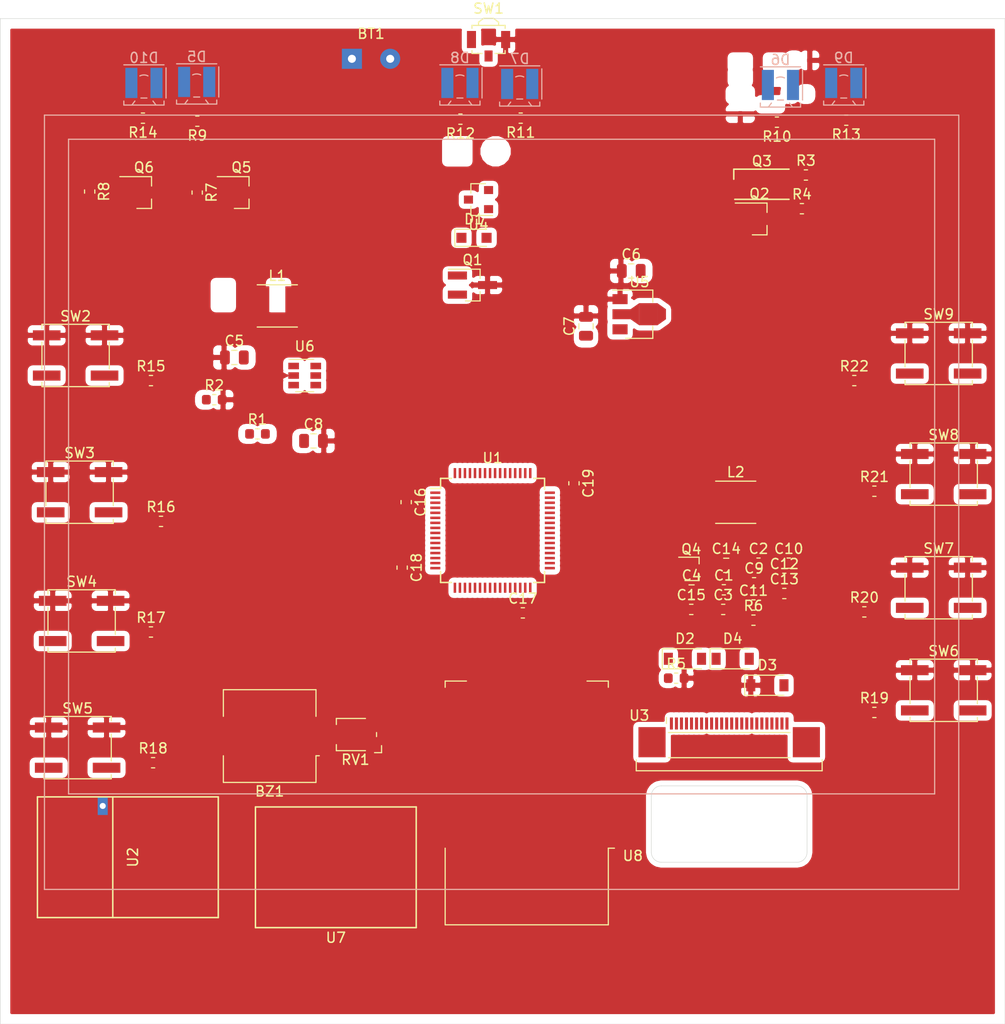
<source format=kicad_pcb>
(kicad_pcb (version 20171130) (host pcbnew 5.1.5-1.fc31)

  (general
    (thickness 1.6)
    (drawings 12)
    (tracks 0)
    (zones 0)
    (modules 79)
    (nets 143)
  )

  (page A4)
  (layers
    (0 F.Cu signal)
    (31 B.Cu signal)
    (32 B.Adhes user)
    (33 F.Adhes user)
    (34 B.Paste user)
    (35 F.Paste user)
    (36 B.SilkS user)
    (37 F.SilkS user)
    (38 B.Mask user)
    (39 F.Mask user)
    (40 Dwgs.User user)
    (41 Cmts.User user)
    (42 Eco1.User user)
    (43 Eco2.User user)
    (44 Edge.Cuts user)
    (45 Margin user)
    (46 B.CrtYd user)
    (47 F.CrtYd user)
    (48 B.Fab user)
    (49 F.Fab user)
  )

  (setup
    (last_trace_width 0.25)
    (trace_clearance 0.2)
    (zone_clearance 0.508)
    (zone_45_only no)
    (trace_min 0.2)
    (via_size 0.8)
    (via_drill 0.4)
    (via_min_size 0.4)
    (via_min_drill 0.3)
    (uvia_size 0.3)
    (uvia_drill 0.1)
    (uvias_allowed no)
    (uvia_min_size 0.2)
    (uvia_min_drill 0.1)
    (edge_width 0.05)
    (segment_width 0.2)
    (pcb_text_width 0.3)
    (pcb_text_size 1.5 1.5)
    (mod_edge_width 0.12)
    (mod_text_size 1 1)
    (mod_text_width 0.15)
    (pad_size 1.524 1.524)
    (pad_drill 0.762)
    (pad_to_mask_clearance 0.051)
    (solder_mask_min_width 0.25)
    (aux_axis_origin 0 0)
    (visible_elements FFFFFF7F)
    (pcbplotparams
      (layerselection 0x010fc_ffffffff)
      (usegerberextensions false)
      (usegerberattributes false)
      (usegerberadvancedattributes false)
      (creategerberjobfile false)
      (excludeedgelayer true)
      (linewidth 0.100000)
      (plotframeref false)
      (viasonmask false)
      (mode 1)
      (useauxorigin false)
      (hpglpennumber 1)
      (hpglpenspeed 20)
      (hpglpendiameter 15.000000)
      (psnegative false)
      (psa4output false)
      (plotreference true)
      (plotvalue true)
      (plotinvisibletext false)
      (padsonsilk false)
      (subtractmaskfromsilk false)
      (outputformat 1)
      (mirror false)
      (drillshape 1)
      (scaleselection 1)
      (outputdirectory ""))
  )

  (net 0 "")
  (net 1 "Net-(D1-Pad1)")
  (net 2 "Net-(BT1-Pad1)")
  (net 3 "Net-(SW1-Pad1)")
  (net 4 GND)
  (net 5 "Net-(U1-Pad2)")
  (net 6 "Net-(U1-Pad5)")
  (net 7 "Net-(U1-Pad6)")
  (net 8 "Net-(U1-Pad7)")
  (net 9 +3V3)
  (net 10 "Net-(BT1-Pad2)")
  (net 11 +5V)
  (net 12 "Net-(L1-Pad2)")
  (net 13 "Net-(R1-Pad2)")
  (net 14 "/Power Supply/EN_5V")
  (net 15 "Net-(SW1-Pad3)")
  (net 16 "Net-(U1-Pad1)")
  (net 17 "Net-(U1-Pad9)")
  (net 18 "Net-(U1-Pad10)")
  (net 19 "Net-(U1-Pad11)")
  (net 20 "Net-(U1-Pad12)")
  (net 21 "Net-(U1-Pad17)")
  (net 22 "Net-(U1-Pad18)")
  (net 23 "Net-(U1-Pad19)")
  (net 24 "Net-(U1-Pad20)")
  (net 25 "Net-(U1-Pad21)")
  (net 26 "Net-(U1-Pad32)")
  (net 27 "Net-(U1-Pad33)")
  (net 28 "Net-(U1-Pad34)")
  (net 29 "Net-(U1-Pad36)")
  (net 30 "Net-(U1-Pad37)")
  (net 31 "Net-(U1-Pad38)")
  (net 32 "Net-(U1-Pad39)")
  (net 33 "Net-(U1-Pad40)")
  (net 34 "Net-(U1-Pad41)")
  (net 35 "Net-(U1-Pad42)")
  (net 36 "Net-(U1-Pad43)")
  (net 37 "Net-(U1-Pad44)")
  (net 38 "Net-(U1-Pad45)")
  (net 39 "Net-(U1-Pad46)")
  (net 40 "Net-(U1-Pad49)")
  (net 41 "Net-(U1-Pad50)")
  (net 42 "Net-(U1-Pad51)")
  (net 43 "Net-(U1-Pad52)")
  (net 44 "Net-(U1-Pad53)")
  (net 45 "Net-(U1-Pad54)")
  (net 46 "Net-(U1-Pad55)")
  (net 47 "Net-(U1-Pad56)")
  (net 48 "Net-(U1-Pad57)")
  (net 49 "Net-(U1-Pad58)")
  (net 50 "Net-(U1-Pad59)")
  (net 51 "Net-(U1-Pad60)")
  (net 52 "Net-(U1-Pad61)")
  (net 53 "Net-(U1-Pad62)")
  (net 54 "Net-(U1-Pad63)")
  (net 55 "Net-(U1-Pad64)")
  (net 56 /EN_ALS)
  (net 57 "Net-(Q2-Pad3)")
  (net 58 /ALS)
  (net 59 "Net-(C4-Pad2)")
  (net 60 "Net-(D2-Pad2)")
  (net 61 "Net-(C4-Pad1)")
  (net 62 "Net-(C3-Pad2)")
  (net 63 "Net-(Q4-Pad1)")
  (net 64 "Net-(U3-Pad1)")
  (net 65 "Net-(Q4-Pad2)")
  (net 66 "Net-(C15-Pad1)")
  (net 67 "Net-(C13-Pad1)")
  (net 68 "Net-(U3-Pad6)")
  (net 69 "Net-(U3-Pad7)")
  (net 70 /Display/BUSY)
  (net 71 /Display/~RES)
  (net 72 /Display/D~C)
  (net 73 /Display/~CS)
  (net 74 /Display/SCLK)
  (net 75 /Display/SDI)
  (net 76 "Net-(C12-Pad1)")
  (net 77 "Net-(C11-Pad1)")
  (net 78 "Net-(C10-Pad2)")
  (net 79 "Net-(C9-Pad2)")
  (net 80 "Net-(C2-Pad2)")
  (net 81 "Net-(BZ1-Pad1)")
  (net 82 "Net-(D5-Pad1)")
  (net 83 "Net-(D5-Pad2)")
  (net 84 "Net-(D6-Pad2)")
  (net 85 "Net-(D10-Pad1)")
  (net 86 "Net-(D7-Pad2)")
  (net 87 "Net-(D8-Pad2)")
  (net 88 "Net-(D9-Pad2)")
  (net 89 "Net-(D10-Pad2)")
  (net 90 /Display/RED)
  (net 91 /Display/WHITE)
  (net 92 "Net-(U7-Pad3)")
  (net 93 "Net-(U7-Pad4)")
  (net 94 "Net-(U7-Pad5)")
  (net 95 "Net-(U7-Pad6)")
  (net 96 "Net-(R15-Pad1)")
  (net 97 "Net-(R15-Pad2)")
  (net 98 "Net-(R16-Pad2)")
  (net 99 "Net-(R16-Pad1)")
  (net 100 "Net-(R17-Pad1)")
  (net 101 "Net-(R17-Pad2)")
  (net 102 "Net-(R18-Pad2)")
  (net 103 "Net-(R18-Pad1)")
  (net 104 "Net-(R19-Pad1)")
  (net 105 "Net-(R19-Pad2)")
  (net 106 "Net-(R20-Pad2)")
  (net 107 "Net-(R20-Pad1)")
  (net 108 "Net-(R21-Pad1)")
  (net 109 "Net-(R21-Pad2)")
  (net 110 "Net-(R22-Pad2)")
  (net 111 "Net-(R22-Pad1)")
  (net 112 "Net-(R23-Pad2)")
  (net 113 "Net-(U2-Pad8)")
  (net 114 "Net-(U2-Pad7)")
  (net 115 "Net-(U2-Pad6)")
  (net 116 "Net-(U2-Pad5)")
  (net 117 "Net-(U2-Pad4)")
  (net 118 "Net-(U2-Pad3)")
  (net 119 "Net-(U2-Pad2)")
  (net 120 "Net-(U2-Pad1)")
  (net 121 "Net-(U8-Pad22)")
  (net 122 "Net-(U8-Pad21)")
  (net 123 "Net-(U8-Pad20)")
  (net 124 "Net-(U8-Pad19)")
  (net 125 "Net-(U8-Pad18)")
  (net 126 "Net-(U8-Pad17)")
  (net 127 "Net-(U8-Pad16)")
  (net 128 "Net-(U8-Pad15)")
  (net 129 "Net-(U8-Pad14)")
  (net 130 "Net-(U8-Pad13)")
  (net 131 "Net-(U8-Pad12)")
  (net 132 "Net-(U8-Pad11)")
  (net 133 "Net-(U8-Pad10)")
  (net 134 "Net-(U8-Pad9)")
  (net 135 "Net-(U8-Pad8)")
  (net 136 "Net-(U8-Pad7)")
  (net 137 "Net-(U8-Pad6)")
  (net 138 "Net-(U8-Pad5)")
  (net 139 "Net-(U8-Pad4)")
  (net 140 "Net-(U8-Pad3)")
  (net 141 "Net-(U8-Pad2)")
  (net 142 "Net-(U8-Pad1)")

  (net_class Default "Dies ist die voreingestellte Netzklasse."
    (clearance 0.2)
    (trace_width 0.25)
    (via_dia 0.8)
    (via_drill 0.4)
    (uvia_dia 0.3)
    (uvia_drill 0.1)
    (add_net +3V3)
    (add_net +5V)
    (add_net /ALS)
    (add_net /Display/BUSY)
    (add_net /Display/D~C)
    (add_net /Display/RED)
    (add_net /Display/SCLK)
    (add_net /Display/SDI)
    (add_net /Display/WHITE)
    (add_net /Display/~CS)
    (add_net /Display/~RES)
    (add_net /EN_ALS)
    (add_net "/Power Supply/EN_5V")
    (add_net GND)
    (add_net "Net-(BT1-Pad1)")
    (add_net "Net-(BT1-Pad2)")
    (add_net "Net-(BZ1-Pad1)")
    (add_net "Net-(C10-Pad2)")
    (add_net "Net-(C11-Pad1)")
    (add_net "Net-(C12-Pad1)")
    (add_net "Net-(C13-Pad1)")
    (add_net "Net-(C15-Pad1)")
    (add_net "Net-(C2-Pad2)")
    (add_net "Net-(C3-Pad2)")
    (add_net "Net-(C4-Pad1)")
    (add_net "Net-(C4-Pad2)")
    (add_net "Net-(C9-Pad2)")
    (add_net "Net-(D1-Pad1)")
    (add_net "Net-(D10-Pad1)")
    (add_net "Net-(D10-Pad2)")
    (add_net "Net-(D2-Pad2)")
    (add_net "Net-(D5-Pad1)")
    (add_net "Net-(D5-Pad2)")
    (add_net "Net-(D6-Pad2)")
    (add_net "Net-(D7-Pad2)")
    (add_net "Net-(D8-Pad2)")
    (add_net "Net-(D9-Pad2)")
    (add_net "Net-(L1-Pad2)")
    (add_net "Net-(Q2-Pad3)")
    (add_net "Net-(Q4-Pad1)")
    (add_net "Net-(Q4-Pad2)")
    (add_net "Net-(R1-Pad2)")
    (add_net "Net-(R15-Pad1)")
    (add_net "Net-(R15-Pad2)")
    (add_net "Net-(R16-Pad1)")
    (add_net "Net-(R16-Pad2)")
    (add_net "Net-(R17-Pad1)")
    (add_net "Net-(R17-Pad2)")
    (add_net "Net-(R18-Pad1)")
    (add_net "Net-(R18-Pad2)")
    (add_net "Net-(R19-Pad1)")
    (add_net "Net-(R19-Pad2)")
    (add_net "Net-(R20-Pad1)")
    (add_net "Net-(R20-Pad2)")
    (add_net "Net-(R21-Pad1)")
    (add_net "Net-(R21-Pad2)")
    (add_net "Net-(R22-Pad1)")
    (add_net "Net-(R22-Pad2)")
    (add_net "Net-(R23-Pad2)")
    (add_net "Net-(SW1-Pad1)")
    (add_net "Net-(SW1-Pad3)")
    (add_net "Net-(U1-Pad1)")
    (add_net "Net-(U1-Pad10)")
    (add_net "Net-(U1-Pad11)")
    (add_net "Net-(U1-Pad12)")
    (add_net "Net-(U1-Pad17)")
    (add_net "Net-(U1-Pad18)")
    (add_net "Net-(U1-Pad19)")
    (add_net "Net-(U1-Pad2)")
    (add_net "Net-(U1-Pad20)")
    (add_net "Net-(U1-Pad21)")
    (add_net "Net-(U1-Pad32)")
    (add_net "Net-(U1-Pad33)")
    (add_net "Net-(U1-Pad34)")
    (add_net "Net-(U1-Pad36)")
    (add_net "Net-(U1-Pad37)")
    (add_net "Net-(U1-Pad38)")
    (add_net "Net-(U1-Pad39)")
    (add_net "Net-(U1-Pad40)")
    (add_net "Net-(U1-Pad41)")
    (add_net "Net-(U1-Pad42)")
    (add_net "Net-(U1-Pad43)")
    (add_net "Net-(U1-Pad44)")
    (add_net "Net-(U1-Pad45)")
    (add_net "Net-(U1-Pad46)")
    (add_net "Net-(U1-Pad49)")
    (add_net "Net-(U1-Pad5)")
    (add_net "Net-(U1-Pad50)")
    (add_net "Net-(U1-Pad51)")
    (add_net "Net-(U1-Pad52)")
    (add_net "Net-(U1-Pad53)")
    (add_net "Net-(U1-Pad54)")
    (add_net "Net-(U1-Pad55)")
    (add_net "Net-(U1-Pad56)")
    (add_net "Net-(U1-Pad57)")
    (add_net "Net-(U1-Pad58)")
    (add_net "Net-(U1-Pad59)")
    (add_net "Net-(U1-Pad6)")
    (add_net "Net-(U1-Pad60)")
    (add_net "Net-(U1-Pad61)")
    (add_net "Net-(U1-Pad62)")
    (add_net "Net-(U1-Pad63)")
    (add_net "Net-(U1-Pad64)")
    (add_net "Net-(U1-Pad7)")
    (add_net "Net-(U1-Pad9)")
    (add_net "Net-(U2-Pad1)")
    (add_net "Net-(U2-Pad2)")
    (add_net "Net-(U2-Pad3)")
    (add_net "Net-(U2-Pad4)")
    (add_net "Net-(U2-Pad5)")
    (add_net "Net-(U2-Pad6)")
    (add_net "Net-(U2-Pad7)")
    (add_net "Net-(U2-Pad8)")
    (add_net "Net-(U3-Pad1)")
    (add_net "Net-(U3-Pad6)")
    (add_net "Net-(U3-Pad7)")
    (add_net "Net-(U7-Pad3)")
    (add_net "Net-(U7-Pad4)")
    (add_net "Net-(U7-Pad5)")
    (add_net "Net-(U7-Pad6)")
    (add_net "Net-(U8-Pad1)")
    (add_net "Net-(U8-Pad10)")
    (add_net "Net-(U8-Pad11)")
    (add_net "Net-(U8-Pad12)")
    (add_net "Net-(U8-Pad13)")
    (add_net "Net-(U8-Pad14)")
    (add_net "Net-(U8-Pad15)")
    (add_net "Net-(U8-Pad16)")
    (add_net "Net-(U8-Pad17)")
    (add_net "Net-(U8-Pad18)")
    (add_net "Net-(U8-Pad19)")
    (add_net "Net-(U8-Pad2)")
    (add_net "Net-(U8-Pad20)")
    (add_net "Net-(U8-Pad21)")
    (add_net "Net-(U8-Pad22)")
    (add_net "Net-(U8-Pad3)")
    (add_net "Net-(U8-Pad4)")
    (add_net "Net-(U8-Pad5)")
    (add_net "Net-(U8-Pad6)")
    (add_net "Net-(U8-Pad7)")
    (add_net "Net-(U8-Pad8)")
    (add_net "Net-(U8-Pad9)")
  )

  (module RF_Module:ESP-12E (layer F.Cu) (tedit 5A030172) (tstamp 5E7B367F)
    (at 122.4 122 180)
    (descr "Wi-Fi Module, http://wiki.ai-thinker.com/_media/esp8266/docs/aithinker_esp_12f_datasheet_en.pdf")
    (tags "Wi-Fi Module")
    (path /5E7B287A)
    (attr smd)
    (fp_text reference U8 (at -10.56 -5.26) (layer F.SilkS)
      (effects (font (size 1 1) (thickness 0.15)))
    )
    (fp_text value ESP-12E (at -0.06 -12.78) (layer F.Fab)
      (effects (font (size 1 1) (thickness 0.15)))
    )
    (fp_line (start 5.56 -4.8) (end 8.12 -7.36) (layer Dwgs.User) (width 0.12))
    (fp_line (start 2.56 -4.8) (end 8.12 -10.36) (layer Dwgs.User) (width 0.12))
    (fp_line (start -0.44 -4.8) (end 6.88 -12.12) (layer Dwgs.User) (width 0.12))
    (fp_line (start -3.44 -4.8) (end 3.88 -12.12) (layer Dwgs.User) (width 0.12))
    (fp_line (start -6.44 -4.8) (end 0.88 -12.12) (layer Dwgs.User) (width 0.12))
    (fp_line (start -8.12 -6.12) (end -2.12 -12.12) (layer Dwgs.User) (width 0.12))
    (fp_line (start -8.12 -9.12) (end -5.12 -12.12) (layer Dwgs.User) (width 0.12))
    (fp_line (start -8.12 -4.8) (end -8.12 -12.12) (layer Dwgs.User) (width 0.12))
    (fp_line (start 8.12 -4.8) (end -8.12 -4.8) (layer Dwgs.User) (width 0.12))
    (fp_line (start 8.12 -12.12) (end 8.12 -4.8) (layer Dwgs.User) (width 0.12))
    (fp_line (start -8.12 -12.12) (end 8.12 -12.12) (layer Dwgs.User) (width 0.12))
    (fp_line (start -8.12 -4.5) (end -8.73 -4.5) (layer F.SilkS) (width 0.12))
    (fp_line (start -8.12 -4.5) (end -8.12 -12.12) (layer F.SilkS) (width 0.12))
    (fp_line (start -8.12 12.12) (end -8.12 11.5) (layer F.SilkS) (width 0.12))
    (fp_line (start -6 12.12) (end -8.12 12.12) (layer F.SilkS) (width 0.12))
    (fp_line (start 8.12 12.12) (end 6 12.12) (layer F.SilkS) (width 0.12))
    (fp_line (start 8.12 11.5) (end 8.12 12.12) (layer F.SilkS) (width 0.12))
    (fp_line (start 8.12 -12.12) (end 8.12 -4.5) (layer F.SilkS) (width 0.12))
    (fp_line (start -8.12 -12.12) (end 8.12 -12.12) (layer F.SilkS) (width 0.12))
    (fp_line (start -9.05 13.1) (end -9.05 -12.2) (layer F.CrtYd) (width 0.05))
    (fp_line (start 9.05 13.1) (end -9.05 13.1) (layer F.CrtYd) (width 0.05))
    (fp_line (start 9.05 -12.2) (end 9.05 13.1) (layer F.CrtYd) (width 0.05))
    (fp_line (start -9.05 -12.2) (end 9.05 -12.2) (layer F.CrtYd) (width 0.05))
    (fp_line (start -8 -4) (end -8 -12) (layer F.Fab) (width 0.12))
    (fp_line (start -7.5 -3.5) (end -8 -4) (layer F.Fab) (width 0.12))
    (fp_line (start -8 -3) (end -7.5 -3.5) (layer F.Fab) (width 0.12))
    (fp_line (start -8 12) (end -8 -3) (layer F.Fab) (width 0.12))
    (fp_line (start 8 12) (end -8 12) (layer F.Fab) (width 0.12))
    (fp_line (start 8 -12) (end 8 12) (layer F.Fab) (width 0.12))
    (fp_line (start -8 -12) (end 8 -12) (layer F.Fab) (width 0.12))
    (fp_text user %R (at 0.49 -0.8) (layer F.Fab)
      (effects (font (size 1 1) (thickness 0.15)))
    )
    (fp_text user "KEEP-OUT ZONE" (at 0.03 -9.55 180) (layer Cmts.User)
      (effects (font (size 1 1) (thickness 0.15)))
    )
    (fp_text user Antenna (at -0.06 -7 180) (layer Cmts.User)
      (effects (font (size 1 1) (thickness 0.15)))
    )
    (pad 22 smd rect (at 7.6 -3.5 180) (size 2.5 1) (layers F.Cu F.Paste F.Mask)
      (net 121 "Net-(U8-Pad22)"))
    (pad 21 smd rect (at 7.6 -1.5 180) (size 2.5 1) (layers F.Cu F.Paste F.Mask)
      (net 122 "Net-(U8-Pad21)"))
    (pad 20 smd rect (at 7.6 0.5 180) (size 2.5 1) (layers F.Cu F.Paste F.Mask)
      (net 123 "Net-(U8-Pad20)"))
    (pad 19 smd rect (at 7.6 2.5 180) (size 2.5 1) (layers F.Cu F.Paste F.Mask)
      (net 124 "Net-(U8-Pad19)"))
    (pad 18 smd rect (at 7.6 4.5 180) (size 2.5 1) (layers F.Cu F.Paste F.Mask)
      (net 125 "Net-(U8-Pad18)"))
    (pad 17 smd rect (at 7.6 6.5 180) (size 2.5 1) (layers F.Cu F.Paste F.Mask)
      (net 126 "Net-(U8-Pad17)"))
    (pad 16 smd rect (at 7.6 8.5 180) (size 2.5 1) (layers F.Cu F.Paste F.Mask)
      (net 127 "Net-(U8-Pad16)"))
    (pad 15 smd rect (at 7.6 10.5 180) (size 2.5 1) (layers F.Cu F.Paste F.Mask)
      (net 128 "Net-(U8-Pad15)"))
    (pad 14 smd rect (at 5 12 180) (size 1 1.8) (layers F.Cu F.Paste F.Mask)
      (net 129 "Net-(U8-Pad14)"))
    (pad 13 smd rect (at 3 12 180) (size 1 1.8) (layers F.Cu F.Paste F.Mask)
      (net 130 "Net-(U8-Pad13)"))
    (pad 12 smd rect (at 1 12 180) (size 1 1.8) (layers F.Cu F.Paste F.Mask)
      (net 131 "Net-(U8-Pad12)"))
    (pad 11 smd rect (at -1 12 180) (size 1 1.8) (layers F.Cu F.Paste F.Mask)
      (net 132 "Net-(U8-Pad11)"))
    (pad 10 smd rect (at -3 12 180) (size 1 1.8) (layers F.Cu F.Paste F.Mask)
      (net 133 "Net-(U8-Pad10)"))
    (pad 9 smd rect (at -5 12 180) (size 1 1.8) (layers F.Cu F.Paste F.Mask)
      (net 134 "Net-(U8-Pad9)"))
    (pad 8 smd rect (at -7.6 10.5 180) (size 2.5 1) (layers F.Cu F.Paste F.Mask)
      (net 135 "Net-(U8-Pad8)"))
    (pad 7 smd rect (at -7.6 8.5 180) (size 2.5 1) (layers F.Cu F.Paste F.Mask)
      (net 136 "Net-(U8-Pad7)"))
    (pad 6 smd rect (at -7.6 6.5 180) (size 2.5 1) (layers F.Cu F.Paste F.Mask)
      (net 137 "Net-(U8-Pad6)"))
    (pad 5 smd rect (at -7.6 4.5 180) (size 2.5 1) (layers F.Cu F.Paste F.Mask)
      (net 138 "Net-(U8-Pad5)"))
    (pad 4 smd rect (at -7.6 2.5 180) (size 2.5 1) (layers F.Cu F.Paste F.Mask)
      (net 139 "Net-(U8-Pad4)"))
    (pad 3 smd rect (at -7.6 0.5 180) (size 2.5 1) (layers F.Cu F.Paste F.Mask)
      (net 140 "Net-(U8-Pad3)"))
    (pad 2 smd rect (at -7.6 -1.5 180) (size 2.5 1) (layers F.Cu F.Paste F.Mask)
      (net 141 "Net-(U8-Pad2)"))
    (pad 1 smd rect (at -7.6 -3.5 180) (size 2.5 1) (layers F.Cu F.Paste F.Mask)
      (net 142 "Net-(U8-Pad1)"))
    (model ${KISYS3DMOD}/RF_Module.3dshapes/ESP-12E.wrl
      (at (xyz 0 0 0))
      (scale (xyz 1 1 1))
      (rotate (xyz 0 0 0))
    )
  )

  (module footprints:GY-B11_EP_280_SMD (layer F.Cu) (tedit 5E7A31C0) (tstamp 5E7B19C2)
    (at 103.4 128.4 180)
    (path /5E7B6574)
    (attr smd)
    (fp_text reference U7 (at 0 -7) (layer F.SilkS)
      (effects (font (size 1 1) (thickness 0.15)))
    )
    (fp_text value GY-B11_EP_280 (at 0 7) (layer F.Fab)
      (effects (font (size 1 1) (thickness 0.15)))
    )
    (fp_line (start 8.2 -6.2) (end -8.2 -6.2) (layer F.CrtYd) (width 0.12))
    (fp_line (start 8.2 6.2) (end 8.2 -6.2) (layer F.CrtYd) (width 0.12))
    (fp_line (start -8.2 6.2) (end 8.2 6.2) (layer F.CrtYd) (width 0.12))
    (fp_line (start -8.2 -6.2) (end -8.2 6.2) (layer F.CrtYd) (width 0.12))
    (fp_line (start 8 -6) (end -8 -6) (layer F.SilkS) (width 0.15))
    (fp_line (start 8 6) (end 8 -6) (layer F.SilkS) (width 0.15))
    (fp_line (start -8 6) (end 8 6) (layer F.SilkS) (width 0.15))
    (fp_line (start -8 -6) (end -8 6) (layer F.SilkS) (width 0.15))
    (pad "" smd circle (at -5.08 -2.62 180) (size 5 5) (layers F.Cu F.Paste F.Mask))
    (pad "" smd circle (at 5.08 -2.62 180) (size 5 5) (layers F.Cu F.Paste F.Mask))
    (pad 1 smd rect (at -6.35 5 180) (size 2 2) (layers F.Cu F.Paste F.Mask)
      (net 9 +3V3))
    (pad 6 smd circle (at 6.35 5 180) (size 2 2) (layers F.Cu F.Paste F.Mask)
      (net 95 "Net-(U7-Pad6)"))
    (pad 5 smd circle (at 3.81 5 180) (size 2 2) (layers F.Cu F.Paste F.Mask)
      (net 94 "Net-(U7-Pad5)"))
    (pad 4 smd circle (at 1.27 5 180) (size 2 2) (layers F.Cu F.Paste F.Mask)
      (net 93 "Net-(U7-Pad4)"))
    (pad 3 smd circle (at -1.27 5 180) (size 2 2) (layers F.Cu F.Paste F.Mask)
      (net 92 "Net-(U7-Pad3)"))
    (pad 2 smd circle (at -3.73 5 180) (size 2 2) (layers F.Cu F.Paste F.Mask)
      (net 4 GND))
  )

  (module footprints:NRF24L01+breakout_SMD (layer F.Cu) (tedit 5E78B67B) (tstamp 5E7B188A)
    (at 82.7 127.4 90)
    (path /5E7AFF0E)
    (fp_text reference U2 (at 0 0.5 90) (layer F.SilkS)
      (effects (font (size 1 1) (thickness 0.15)))
    )
    (fp_text value NRF24L01_Breakout_SMD (at 0 -0.5 90) (layer F.Fab)
      (effects (font (size 1 1) (thickness 0.15)))
    )
    (fp_line (start -6 -9) (end 6 -9) (layer F.SilkS) (width 0.15))
    (fp_line (start 6 -9) (end 6 9) (layer F.SilkS) (width 0.15))
    (fp_line (start 6 9) (end -6 9) (layer F.SilkS) (width 0.15))
    (fp_line (start -6 9) (end -6 -9) (layer F.SilkS) (width 0.15))
    (fp_line (start 6 -1.5) (end -6 -1.5) (layer F.SilkS) (width 0.15))
    (pad "" thru_hole rect (at 5.1 -2.5 90) (size 1.8 1) (drill 0.6) (layers *.Cu *.Mask))
    (pad 8 smd rect (at 4.445 9 90) (size 1 3) (layers F.Cu F.Paste F.Mask)
      (net 113 "Net-(U2-Pad8)"))
    (pad 7 smd rect (at 3.175 9 90) (size 1 3) (layers F.Cu F.Paste F.Mask)
      (net 114 "Net-(U2-Pad7)"))
    (pad 6 smd rect (at 1.905 9 90) (size 1 3) (layers F.Cu F.Paste F.Mask)
      (net 115 "Net-(U2-Pad6)"))
    (pad 5 smd rect (at 0.635 9 90) (size 1 3) (layers F.Cu F.Paste F.Mask)
      (net 116 "Net-(U2-Pad5)"))
    (pad 4 smd rect (at -0.635 9 90) (size 1 3) (layers F.Cu F.Paste F.Mask)
      (net 117 "Net-(U2-Pad4)"))
    (pad 3 smd rect (at -1.905 9 90) (size 1 3) (layers F.Cu F.Paste F.Mask)
      (net 118 "Net-(U2-Pad3)"))
    (pad 2 smd rect (at -3.175 9 90) (size 1 3) (layers F.Cu F.Paste F.Mask)
      (net 119 "Net-(U2-Pad2)"))
    (pad 1 smd rect (at -4.445 9 90) (size 1 3) (layers F.Cu F.Paste F.Mask)
      (net 120 "Net-(U2-Pad1)"))
  )

  (module Connector_Wire:SolderWirePad_1x02_P3.81mm_Drill0.8mm (layer F.Cu) (tedit 5AEE54BF) (tstamp 5C10ACC1)
    (at 105 48)
    (descr "Wire solder connection")
    (tags connector)
    (path /5C043AB7/5C046A78)
    (attr virtual)
    (fp_text reference BT1 (at 1.905 -2.5) (layer F.SilkS)
      (effects (font (size 1 1) (thickness 0.15)))
    )
    (fp_text value Battery (at 1.905 2.54) (layer F.Fab)
      (effects (font (size 1 1) (thickness 0.15)))
    )
    (fp_text user %R (at 1.905 0) (layer F.Fab)
      (effects (font (size 1 1) (thickness 0.15)))
    )
    (fp_line (start -1.49 -1.5) (end 5.31 -1.5) (layer F.CrtYd) (width 0.05))
    (fp_line (start -1.49 -1.5) (end -1.49 1.5) (layer F.CrtYd) (width 0.05))
    (fp_line (start 5.31 1.5) (end 5.31 -1.5) (layer F.CrtYd) (width 0.05))
    (fp_line (start 5.31 1.5) (end -1.49 1.5) (layer F.CrtYd) (width 0.05))
    (pad 1 thru_hole rect (at 0 0) (size 1.99898 1.99898) (drill 0.8001) (layers *.Cu *.Mask)
      (net 2 "Net-(BT1-Pad1)"))
    (pad 2 thru_hole circle (at 3.81 0) (size 1.99898 1.99898) (drill 0.8001) (layers *.Cu *.Mask)
      (net 10 "Net-(BT1-Pad2)"))
  )

  (module Diode_SMD:D_SOD-323_HandSoldering (layer F.Cu) (tedit 58641869) (tstamp 5C10AD1D)
    (at 117.15 65.8)
    (descr SOD-323)
    (tags SOD-323)
    (path /5C043AB7/5C061381)
    (attr smd)
    (fp_text reference D1 (at 0 -1.85) (layer F.SilkS)
      (effects (font (size 1 1) (thickness 0.15)))
    )
    (fp_text value ESD3Z12 (at 0.1 1.9) (layer F.Fab)
      (effects (font (size 1 1) (thickness 0.15)))
    )
    (fp_text user %R (at 0 -1.85) (layer F.Fab)
      (effects (font (size 1 1) (thickness 0.15)))
    )
    (fp_line (start -1.9 -0.85) (end -1.9 0.85) (layer F.SilkS) (width 0.12))
    (fp_line (start 0.2 0) (end 0.45 0) (layer F.Fab) (width 0.1))
    (fp_line (start 0.2 0.35) (end -0.3 0) (layer F.Fab) (width 0.1))
    (fp_line (start 0.2 -0.35) (end 0.2 0.35) (layer F.Fab) (width 0.1))
    (fp_line (start -0.3 0) (end 0.2 -0.35) (layer F.Fab) (width 0.1))
    (fp_line (start -0.3 0) (end -0.5 0) (layer F.Fab) (width 0.1))
    (fp_line (start -0.3 -0.35) (end -0.3 0.35) (layer F.Fab) (width 0.1))
    (fp_line (start -0.9 0.7) (end -0.9 -0.7) (layer F.Fab) (width 0.1))
    (fp_line (start 0.9 0.7) (end -0.9 0.7) (layer F.Fab) (width 0.1))
    (fp_line (start 0.9 -0.7) (end 0.9 0.7) (layer F.Fab) (width 0.1))
    (fp_line (start -0.9 -0.7) (end 0.9 -0.7) (layer F.Fab) (width 0.1))
    (fp_line (start -2 -0.95) (end 2 -0.95) (layer F.CrtYd) (width 0.05))
    (fp_line (start 2 -0.95) (end 2 0.95) (layer F.CrtYd) (width 0.05))
    (fp_line (start -2 0.95) (end 2 0.95) (layer F.CrtYd) (width 0.05))
    (fp_line (start -2 -0.95) (end -2 0.95) (layer F.CrtYd) (width 0.05))
    (fp_line (start -1.9 0.85) (end 1.25 0.85) (layer F.SilkS) (width 0.12))
    (fp_line (start -1.9 -0.85) (end 1.25 -0.85) (layer F.SilkS) (width 0.12))
    (pad 1 smd rect (at -1.25 0) (size 1 1) (layers F.Cu F.Paste F.Mask)
      (net 1 "Net-(D1-Pad1)"))
    (pad 2 smd rect (at 1.25 0) (size 1 1) (layers F.Cu F.Paste F.Mask)
      (net 10 "Net-(BT1-Pad2)"))
    (model ${KISYS3DMOD}/Diode_SMD.3dshapes/D_SOD-323.wrl
      (at (xyz 0 0 0))
      (scale (xyz 1 1 1))
      (rotate (xyz 0 0 0))
    )
  )

  (module Package_TO_SOT_SMD:SOT-23_Handsoldering (layer F.Cu) (tedit 5A0AB76C) (tstamp 5C10AD4B)
    (at 117 70.5)
    (descr "SOT-23, Handsoldering")
    (tags SOT-23)
    (path /5C043AB7/5C04B166)
    (attr smd)
    (fp_text reference Q1 (at 0 -2.5) (layer F.SilkS)
      (effects (font (size 1 1) (thickness 0.15)))
    )
    (fp_text value IRFML8244 (at 0 2.5) (layer F.Fab)
      (effects (font (size 1 1) (thickness 0.15)))
    )
    (fp_text user %R (at 0 0 90) (layer F.Fab)
      (effects (font (size 0.5 0.5) (thickness 0.075)))
    )
    (fp_line (start 0.76 1.58) (end 0.76 0.65) (layer F.SilkS) (width 0.12))
    (fp_line (start 0.76 -1.58) (end 0.76 -0.65) (layer F.SilkS) (width 0.12))
    (fp_line (start -2.7 -1.75) (end 2.7 -1.75) (layer F.CrtYd) (width 0.05))
    (fp_line (start 2.7 -1.75) (end 2.7 1.75) (layer F.CrtYd) (width 0.05))
    (fp_line (start 2.7 1.75) (end -2.7 1.75) (layer F.CrtYd) (width 0.05))
    (fp_line (start -2.7 1.75) (end -2.7 -1.75) (layer F.CrtYd) (width 0.05))
    (fp_line (start 0.76 -1.58) (end -2.4 -1.58) (layer F.SilkS) (width 0.12))
    (fp_line (start -0.7 -0.95) (end -0.7 1.5) (layer F.Fab) (width 0.1))
    (fp_line (start -0.15 -1.52) (end 0.7 -1.52) (layer F.Fab) (width 0.1))
    (fp_line (start -0.7 -0.95) (end -0.15 -1.52) (layer F.Fab) (width 0.1))
    (fp_line (start 0.7 -1.52) (end 0.7 1.52) (layer F.Fab) (width 0.1))
    (fp_line (start -0.7 1.52) (end 0.7 1.52) (layer F.Fab) (width 0.1))
    (fp_line (start 0.76 1.58) (end -0.7 1.58) (layer F.SilkS) (width 0.12))
    (pad 1 smd rect (at -1.5 -0.95) (size 1.9 0.8) (layers F.Cu F.Paste F.Mask)
      (net 1 "Net-(D1-Pad1)"))
    (pad 2 smd rect (at -1.5 0.95) (size 1.9 0.8) (layers F.Cu F.Paste F.Mask)
      (net 10 "Net-(BT1-Pad2)"))
    (pad 3 smd rect (at 1.5 0) (size 1.9 0.8) (layers F.Cu F.Paste F.Mask)
      (net 4 GND))
    (model ${KISYS3DMOD}/Package_TO_SOT_SMD.3dshapes/SOT-23.wrl
      (at (xyz 0 0 0))
      (scale (xyz 1 1 1))
      (rotate (xyz 0 0 0))
    )
  )

  (module Package_TO_SOT_SMD:SOT-23 (layer F.Cu) (tedit 5A02FF57) (tstamp 5C10AD82)
    (at 117.6 62 180)
    (descr "SOT-23, Standard")
    (tags SOT-23)
    (path /5C043AB7/5C04AEDD)
    (attr smd)
    (fp_text reference U4 (at 0 -2.5 180) (layer F.SilkS)
      (effects (font (size 1 1) (thickness 0.15)))
    )
    (fp_text value TPS3839L30DBZR (at 0 2.5 180) (layer F.Fab)
      (effects (font (size 1 1) (thickness 0.15)))
    )
    (fp_text user %R (at 0 0 270) (layer F.Fab)
      (effects (font (size 0.5 0.5) (thickness 0.075)))
    )
    (fp_line (start -0.7 -0.95) (end -0.7 1.5) (layer F.Fab) (width 0.1))
    (fp_line (start -0.15 -1.52) (end 0.7 -1.52) (layer F.Fab) (width 0.1))
    (fp_line (start -0.7 -0.95) (end -0.15 -1.52) (layer F.Fab) (width 0.1))
    (fp_line (start 0.7 -1.52) (end 0.7 1.52) (layer F.Fab) (width 0.1))
    (fp_line (start -0.7 1.52) (end 0.7 1.52) (layer F.Fab) (width 0.1))
    (fp_line (start 0.76 1.58) (end 0.76 0.65) (layer F.SilkS) (width 0.12))
    (fp_line (start 0.76 -1.58) (end 0.76 -0.65) (layer F.SilkS) (width 0.12))
    (fp_line (start -1.7 -1.75) (end 1.7 -1.75) (layer F.CrtYd) (width 0.05))
    (fp_line (start 1.7 -1.75) (end 1.7 1.75) (layer F.CrtYd) (width 0.05))
    (fp_line (start 1.7 1.75) (end -1.7 1.75) (layer F.CrtYd) (width 0.05))
    (fp_line (start -1.7 1.75) (end -1.7 -1.75) (layer F.CrtYd) (width 0.05))
    (fp_line (start 0.76 -1.58) (end -1.4 -1.58) (layer F.SilkS) (width 0.12))
    (fp_line (start 0.76 1.58) (end -0.7 1.58) (layer F.SilkS) (width 0.12))
    (pad 1 smd rect (at -1 -0.95 180) (size 0.9 0.8) (layers F.Cu F.Paste F.Mask)
      (net 10 "Net-(BT1-Pad2)"))
    (pad 2 smd rect (at -1 0.95 180) (size 0.9 0.8) (layers F.Cu F.Paste F.Mask)
      (net 1 "Net-(D1-Pad1)"))
    (pad 3 smd rect (at 1 0 180) (size 0.9 0.8) (layers F.Cu F.Paste F.Mask)
      (net 2 "Net-(BT1-Pad1)"))
    (model ${KISYS3DMOD}/Package_TO_SOT_SMD.3dshapes/SOT-23.wrl
      (at (xyz 0 0 0))
      (scale (xyz 1 1 1))
      (rotate (xyz 0 0 0))
    )
  )

  (module Package_TO_SOT_SMD:SOT-89-3 (layer F.Cu) (tedit 5A02FF57) (tstamp 5C10AD9A)
    (at 133.1665 73.4)
    (descr SOT-89-3)
    (tags SOT-89-3)
    (path /5C043AB7/5C04B605)
    (attr smd)
    (fp_text reference U5 (at 0.45 -3.2) (layer F.SilkS)
      (effects (font (size 1 1) (thickness 0.15)))
    )
    (fp_text value MCP1700-3302E_SOT89 (at 0.45 3.25) (layer F.Fab)
      (effects (font (size 1 1) (thickness 0.15)))
    )
    (fp_text user %R (at 0.38 0 90) (layer F.Fab)
      (effects (font (size 0.6 0.6) (thickness 0.09)))
    )
    (fp_line (start 1.78 1.2) (end 1.78 2.4) (layer F.SilkS) (width 0.12))
    (fp_line (start 1.78 2.4) (end -0.92 2.4) (layer F.SilkS) (width 0.12))
    (fp_line (start -2.22 -2.4) (end 1.78 -2.4) (layer F.SilkS) (width 0.12))
    (fp_line (start 1.78 -2.4) (end 1.78 -1.2) (layer F.SilkS) (width 0.12))
    (fp_line (start -0.92 -1.51) (end -0.13 -2.3) (layer F.Fab) (width 0.1))
    (fp_line (start 1.68 -2.3) (end 1.68 2.3) (layer F.Fab) (width 0.1))
    (fp_line (start 1.68 2.3) (end -0.92 2.3) (layer F.Fab) (width 0.1))
    (fp_line (start -0.92 2.3) (end -0.92 -1.51) (layer F.Fab) (width 0.1))
    (fp_line (start -0.13 -2.3) (end 1.68 -2.3) (layer F.Fab) (width 0.1))
    (fp_line (start 3.23 -2.55) (end 3.23 2.55) (layer F.CrtYd) (width 0.05))
    (fp_line (start 3.23 -2.55) (end -2.48 -2.55) (layer F.CrtYd) (width 0.05))
    (fp_line (start -2.48 2.55) (end 3.23 2.55) (layer F.CrtYd) (width 0.05))
    (fp_line (start -2.48 2.55) (end -2.48 -2.55) (layer F.CrtYd) (width 0.05))
    (pad 2 smd trapezoid (at 2.667 0 270) (size 1.6 0.85) (rect_delta 0 0.6 ) (layers F.Cu F.Paste F.Mask)
      (net 2 "Net-(BT1-Pad1)"))
    (pad 1 smd rect (at -1.48 -1.5 270) (size 1 1.5) (layers F.Cu F.Paste F.Mask)
      (net 4 GND))
    (pad 2 smd rect (at -1.3335 0 270) (size 1 1.8) (layers F.Cu F.Paste F.Mask)
      (net 2 "Net-(BT1-Pad1)"))
    (pad 3 smd rect (at -1.48 1.5 270) (size 1 1.5) (layers F.Cu F.Paste F.Mask)
      (net 9 +3V3))
    (pad 2 smd rect (at 1.3335 0 270) (size 2.2 1.84) (layers F.Cu F.Paste F.Mask)
      (net 2 "Net-(BT1-Pad1)"))
    (pad 2 smd trapezoid (at -0.0762 0 90) (size 1.5 1) (rect_delta 0 0.7 ) (layers F.Cu F.Paste F.Mask)
      (net 2 "Net-(BT1-Pad1)"))
    (model ${KISYS3DMOD}/Package_TO_SOT_SMD.3dshapes/SOT-89-3.wrl
      (at (xyz 0 0 0))
      (scale (xyz 1 1 1))
      (rotate (xyz 0 0 0))
    )
  )

  (module Package_TO_SOT_SMD:SOT-23-6 (layer F.Cu) (tedit 5A02FF57) (tstamp 5C10ADB0)
    (at 100.3 79.5)
    (descr "6-pin SOT-23 package")
    (tags SOT-23-6)
    (path /5C043AB7/5C04CA8E)
    (attr smd)
    (fp_text reference U6 (at 0 -2.9) (layer F.SilkS)
      (effects (font (size 1 1) (thickness 0.15)))
    )
    (fp_text value MCP1640T-I/CHY (at 0 2.9) (layer F.Fab)
      (effects (font (size 1 1) (thickness 0.15)))
    )
    (fp_text user %R (at 0 0 90) (layer F.Fab)
      (effects (font (size 0.5 0.5) (thickness 0.075)))
    )
    (fp_line (start -0.9 1.61) (end 0.9 1.61) (layer F.SilkS) (width 0.12))
    (fp_line (start 0.9 -1.61) (end -1.55 -1.61) (layer F.SilkS) (width 0.12))
    (fp_line (start 1.9 -1.8) (end -1.9 -1.8) (layer F.CrtYd) (width 0.05))
    (fp_line (start 1.9 1.8) (end 1.9 -1.8) (layer F.CrtYd) (width 0.05))
    (fp_line (start -1.9 1.8) (end 1.9 1.8) (layer F.CrtYd) (width 0.05))
    (fp_line (start -1.9 -1.8) (end -1.9 1.8) (layer F.CrtYd) (width 0.05))
    (fp_line (start -0.9 -0.9) (end -0.25 -1.55) (layer F.Fab) (width 0.1))
    (fp_line (start 0.9 -1.55) (end -0.25 -1.55) (layer F.Fab) (width 0.1))
    (fp_line (start -0.9 -0.9) (end -0.9 1.55) (layer F.Fab) (width 0.1))
    (fp_line (start 0.9 1.55) (end -0.9 1.55) (layer F.Fab) (width 0.1))
    (fp_line (start 0.9 -1.55) (end 0.9 1.55) (layer F.Fab) (width 0.1))
    (pad 1 smd rect (at -1.1 -0.95) (size 1.06 0.65) (layers F.Cu F.Paste F.Mask)
      (net 12 "Net-(L1-Pad2)"))
    (pad 2 smd rect (at -1.1 0) (size 1.06 0.65) (layers F.Cu F.Paste F.Mask)
      (net 4 GND))
    (pad 3 smd rect (at -1.1 0.95) (size 1.06 0.65) (layers F.Cu F.Paste F.Mask)
      (net 14 "/Power Supply/EN_5V"))
    (pad 4 smd rect (at 1.1 0.95) (size 1.06 0.65) (layers F.Cu F.Paste F.Mask)
      (net 13 "Net-(R1-Pad2)"))
    (pad 6 smd rect (at 1.1 -0.95) (size 1.06 0.65) (layers F.Cu F.Paste F.Mask)
      (net 2 "Net-(BT1-Pad1)"))
    (pad 5 smd rect (at 1.1 0) (size 1.06 0.65) (layers F.Cu F.Paste F.Mask)
      (net 11 +5V))
    (model ${KISYS3DMOD}/Package_TO_SOT_SMD.3dshapes/SOT-23-6.wrl
      (at (xyz 0 0 0))
      (scale (xyz 1 1 1))
      (rotate (xyz 0 0 0))
    )
  )

  (module Button_Switch_SMD:SW_SPST_B3U-3100P (layer F.Cu) (tedit 5A02FC95) (tstamp 5C10C9CD)
    (at 118.6 46.9)
    (descr "Ultra-small-sized Tactile Switch with High Contact Reliability, Side-actuated Model, with Ground Terminal, without Boss")
    (tags "Tactile Switch")
    (path /5C071439)
    (attr smd)
    (fp_text reference SW1 (at 0 -3.9) (layer F.SilkS)
      (effects (font (size 1 1) (thickness 0.15)))
    )
    (fp_text value SW_Push_SPDT (at 0 2.67) (layer F.Fab)
      (effects (font (size 1 1) (thickness 0.15)))
    )
    (fp_text user %R (at 0 -3.9) (layer F.Fab)
      (effects (font (size 1 1) (thickness 0.15)))
    )
    (fp_line (start -1.25 -2.47) (end -2.4 -2.47) (layer F.CrtYd) (width 0.05))
    (fp_line (start -1.25 -2.47) (end -1.25 -3.17) (layer F.CrtYd) (width 0.05))
    (fp_line (start -1.25 -3.17) (end 1.25 -3.17) (layer F.CrtYd) (width 0.05))
    (fp_line (start 1.25 -3.17) (end 1.25 -2.47) (layer F.CrtYd) (width 0.05))
    (fp_line (start 1.25 -2.47) (end 2.4 -2.47) (layer F.CrtYd) (width 0.05))
    (fp_line (start -0.5 -2.92) (end -1 -2.54) (layer F.SilkS) (width 0.12))
    (fp_line (start -1 -2.54) (end -1 -2.22) (layer F.SilkS) (width 0.12))
    (fp_line (start -0.5 -2.92) (end 0.5 -2.92) (layer F.SilkS) (width 0.12))
    (fp_line (start 0.5 -2.92) (end 1 -2.54) (layer F.SilkS) (width 0.12))
    (fp_line (start 1 -2.54) (end 1 -2.22) (layer F.SilkS) (width 0.12))
    (fp_line (start -0.85 -2.08) (end -0.85 -2.47) (layer F.Fab) (width 0.1))
    (fp_line (start -0.85 -2.47) (end -0.45 -2.77) (layer F.Fab) (width 0.1))
    (fp_line (start -0.45 -2.77) (end 0.45 -2.77) (layer F.Fab) (width 0.1))
    (fp_line (start 0.45 -2.77) (end 0.85 -2.47) (layer F.Fab) (width 0.1))
    (fp_line (start 0.85 -2.47) (end 0.85 -2.08) (layer F.Fab) (width 0.1))
    (fp_line (start -0.65 0.82) (end -0.65 1.63) (layer F.CrtYd) (width 0.05))
    (fp_line (start -0.65 1.63) (end 0.65 1.63) (layer F.CrtYd) (width 0.05))
    (fp_line (start 0.65 1.63) (end 0.65 0.82) (layer F.CrtYd) (width 0.05))
    (fp_line (start 0.65 0.82) (end 2.4 0.82) (layer F.CrtYd) (width 0.05))
    (fp_line (start -1.65 0.57) (end -0.65 0.57) (layer F.SilkS) (width 0.12))
    (fp_line (start -2.4 0.82) (end -0.65 0.82) (layer F.CrtYd) (width 0.05))
    (fp_line (start 2.4 0.82) (end 2.4 -2.47) (layer F.CrtYd) (width 0.05))
    (fp_line (start -2.4 -2.47) (end -2.4 0.82) (layer F.CrtYd) (width 0.05))
    (fp_line (start -1.65 0.28) (end -1.65 0.57) (layer F.SilkS) (width 0.12))
    (fp_line (start 1.65 0.57) (end 0.65 0.57) (layer F.SilkS) (width 0.12))
    (fp_line (start 1.65 0.57) (end 1.65 0.28) (layer F.SilkS) (width 0.12))
    (fp_line (start -1.65 -1.93) (end -1.65 -2.22) (layer F.SilkS) (width 0.12))
    (fp_line (start -1.65 -2.22) (end 1.65 -2.22) (layer F.SilkS) (width 0.12))
    (fp_line (start 1.65 -2.22) (end 1.65 -1.93) (layer F.SilkS) (width 0.12))
    (fp_line (start -1.5 -2.08) (end 1.5 -2.08) (layer F.Fab) (width 0.1))
    (fp_line (start 1.5 -2.08) (end 1.5 0.43) (layer F.Fab) (width 0.1))
    (fp_line (start 1.5 0.43) (end -1.5 0.43) (layer F.Fab) (width 0.1))
    (fp_line (start -1.5 0.43) (end -1.5 -2.08) (layer F.Fab) (width 0.1))
    (pad 1 smd rect (at -1.7 -0.82) (size 0.9 1.7) (layers F.Cu F.Paste F.Mask)
      (net 3 "Net-(SW1-Pad1)"))
    (pad 2 smd rect (at 1.7 -0.82) (size 0.9 1.7) (layers F.Cu F.Paste F.Mask)
      (net 4 GND))
    (pad 3 smd rect (at 0 0.82) (size 0.8 1.1) (layers F.Cu F.Paste F.Mask)
      (net 15 "Net-(SW1-Pad3)"))
    (model ${KISYS3DMOD}/Button_Switch_SMD.3dshapes/SW_SPST_B3U-3100P.wrl
      (at (xyz 0 0 0))
      (scale (xyz 1 1 1))
      (rotate (xyz 0 0 0))
    )
  )

  (module Button_Switch_SMD:SW_SPST_EVQP0 (layer F.Cu) (tedit 5A02FC95) (tstamp 5C10C9E7)
    (at 77.5 77.5)
    (descr "Light Touch Switch, https://industrial.panasonic.com/cdbs/www-data/pdf/ATK0000/ATK0000CE28.pdf")
    (path /5C071530)
    (attr smd)
    (fp_text reference SW2 (at 0 -3.9) (layer F.SilkS)
      (effects (font (size 1 1) (thickness 0.15)))
    )
    (fp_text value SW_Push (at 0 4.25) (layer F.Fab)
      (effects (font (size 1 1) (thickness 0.15)))
    )
    (fp_circle (center 0 0) (end 1.7 0) (layer F.Fab) (width 0.1))
    (fp_line (start -4.5 3.25) (end -4.5 -3.25) (layer F.CrtYd) (width 0.05))
    (fp_line (start 4.5 3.25) (end -4.5 3.25) (layer F.CrtYd) (width 0.05))
    (fp_line (start 4.5 -3.25) (end 4.5 3.25) (layer F.CrtYd) (width 0.05))
    (fp_line (start -4.5 -3.25) (end 4.5 -3.25) (layer F.CrtYd) (width 0.05))
    (fp_text user %R (at 0 -3.9) (layer F.Fab)
      (effects (font (size 1 1) (thickness 0.15)))
    )
    (fp_line (start -3.25 3) (end -3.25 -3) (layer F.Fab) (width 0.1))
    (fp_line (start 3.25 3) (end -3.25 3) (layer F.Fab) (width 0.1))
    (fp_line (start 3.25 -3) (end 3.25 3) (layer F.Fab) (width 0.1))
    (fp_line (start -3.25 -3) (end 3.25 -3) (layer F.Fab) (width 0.1))
    (fp_line (start -3.35 -2.65) (end -3.35 -3.1) (layer F.SilkS) (width 0.12))
    (fp_line (start 3.35 -3.1) (end 3.35 -2.65) (layer F.SilkS) (width 0.12))
    (fp_line (start -3.35 -3.1) (end 3.35 -3.1) (layer F.SilkS) (width 0.12))
    (fp_line (start 3.35 -1.35) (end 3.35 1.35) (layer F.SilkS) (width 0.12))
    (fp_line (start -3.35 1.35) (end -3.35 -1.35) (layer F.SilkS) (width 0.12))
    (fp_line (start 3.35 3.1) (end 3.35 2.7) (layer F.SilkS) (width 0.12))
    (fp_line (start -3.35 3.1) (end 3.35 3.1) (layer F.SilkS) (width 0.12))
    (fp_line (start -3.35 2.65) (end -3.35 3.1) (layer F.SilkS) (width 0.12))
    (pad 2 smd rect (at 2.88 2) (size 2.75 1) (layers F.Cu F.Paste F.Mask)
      (net 97 "Net-(R15-Pad2)"))
    (pad 2 smd rect (at -2.88 2) (size 2.75 1) (layers F.Cu F.Paste F.Mask)
      (net 97 "Net-(R15-Pad2)"))
    (pad 1 smd rect (at -2.88 -2) (size 2.75 1) (layers F.Cu F.Paste F.Mask)
      (net 4 GND))
    (pad 1 smd rect (at 2.88 -2) (size 2.75 1) (layers F.Cu F.Paste F.Mask)
      (net 4 GND))
    (model ${KISYS3DMOD}/Button_Switch_SMD.3dshapes/SW_SPST_EVQP0.wrl
      (at (xyz 0 0 0))
      (scale (xyz 1 1 1))
      (rotate (xyz 0 0 0))
    )
  )

  (module Button_Switch_SMD:SW_SPST_EVQP0 (layer F.Cu) (tedit 5A02FC95) (tstamp 5C10CA01)
    (at 77.9 91.1)
    (descr "Light Touch Switch, https://industrial.panasonic.com/cdbs/www-data/pdf/ATK0000/ATK0000CE28.pdf")
    (path /5C0715AD)
    (attr smd)
    (fp_text reference SW3 (at 0 -3.9) (layer F.SilkS)
      (effects (font (size 1 1) (thickness 0.15)))
    )
    (fp_text value SW_Push (at 0 4.25) (layer F.Fab)
      (effects (font (size 1 1) (thickness 0.15)))
    )
    (fp_line (start -3.35 2.65) (end -3.35 3.1) (layer F.SilkS) (width 0.12))
    (fp_line (start -3.35 3.1) (end 3.35 3.1) (layer F.SilkS) (width 0.12))
    (fp_line (start 3.35 3.1) (end 3.35 2.7) (layer F.SilkS) (width 0.12))
    (fp_line (start -3.35 1.35) (end -3.35 -1.35) (layer F.SilkS) (width 0.12))
    (fp_line (start 3.35 -1.35) (end 3.35 1.35) (layer F.SilkS) (width 0.12))
    (fp_line (start -3.35 -3.1) (end 3.35 -3.1) (layer F.SilkS) (width 0.12))
    (fp_line (start 3.35 -3.1) (end 3.35 -2.65) (layer F.SilkS) (width 0.12))
    (fp_line (start -3.35 -2.65) (end -3.35 -3.1) (layer F.SilkS) (width 0.12))
    (fp_line (start -3.25 -3) (end 3.25 -3) (layer F.Fab) (width 0.1))
    (fp_line (start 3.25 -3) (end 3.25 3) (layer F.Fab) (width 0.1))
    (fp_line (start 3.25 3) (end -3.25 3) (layer F.Fab) (width 0.1))
    (fp_line (start -3.25 3) (end -3.25 -3) (layer F.Fab) (width 0.1))
    (fp_text user %R (at 0 -3.9) (layer F.Fab)
      (effects (font (size 1 1) (thickness 0.15)))
    )
    (fp_line (start -4.5 -3.25) (end 4.5 -3.25) (layer F.CrtYd) (width 0.05))
    (fp_line (start 4.5 -3.25) (end 4.5 3.25) (layer F.CrtYd) (width 0.05))
    (fp_line (start 4.5 3.25) (end -4.5 3.25) (layer F.CrtYd) (width 0.05))
    (fp_line (start -4.5 3.25) (end -4.5 -3.25) (layer F.CrtYd) (width 0.05))
    (fp_circle (center 0 0) (end 1.7 0) (layer F.Fab) (width 0.1))
    (pad 1 smd rect (at 2.88 -2) (size 2.75 1) (layers F.Cu F.Paste F.Mask)
      (net 4 GND))
    (pad 1 smd rect (at -2.88 -2) (size 2.75 1) (layers F.Cu F.Paste F.Mask)
      (net 4 GND))
    (pad 2 smd rect (at -2.88 2) (size 2.75 1) (layers F.Cu F.Paste F.Mask)
      (net 98 "Net-(R16-Pad2)"))
    (pad 2 smd rect (at 2.88 2) (size 2.75 1) (layers F.Cu F.Paste F.Mask)
      (net 98 "Net-(R16-Pad2)"))
    (model ${KISYS3DMOD}/Button_Switch_SMD.3dshapes/SW_SPST_EVQP0.wrl
      (at (xyz 0 0 0))
      (scale (xyz 1 1 1))
      (rotate (xyz 0 0 0))
    )
  )

  (module Button_Switch_SMD:SW_SPST_EVQP0 (layer F.Cu) (tedit 5A02FC95) (tstamp 5C10CA1B)
    (at 78.1 103.9)
    (descr "Light Touch Switch, https://industrial.panasonic.com/cdbs/www-data/pdf/ATK0000/ATK0000CE28.pdf")
    (path /5C071654)
    (attr smd)
    (fp_text reference SW4 (at 0 -3.9) (layer F.SilkS)
      (effects (font (size 1 1) (thickness 0.15)))
    )
    (fp_text value SW_Push (at 0 4.25) (layer F.Fab)
      (effects (font (size 1 1) (thickness 0.15)))
    )
    (fp_circle (center 0 0) (end 1.7 0) (layer F.Fab) (width 0.1))
    (fp_line (start -4.5 3.25) (end -4.5 -3.25) (layer F.CrtYd) (width 0.05))
    (fp_line (start 4.5 3.25) (end -4.5 3.25) (layer F.CrtYd) (width 0.05))
    (fp_line (start 4.5 -3.25) (end 4.5 3.25) (layer F.CrtYd) (width 0.05))
    (fp_line (start -4.5 -3.25) (end 4.5 -3.25) (layer F.CrtYd) (width 0.05))
    (fp_text user %R (at 0 -3.9) (layer F.Fab)
      (effects (font (size 1 1) (thickness 0.15)))
    )
    (fp_line (start -3.25 3) (end -3.25 -3) (layer F.Fab) (width 0.1))
    (fp_line (start 3.25 3) (end -3.25 3) (layer F.Fab) (width 0.1))
    (fp_line (start 3.25 -3) (end 3.25 3) (layer F.Fab) (width 0.1))
    (fp_line (start -3.25 -3) (end 3.25 -3) (layer F.Fab) (width 0.1))
    (fp_line (start -3.35 -2.65) (end -3.35 -3.1) (layer F.SilkS) (width 0.12))
    (fp_line (start 3.35 -3.1) (end 3.35 -2.65) (layer F.SilkS) (width 0.12))
    (fp_line (start -3.35 -3.1) (end 3.35 -3.1) (layer F.SilkS) (width 0.12))
    (fp_line (start 3.35 -1.35) (end 3.35 1.35) (layer F.SilkS) (width 0.12))
    (fp_line (start -3.35 1.35) (end -3.35 -1.35) (layer F.SilkS) (width 0.12))
    (fp_line (start 3.35 3.1) (end 3.35 2.7) (layer F.SilkS) (width 0.12))
    (fp_line (start -3.35 3.1) (end 3.35 3.1) (layer F.SilkS) (width 0.12))
    (fp_line (start -3.35 2.65) (end -3.35 3.1) (layer F.SilkS) (width 0.12))
    (pad 2 smd rect (at 2.88 2) (size 2.75 1) (layers F.Cu F.Paste F.Mask)
      (net 101 "Net-(R17-Pad2)"))
    (pad 2 smd rect (at -2.88 2) (size 2.75 1) (layers F.Cu F.Paste F.Mask)
      (net 101 "Net-(R17-Pad2)"))
    (pad 1 smd rect (at -2.88 -2) (size 2.75 1) (layers F.Cu F.Paste F.Mask)
      (net 4 GND))
    (pad 1 smd rect (at 2.88 -2) (size 2.75 1) (layers F.Cu F.Paste F.Mask)
      (net 4 GND))
    (model ${KISYS3DMOD}/Button_Switch_SMD.3dshapes/SW_SPST_EVQP0.wrl
      (at (xyz 0 0 0))
      (scale (xyz 1 1 1))
      (rotate (xyz 0 0 0))
    )
  )

  (module Button_Switch_SMD:SW_SPST_EVQP0 (layer F.Cu) (tedit 5A02FC95) (tstamp 5C10CA35)
    (at 77.7 116.5)
    (descr "Light Touch Switch, https://industrial.panasonic.com/cdbs/www-data/pdf/ATK0000/ATK0000CE28.pdf")
    (path /5C071682)
    (attr smd)
    (fp_text reference SW5 (at 0 -3.9) (layer F.SilkS)
      (effects (font (size 1 1) (thickness 0.15)))
    )
    (fp_text value SW_Push (at 0 4.25) (layer F.Fab)
      (effects (font (size 1 1) (thickness 0.15)))
    )
    (fp_line (start -3.35 2.65) (end -3.35 3.1) (layer F.SilkS) (width 0.12))
    (fp_line (start -3.35 3.1) (end 3.35 3.1) (layer F.SilkS) (width 0.12))
    (fp_line (start 3.35 3.1) (end 3.35 2.7) (layer F.SilkS) (width 0.12))
    (fp_line (start -3.35 1.35) (end -3.35 -1.35) (layer F.SilkS) (width 0.12))
    (fp_line (start 3.35 -1.35) (end 3.35 1.35) (layer F.SilkS) (width 0.12))
    (fp_line (start -3.35 -3.1) (end 3.35 -3.1) (layer F.SilkS) (width 0.12))
    (fp_line (start 3.35 -3.1) (end 3.35 -2.65) (layer F.SilkS) (width 0.12))
    (fp_line (start -3.35 -2.65) (end -3.35 -3.1) (layer F.SilkS) (width 0.12))
    (fp_line (start -3.25 -3) (end 3.25 -3) (layer F.Fab) (width 0.1))
    (fp_line (start 3.25 -3) (end 3.25 3) (layer F.Fab) (width 0.1))
    (fp_line (start 3.25 3) (end -3.25 3) (layer F.Fab) (width 0.1))
    (fp_line (start -3.25 3) (end -3.25 -3) (layer F.Fab) (width 0.1))
    (fp_text user %R (at 0 -3.9) (layer F.Fab)
      (effects (font (size 1 1) (thickness 0.15)))
    )
    (fp_line (start -4.5 -3.25) (end 4.5 -3.25) (layer F.CrtYd) (width 0.05))
    (fp_line (start 4.5 -3.25) (end 4.5 3.25) (layer F.CrtYd) (width 0.05))
    (fp_line (start 4.5 3.25) (end -4.5 3.25) (layer F.CrtYd) (width 0.05))
    (fp_line (start -4.5 3.25) (end -4.5 -3.25) (layer F.CrtYd) (width 0.05))
    (fp_circle (center 0 0) (end 1.7 0) (layer F.Fab) (width 0.1))
    (pad 1 smd rect (at 2.88 -2) (size 2.75 1) (layers F.Cu F.Paste F.Mask)
      (net 4 GND))
    (pad 1 smd rect (at -2.88 -2) (size 2.75 1) (layers F.Cu F.Paste F.Mask)
      (net 4 GND))
    (pad 2 smd rect (at -2.88 2) (size 2.75 1) (layers F.Cu F.Paste F.Mask)
      (net 102 "Net-(R18-Pad2)"))
    (pad 2 smd rect (at 2.88 2) (size 2.75 1) (layers F.Cu F.Paste F.Mask)
      (net 102 "Net-(R18-Pad2)"))
    (model ${KISYS3DMOD}/Button_Switch_SMD.3dshapes/SW_SPST_EVQP0.wrl
      (at (xyz 0 0 0))
      (scale (xyz 1 1 1))
      (rotate (xyz 0 0 0))
    )
  )

  (module Button_Switch_SMD:SW_SPST_EVQP0 (layer F.Cu) (tedit 5A02FC95) (tstamp 5C10CA4F)
    (at 163.9 110.8)
    (descr "Light Touch Switch, https://industrial.panasonic.com/cdbs/www-data/pdf/ATK0000/ATK0000CE28.pdf")
    (path /5C0717E2)
    (attr smd)
    (fp_text reference SW6 (at 0 -3.9) (layer F.SilkS)
      (effects (font (size 1 1) (thickness 0.15)))
    )
    (fp_text value SW_Push (at 0 4.25) (layer F.Fab)
      (effects (font (size 1 1) (thickness 0.15)))
    )
    (fp_circle (center 0 0) (end 1.7 0) (layer F.Fab) (width 0.1))
    (fp_line (start -4.5 3.25) (end -4.5 -3.25) (layer F.CrtYd) (width 0.05))
    (fp_line (start 4.5 3.25) (end -4.5 3.25) (layer F.CrtYd) (width 0.05))
    (fp_line (start 4.5 -3.25) (end 4.5 3.25) (layer F.CrtYd) (width 0.05))
    (fp_line (start -4.5 -3.25) (end 4.5 -3.25) (layer F.CrtYd) (width 0.05))
    (fp_text user %R (at 0 -3.9) (layer F.Fab)
      (effects (font (size 1 1) (thickness 0.15)))
    )
    (fp_line (start -3.25 3) (end -3.25 -3) (layer F.Fab) (width 0.1))
    (fp_line (start 3.25 3) (end -3.25 3) (layer F.Fab) (width 0.1))
    (fp_line (start 3.25 -3) (end 3.25 3) (layer F.Fab) (width 0.1))
    (fp_line (start -3.25 -3) (end 3.25 -3) (layer F.Fab) (width 0.1))
    (fp_line (start -3.35 -2.65) (end -3.35 -3.1) (layer F.SilkS) (width 0.12))
    (fp_line (start 3.35 -3.1) (end 3.35 -2.65) (layer F.SilkS) (width 0.12))
    (fp_line (start -3.35 -3.1) (end 3.35 -3.1) (layer F.SilkS) (width 0.12))
    (fp_line (start 3.35 -1.35) (end 3.35 1.35) (layer F.SilkS) (width 0.12))
    (fp_line (start -3.35 1.35) (end -3.35 -1.35) (layer F.SilkS) (width 0.12))
    (fp_line (start 3.35 3.1) (end 3.35 2.7) (layer F.SilkS) (width 0.12))
    (fp_line (start -3.35 3.1) (end 3.35 3.1) (layer F.SilkS) (width 0.12))
    (fp_line (start -3.35 2.65) (end -3.35 3.1) (layer F.SilkS) (width 0.12))
    (pad 2 smd rect (at 2.88 2) (size 2.75 1) (layers F.Cu F.Paste F.Mask)
      (net 105 "Net-(R19-Pad2)"))
    (pad 2 smd rect (at -2.88 2) (size 2.75 1) (layers F.Cu F.Paste F.Mask)
      (net 105 "Net-(R19-Pad2)"))
    (pad 1 smd rect (at -2.88 -2) (size 2.75 1) (layers F.Cu F.Paste F.Mask)
      (net 4 GND))
    (pad 1 smd rect (at 2.88 -2) (size 2.75 1) (layers F.Cu F.Paste F.Mask)
      (net 4 GND))
    (model ${KISYS3DMOD}/Button_Switch_SMD.3dshapes/SW_SPST_EVQP0.wrl
      (at (xyz 0 0 0))
      (scale (xyz 1 1 1))
      (rotate (xyz 0 0 0))
    )
  )

  (module Button_Switch_SMD:SW_SPST_EVQP0 (layer F.Cu) (tedit 5A02FC95) (tstamp 5C10CA69)
    (at 163.4 100.6)
    (descr "Light Touch Switch, https://industrial.panasonic.com/cdbs/www-data/pdf/ATK0000/ATK0000CE28.pdf")
    (path /5C0717E9)
    (attr smd)
    (fp_text reference SW7 (at 0 -3.9) (layer F.SilkS)
      (effects (font (size 1 1) (thickness 0.15)))
    )
    (fp_text value SW_Push (at 0 4.25) (layer F.Fab)
      (effects (font (size 1 1) (thickness 0.15)))
    )
    (fp_line (start -3.35 2.65) (end -3.35 3.1) (layer F.SilkS) (width 0.12))
    (fp_line (start -3.35 3.1) (end 3.35 3.1) (layer F.SilkS) (width 0.12))
    (fp_line (start 3.35 3.1) (end 3.35 2.7) (layer F.SilkS) (width 0.12))
    (fp_line (start -3.35 1.35) (end -3.35 -1.35) (layer F.SilkS) (width 0.12))
    (fp_line (start 3.35 -1.35) (end 3.35 1.35) (layer F.SilkS) (width 0.12))
    (fp_line (start -3.35 -3.1) (end 3.35 -3.1) (layer F.SilkS) (width 0.12))
    (fp_line (start 3.35 -3.1) (end 3.35 -2.65) (layer F.SilkS) (width 0.12))
    (fp_line (start -3.35 -2.65) (end -3.35 -3.1) (layer F.SilkS) (width 0.12))
    (fp_line (start -3.25 -3) (end 3.25 -3) (layer F.Fab) (width 0.1))
    (fp_line (start 3.25 -3) (end 3.25 3) (layer F.Fab) (width 0.1))
    (fp_line (start 3.25 3) (end -3.25 3) (layer F.Fab) (width 0.1))
    (fp_line (start -3.25 3) (end -3.25 -3) (layer F.Fab) (width 0.1))
    (fp_text user %R (at 0 -3.9) (layer F.Fab)
      (effects (font (size 1 1) (thickness 0.15)))
    )
    (fp_line (start -4.5 -3.25) (end 4.5 -3.25) (layer F.CrtYd) (width 0.05))
    (fp_line (start 4.5 -3.25) (end 4.5 3.25) (layer F.CrtYd) (width 0.05))
    (fp_line (start 4.5 3.25) (end -4.5 3.25) (layer F.CrtYd) (width 0.05))
    (fp_line (start -4.5 3.25) (end -4.5 -3.25) (layer F.CrtYd) (width 0.05))
    (fp_circle (center 0 0) (end 1.7 0) (layer F.Fab) (width 0.1))
    (pad 1 smd rect (at 2.88 -2) (size 2.75 1) (layers F.Cu F.Paste F.Mask)
      (net 4 GND))
    (pad 1 smd rect (at -2.88 -2) (size 2.75 1) (layers F.Cu F.Paste F.Mask)
      (net 4 GND))
    (pad 2 smd rect (at -2.88 2) (size 2.75 1) (layers F.Cu F.Paste F.Mask)
      (net 106 "Net-(R20-Pad2)"))
    (pad 2 smd rect (at 2.88 2) (size 2.75 1) (layers F.Cu F.Paste F.Mask)
      (net 106 "Net-(R20-Pad2)"))
    (model ${KISYS3DMOD}/Button_Switch_SMD.3dshapes/SW_SPST_EVQP0.wrl
      (at (xyz 0 0 0))
      (scale (xyz 1 1 1))
      (rotate (xyz 0 0 0))
    )
  )

  (module Button_Switch_SMD:SW_SPST_EVQP0 (layer F.Cu) (tedit 5A02FC95) (tstamp 5C10CA83)
    (at 163.9 89.3)
    (descr "Light Touch Switch, https://industrial.panasonic.com/cdbs/www-data/pdf/ATK0000/ATK0000CE28.pdf")
    (path /5C0717F0)
    (attr smd)
    (fp_text reference SW8 (at 0 -3.9) (layer F.SilkS)
      (effects (font (size 1 1) (thickness 0.15)))
    )
    (fp_text value SW_Push (at 0 4.25) (layer F.Fab)
      (effects (font (size 1 1) (thickness 0.15)))
    )
    (fp_circle (center 0 0) (end 1.7 0) (layer F.Fab) (width 0.1))
    (fp_line (start -4.5 3.25) (end -4.5 -3.25) (layer F.CrtYd) (width 0.05))
    (fp_line (start 4.5 3.25) (end -4.5 3.25) (layer F.CrtYd) (width 0.05))
    (fp_line (start 4.5 -3.25) (end 4.5 3.25) (layer F.CrtYd) (width 0.05))
    (fp_line (start -4.5 -3.25) (end 4.5 -3.25) (layer F.CrtYd) (width 0.05))
    (fp_text user %R (at 0 -3.9) (layer F.Fab)
      (effects (font (size 1 1) (thickness 0.15)))
    )
    (fp_line (start -3.25 3) (end -3.25 -3) (layer F.Fab) (width 0.1))
    (fp_line (start 3.25 3) (end -3.25 3) (layer F.Fab) (width 0.1))
    (fp_line (start 3.25 -3) (end 3.25 3) (layer F.Fab) (width 0.1))
    (fp_line (start -3.25 -3) (end 3.25 -3) (layer F.Fab) (width 0.1))
    (fp_line (start -3.35 -2.65) (end -3.35 -3.1) (layer F.SilkS) (width 0.12))
    (fp_line (start 3.35 -3.1) (end 3.35 -2.65) (layer F.SilkS) (width 0.12))
    (fp_line (start -3.35 -3.1) (end 3.35 -3.1) (layer F.SilkS) (width 0.12))
    (fp_line (start 3.35 -1.35) (end 3.35 1.35) (layer F.SilkS) (width 0.12))
    (fp_line (start -3.35 1.35) (end -3.35 -1.35) (layer F.SilkS) (width 0.12))
    (fp_line (start 3.35 3.1) (end 3.35 2.7) (layer F.SilkS) (width 0.12))
    (fp_line (start -3.35 3.1) (end 3.35 3.1) (layer F.SilkS) (width 0.12))
    (fp_line (start -3.35 2.65) (end -3.35 3.1) (layer F.SilkS) (width 0.12))
    (pad 2 smd rect (at 2.88 2) (size 2.75 1) (layers F.Cu F.Paste F.Mask)
      (net 109 "Net-(R21-Pad2)"))
    (pad 2 smd rect (at -2.88 2) (size 2.75 1) (layers F.Cu F.Paste F.Mask)
      (net 109 "Net-(R21-Pad2)"))
    (pad 1 smd rect (at -2.88 -2) (size 2.75 1) (layers F.Cu F.Paste F.Mask)
      (net 4 GND))
    (pad 1 smd rect (at 2.88 -2) (size 2.75 1) (layers F.Cu F.Paste F.Mask)
      (net 4 GND))
    (model ${KISYS3DMOD}/Button_Switch_SMD.3dshapes/SW_SPST_EVQP0.wrl
      (at (xyz 0 0 0))
      (scale (xyz 1 1 1))
      (rotate (xyz 0 0 0))
    )
  )

  (module Button_Switch_SMD:SW_SPST_EVQP0 (layer F.Cu) (tedit 5A02FC95) (tstamp 5C10CA9D)
    (at 163.4 77.3)
    (descr "Light Touch Switch, https://industrial.panasonic.com/cdbs/www-data/pdf/ATK0000/ATK0000CE28.pdf")
    (path /5C0717F7)
    (attr smd)
    (fp_text reference SW9 (at 0 -3.9) (layer F.SilkS)
      (effects (font (size 1 1) (thickness 0.15)))
    )
    (fp_text value SW_Push (at 0 4.25) (layer F.Fab)
      (effects (font (size 1 1) (thickness 0.15)))
    )
    (fp_line (start -3.35 2.65) (end -3.35 3.1) (layer F.SilkS) (width 0.12))
    (fp_line (start -3.35 3.1) (end 3.35 3.1) (layer F.SilkS) (width 0.12))
    (fp_line (start 3.35 3.1) (end 3.35 2.7) (layer F.SilkS) (width 0.12))
    (fp_line (start -3.35 1.35) (end -3.35 -1.35) (layer F.SilkS) (width 0.12))
    (fp_line (start 3.35 -1.35) (end 3.35 1.35) (layer F.SilkS) (width 0.12))
    (fp_line (start -3.35 -3.1) (end 3.35 -3.1) (layer F.SilkS) (width 0.12))
    (fp_line (start 3.35 -3.1) (end 3.35 -2.65) (layer F.SilkS) (width 0.12))
    (fp_line (start -3.35 -2.65) (end -3.35 -3.1) (layer F.SilkS) (width 0.12))
    (fp_line (start -3.25 -3) (end 3.25 -3) (layer F.Fab) (width 0.1))
    (fp_line (start 3.25 -3) (end 3.25 3) (layer F.Fab) (width 0.1))
    (fp_line (start 3.25 3) (end -3.25 3) (layer F.Fab) (width 0.1))
    (fp_line (start -3.25 3) (end -3.25 -3) (layer F.Fab) (width 0.1))
    (fp_text user %R (at 0 -3.9) (layer F.Fab)
      (effects (font (size 1 1) (thickness 0.15)))
    )
    (fp_line (start -4.5 -3.25) (end 4.5 -3.25) (layer F.CrtYd) (width 0.05))
    (fp_line (start 4.5 -3.25) (end 4.5 3.25) (layer F.CrtYd) (width 0.05))
    (fp_line (start 4.5 3.25) (end -4.5 3.25) (layer F.CrtYd) (width 0.05))
    (fp_line (start -4.5 3.25) (end -4.5 -3.25) (layer F.CrtYd) (width 0.05))
    (fp_circle (center 0 0) (end 1.7 0) (layer F.Fab) (width 0.1))
    (pad 1 smd rect (at 2.88 -2) (size 2.75 1) (layers F.Cu F.Paste F.Mask)
      (net 4 GND))
    (pad 1 smd rect (at -2.88 -2) (size 2.75 1) (layers F.Cu F.Paste F.Mask)
      (net 4 GND))
    (pad 2 smd rect (at -2.88 2) (size 2.75 1) (layers F.Cu F.Paste F.Mask)
      (net 110 "Net-(R22-Pad2)"))
    (pad 2 smd rect (at 2.88 2) (size 2.75 1) (layers F.Cu F.Paste F.Mask)
      (net 110 "Net-(R22-Pad2)"))
    (model ${KISYS3DMOD}/Button_Switch_SMD.3dshapes/SW_SPST_EVQP0.wrl
      (at (xyz 0 0 0))
      (scale (xyz 1 1 1))
      (rotate (xyz 0 0 0))
    )
  )

  (module Package_QFP:LQFP-64_10x10mm_P0.5mm (layer F.Cu) (tedit 5A02F146) (tstamp 5C10CAF4)
    (at 119 94.9)
    (descr "64 LEAD LQFP 10x10mm (see MICREL LQFP10x10-64LD-PL-1.pdf)")
    (tags "QFP 0.5")
    (path /5C0737ED)
    (attr smd)
    (fp_text reference U1 (at 0 -7.2) (layer F.SilkS)
      (effects (font (size 1 1) (thickness 0.15)))
    )
    (fp_text value MKL25Z128VLH4 (at 0 7.2) (layer F.Fab)
      (effects (font (size 1 1) (thickness 0.15)))
    )
    (fp_text user %R (at 0 0) (layer F.Fab)
      (effects (font (size 1 1) (thickness 0.15)))
    )
    (fp_line (start -4 -5) (end 5 -5) (layer F.Fab) (width 0.15))
    (fp_line (start 5 -5) (end 5 5) (layer F.Fab) (width 0.15))
    (fp_line (start 5 5) (end -5 5) (layer F.Fab) (width 0.15))
    (fp_line (start -5 5) (end -5 -4) (layer F.Fab) (width 0.15))
    (fp_line (start -5 -4) (end -4 -5) (layer F.Fab) (width 0.15))
    (fp_line (start -6.45 -6.45) (end -6.45 6.45) (layer F.CrtYd) (width 0.05))
    (fp_line (start 6.45 -6.45) (end 6.45 6.45) (layer F.CrtYd) (width 0.05))
    (fp_line (start -6.45 -6.45) (end 6.45 -6.45) (layer F.CrtYd) (width 0.05))
    (fp_line (start -6.45 6.45) (end 6.45 6.45) (layer F.CrtYd) (width 0.05))
    (fp_line (start -5.175 -5.175) (end -5.175 -4.175) (layer F.SilkS) (width 0.15))
    (fp_line (start 5.175 -5.175) (end 5.175 -4.1) (layer F.SilkS) (width 0.15))
    (fp_line (start 5.175 5.175) (end 5.175 4.1) (layer F.SilkS) (width 0.15))
    (fp_line (start -5.175 5.175) (end -5.175 4.1) (layer F.SilkS) (width 0.15))
    (fp_line (start -5.175 -5.175) (end -4.1 -5.175) (layer F.SilkS) (width 0.15))
    (fp_line (start -5.175 5.175) (end -4.1 5.175) (layer F.SilkS) (width 0.15))
    (fp_line (start 5.175 5.175) (end 4.1 5.175) (layer F.SilkS) (width 0.15))
    (fp_line (start 5.175 -5.175) (end 4.1 -5.175) (layer F.SilkS) (width 0.15))
    (fp_line (start -5.175 -4.175) (end -6.2 -4.175) (layer F.SilkS) (width 0.15))
    (pad 1 smd rect (at -5.7 -3.75) (size 1 0.25) (layers F.Cu F.Paste F.Mask)
      (net 16 "Net-(U1-Pad1)"))
    (pad 2 smd rect (at -5.7 -3.25) (size 1 0.25) (layers F.Cu F.Paste F.Mask)
      (net 5 "Net-(U1-Pad2)"))
    (pad 3 smd rect (at -5.7 -2.75) (size 1 0.25) (layers F.Cu F.Paste F.Mask)
      (net 9 +3V3))
    (pad 4 smd rect (at -5.7 -2.25) (size 1 0.25) (layers F.Cu F.Paste F.Mask)
      (net 4 GND))
    (pad 5 smd rect (at -5.7 -1.75) (size 1 0.25) (layers F.Cu F.Paste F.Mask)
      (net 6 "Net-(U1-Pad5)"))
    (pad 6 smd rect (at -5.7 -1.25) (size 1 0.25) (layers F.Cu F.Paste F.Mask)
      (net 7 "Net-(U1-Pad6)"))
    (pad 7 smd rect (at -5.7 -0.75) (size 1 0.25) (layers F.Cu F.Paste F.Mask)
      (net 8 "Net-(U1-Pad7)"))
    (pad 8 smd rect (at -5.7 -0.25) (size 1 0.25) (layers F.Cu F.Paste F.Mask)
      (net 9 +3V3))
    (pad 9 smd rect (at -5.7 0.25) (size 1 0.25) (layers F.Cu F.Paste F.Mask)
      (net 17 "Net-(U1-Pad9)"))
    (pad 10 smd rect (at -5.7 0.75) (size 1 0.25) (layers F.Cu F.Paste F.Mask)
      (net 18 "Net-(U1-Pad10)"))
    (pad 11 smd rect (at -5.7 1.25) (size 1 0.25) (layers F.Cu F.Paste F.Mask)
      (net 19 "Net-(U1-Pad11)"))
    (pad 12 smd rect (at -5.7 1.75) (size 1 0.25) (layers F.Cu F.Paste F.Mask)
      (net 20 "Net-(U1-Pad12)"))
    (pad 13 smd rect (at -5.7 2.25) (size 1 0.25) (layers F.Cu F.Paste F.Mask)
      (net 9 +3V3))
    (pad 14 smd rect (at -5.7 2.75) (size 1 0.25) (layers F.Cu F.Paste F.Mask)
      (net 9 +3V3))
    (pad 15 smd rect (at -5.7 3.25) (size 1 0.25) (layers F.Cu F.Paste F.Mask)
      (net 4 GND))
    (pad 16 smd rect (at -5.7 3.75) (size 1 0.25) (layers F.Cu F.Paste F.Mask)
      (net 4 GND))
    (pad 17 smd rect (at -3.75 5.7 90) (size 1 0.25) (layers F.Cu F.Paste F.Mask)
      (net 21 "Net-(U1-Pad17)"))
    (pad 18 smd rect (at -3.25 5.7 90) (size 1 0.25) (layers F.Cu F.Paste F.Mask)
      (net 22 "Net-(U1-Pad18)"))
    (pad 19 smd rect (at -2.75 5.7 90) (size 1 0.25) (layers F.Cu F.Paste F.Mask)
      (net 23 "Net-(U1-Pad19)"))
    (pad 20 smd rect (at -2.25 5.7 90) (size 1 0.25) (layers F.Cu F.Paste F.Mask)
      (net 24 "Net-(U1-Pad20)"))
    (pad 21 smd rect (at -1.75 5.7 90) (size 1 0.25) (layers F.Cu F.Paste F.Mask)
      (net 25 "Net-(U1-Pad21)"))
    (pad 22 smd rect (at -1.25 5.7 90) (size 1 0.25) (layers F.Cu F.Paste F.Mask)
      (net 96 "Net-(R15-Pad1)"))
    (pad 23 smd rect (at -0.75 5.7 90) (size 1 0.25) (layers F.Cu F.Paste F.Mask)
      (net 99 "Net-(R16-Pad1)"))
    (pad 24 smd rect (at -0.25 5.7 90) (size 1 0.25) (layers F.Cu F.Paste F.Mask)
      (net 100 "Net-(R17-Pad1)"))
    (pad 25 smd rect (at 0.25 5.7 90) (size 1 0.25) (layers F.Cu F.Paste F.Mask)
      (net 103 "Net-(R18-Pad1)"))
    (pad 26 smd rect (at 0.75 5.7 90) (size 1 0.25) (layers F.Cu F.Paste F.Mask)
      (net 104 "Net-(R19-Pad1)"))
    (pad 27 smd rect (at 1.25 5.7 90) (size 1 0.25) (layers F.Cu F.Paste F.Mask)
      (net 107 "Net-(R20-Pad1)"))
    (pad 28 smd rect (at 1.75 5.7 90) (size 1 0.25) (layers F.Cu F.Paste F.Mask)
      (net 108 "Net-(R21-Pad1)"))
    (pad 29 smd rect (at 2.25 5.7 90) (size 1 0.25) (layers F.Cu F.Paste F.Mask)
      (net 111 "Net-(R22-Pad1)"))
    (pad 30 smd rect (at 2.75 5.7 90) (size 1 0.25) (layers F.Cu F.Paste F.Mask)
      (net 9 +3V3))
    (pad 31 smd rect (at 3.25 5.7 90) (size 1 0.25) (layers F.Cu F.Paste F.Mask)
      (net 4 GND))
    (pad 32 smd rect (at 3.75 5.7 90) (size 1 0.25) (layers F.Cu F.Paste F.Mask)
      (net 26 "Net-(U1-Pad32)"))
    (pad 33 smd rect (at 5.7 3.75) (size 1 0.25) (layers F.Cu F.Paste F.Mask)
      (net 27 "Net-(U1-Pad33)"))
    (pad 34 smd rect (at 5.7 3.25) (size 1 0.25) (layers F.Cu F.Paste F.Mask)
      (net 28 "Net-(U1-Pad34)"))
    (pad 35 smd rect (at 5.7 2.75) (size 1 0.25) (layers F.Cu F.Paste F.Mask)
      (net 15 "Net-(SW1-Pad3)"))
    (pad 36 smd rect (at 5.7 2.25) (size 1 0.25) (layers F.Cu F.Paste F.Mask)
      (net 29 "Net-(U1-Pad36)"))
    (pad 37 smd rect (at 5.7 1.75) (size 1 0.25) (layers F.Cu F.Paste F.Mask)
      (net 30 "Net-(U1-Pad37)"))
    (pad 38 smd rect (at 5.7 1.25) (size 1 0.25) (layers F.Cu F.Paste F.Mask)
      (net 31 "Net-(U1-Pad38)"))
    (pad 39 smd rect (at 5.7 0.75) (size 1 0.25) (layers F.Cu F.Paste F.Mask)
      (net 32 "Net-(U1-Pad39)"))
    (pad 40 smd rect (at 5.7 0.25) (size 1 0.25) (layers F.Cu F.Paste F.Mask)
      (net 33 "Net-(U1-Pad40)"))
    (pad 41 smd rect (at 5.7 -0.25) (size 1 0.25) (layers F.Cu F.Paste F.Mask)
      (net 34 "Net-(U1-Pad41)"))
    (pad 42 smd rect (at 5.7 -0.75) (size 1 0.25) (layers F.Cu F.Paste F.Mask)
      (net 35 "Net-(U1-Pad42)"))
    (pad 43 smd rect (at 5.7 -1.25) (size 1 0.25) (layers F.Cu F.Paste F.Mask)
      (net 36 "Net-(U1-Pad43)"))
    (pad 44 smd rect (at 5.7 -1.75) (size 1 0.25) (layers F.Cu F.Paste F.Mask)
      (net 37 "Net-(U1-Pad44)"))
    (pad 45 smd rect (at 5.7 -2.25) (size 1 0.25) (layers F.Cu F.Paste F.Mask)
      (net 38 "Net-(U1-Pad45)"))
    (pad 46 smd rect (at 5.7 -2.75) (size 1 0.25) (layers F.Cu F.Paste F.Mask)
      (net 39 "Net-(U1-Pad46)"))
    (pad 47 smd rect (at 5.7 -3.25) (size 1 0.25) (layers F.Cu F.Paste F.Mask)
      (net 4 GND))
    (pad 48 smd rect (at 5.7 -3.75) (size 1 0.25) (layers F.Cu F.Paste F.Mask)
      (net 9 +3V3))
    (pad 49 smd rect (at 3.75 -5.7 90) (size 1 0.25) (layers F.Cu F.Paste F.Mask)
      (net 40 "Net-(U1-Pad49)"))
    (pad 50 smd rect (at 3.25 -5.7 90) (size 1 0.25) (layers F.Cu F.Paste F.Mask)
      (net 41 "Net-(U1-Pad50)"))
    (pad 51 smd rect (at 2.75 -5.7 90) (size 1 0.25) (layers F.Cu F.Paste F.Mask)
      (net 42 "Net-(U1-Pad51)"))
    (pad 52 smd rect (at 2.25 -5.7 90) (size 1 0.25) (layers F.Cu F.Paste F.Mask)
      (net 43 "Net-(U1-Pad52)"))
    (pad 53 smd rect (at 1.75 -5.7 90) (size 1 0.25) (layers F.Cu F.Paste F.Mask)
      (net 44 "Net-(U1-Pad53)"))
    (pad 54 smd rect (at 1.25 -5.7 90) (size 1 0.25) (layers F.Cu F.Paste F.Mask)
      (net 45 "Net-(U1-Pad54)"))
    (pad 55 smd rect (at 0.75 -5.7 90) (size 1 0.25) (layers F.Cu F.Paste F.Mask)
      (net 46 "Net-(U1-Pad55)"))
    (pad 56 smd rect (at 0.25 -5.7 90) (size 1 0.25) (layers F.Cu F.Paste F.Mask)
      (net 47 "Net-(U1-Pad56)"))
    (pad 57 smd rect (at -0.25 -5.7 90) (size 1 0.25) (layers F.Cu F.Paste F.Mask)
      (net 48 "Net-(U1-Pad57)"))
    (pad 58 smd rect (at -0.75 -5.7 90) (size 1 0.25) (layers F.Cu F.Paste F.Mask)
      (net 49 "Net-(U1-Pad58)"))
    (pad 59 smd rect (at -1.25 -5.7 90) (size 1 0.25) (layers F.Cu F.Paste F.Mask)
      (net 50 "Net-(U1-Pad59)"))
    (pad 60 smd rect (at -1.75 -5.7 90) (size 1 0.25) (layers F.Cu F.Paste F.Mask)
      (net 51 "Net-(U1-Pad60)"))
    (pad 61 smd rect (at -2.25 -5.7 90) (size 1 0.25) (layers F.Cu F.Paste F.Mask)
      (net 52 "Net-(U1-Pad61)"))
    (pad 62 smd rect (at -2.75 -5.7 90) (size 1 0.25) (layers F.Cu F.Paste F.Mask)
      (net 53 "Net-(U1-Pad62)"))
    (pad 63 smd rect (at -3.25 -5.7 90) (size 1 0.25) (layers F.Cu F.Paste F.Mask)
      (net 54 "Net-(U1-Pad63)"))
    (pad 64 smd rect (at -3.75 -5.7 90) (size 1 0.25) (layers F.Cu F.Paste F.Mask)
      (net 55 "Net-(U1-Pad64)"))
    (model ${KISYS3DMOD}/Package_QFP.3dshapes/LQFP-64_10x10mm_P0.5mm.wrl
      (at (xyz 0 0 0))
      (scale (xyz 1 1 1))
      (rotate (xyz 0 0 0))
    )
  )

  (module Package_TO_SOT_SMD:SOT-23_Handsoldering (layer F.Cu) (tedit 5A0AB76C) (tstamp 5C468682)
    (at 145.555001 63.925001)
    (descr "SOT-23, Handsoldering")
    (tags SOT-23)
    (path /5C395826)
    (attr smd)
    (fp_text reference Q2 (at 0 -2.5) (layer F.SilkS)
      (effects (font (size 1 1) (thickness 0.15)))
    )
    (fp_text value IRFML8244 (at 0 2.5) (layer F.Fab)
      (effects (font (size 1 1) (thickness 0.15)))
    )
    (fp_text user %R (at 0 0 90) (layer F.Fab)
      (effects (font (size 0.5 0.5) (thickness 0.075)))
    )
    (fp_line (start 0.76 1.58) (end 0.76 0.65) (layer F.SilkS) (width 0.12))
    (fp_line (start 0.76 -1.58) (end 0.76 -0.65) (layer F.SilkS) (width 0.12))
    (fp_line (start -2.7 -1.75) (end 2.7 -1.75) (layer F.CrtYd) (width 0.05))
    (fp_line (start 2.7 -1.75) (end 2.7 1.75) (layer F.CrtYd) (width 0.05))
    (fp_line (start 2.7 1.75) (end -2.7 1.75) (layer F.CrtYd) (width 0.05))
    (fp_line (start -2.7 1.75) (end -2.7 -1.75) (layer F.CrtYd) (width 0.05))
    (fp_line (start 0.76 -1.58) (end -2.4 -1.58) (layer F.SilkS) (width 0.12))
    (fp_line (start -0.7 -0.95) (end -0.7 1.5) (layer F.Fab) (width 0.1))
    (fp_line (start -0.15 -1.52) (end 0.7 -1.52) (layer F.Fab) (width 0.1))
    (fp_line (start -0.7 -0.95) (end -0.15 -1.52) (layer F.Fab) (width 0.1))
    (fp_line (start 0.7 -1.52) (end 0.7 1.52) (layer F.Fab) (width 0.1))
    (fp_line (start -0.7 1.52) (end 0.7 1.52) (layer F.Fab) (width 0.1))
    (fp_line (start 0.76 1.58) (end -0.7 1.58) (layer F.SilkS) (width 0.12))
    (pad 1 smd rect (at -1.5 -0.95) (size 1.9 0.8) (layers F.Cu F.Paste F.Mask)
      (net 56 /EN_ALS))
    (pad 2 smd rect (at -1.5 0.95) (size 1.9 0.8) (layers F.Cu F.Paste F.Mask)
      (net 4 GND))
    (pad 3 smd rect (at 1.5 0) (size 1.9 0.8) (layers F.Cu F.Paste F.Mask)
      (net 57 "Net-(Q2-Pad3)"))
    (model ${KISYS3DMOD}/Package_TO_SOT_SMD.3dshapes/SOT-23.wrl
      (at (xyz 0 0 0))
      (scale (xyz 1 1 1))
      (rotate (xyz 0 0 0))
    )
  )

  (module LED_SMD:LED_RGB_1210 (layer F.Cu) (tedit 5979AE99) (tstamp 5C468697)
    (at 145.805001 60.475001)
    (descr "RGB LED 3.2x2.7mm http://www.avagotech.com/docs/AV02-0610EN")
    (tags "LED 3227")
    (path /5C39FD6B)
    (attr smd)
    (fp_text reference Q3 (at 0 -2.3) (layer F.SilkS)
      (effects (font (size 1 1) (thickness 0.15)))
    )
    (fp_text value KPS-3227 (at 0 2.45) (layer F.Fab)
      (effects (font (size 1 1) (thickness 0.15)))
    )
    (fp_line (start -2.95 1.65) (end 2.85 1.65) (layer F.CrtYd) (width 0.05))
    (fp_line (start -2.95 -1.65) (end -2.95 1.65) (layer F.CrtYd) (width 0.05))
    (fp_line (start 2.85 -1.65) (end -2.95 -1.65) (layer F.CrtYd) (width 0.05))
    (fp_line (start 2.85 1.65) (end 2.85 -1.65) (layer F.CrtYd) (width 0.05))
    (fp_line (start 2.7 1.5) (end -2.7 1.5) (layer F.SilkS) (width 0.15))
    (fp_line (start 2.7 -1.5) (end -2.8 -1.5) (layer F.SilkS) (width 0.15))
    (fp_line (start -2.8 -0.5) (end -2.8 -1.5) (layer F.SilkS) (width 0.15))
    (fp_line (start -0.925 -1.35) (end 1.6 -1.35) (layer F.Fab) (width 0.1))
    (fp_line (start 1.6 -1.35) (end 1.6 1.35) (layer F.Fab) (width 0.1))
    (fp_line (start 1.6 1.35) (end -1.6 1.35) (layer F.Fab) (width 0.1))
    (fp_line (start -1.6 1.35) (end -1.6 -0.675) (layer F.Fab) (width 0.1))
    (fp_line (start -1.6 -0.675) (end -0.925 -1.35) (layer F.Fab) (width 0.1))
    (fp_text user %R (at 0 -2.3) (layer F.Fab)
      (effects (font (size 1 1) (thickness 0.15)))
    )
    (pad 1 smd rect (at -1.75 -0.7 180) (size 1.5 1) (layers F.Cu F.Paste F.Mask)
      (net 9 +3V3))
    (pad 2 smd rect (at -1.75 0.7 180) (size 1.5 1) (layers F.Cu F.Paste F.Mask)
      (net 58 /ALS))
    (pad 4 smd rect (at 1.75 -0.7 180) (size 1.5 1) (layers F.Cu F.Paste F.Mask)
      (net 58 /ALS))
    (pad 3 smd rect (at 1.75 0.7 180) (size 1.5 1) (layers F.Cu F.Paste F.Mask)
      (net 9 +3V3))
    (model ${KISYS3DMOD}/LED_SMD.3dshapes/LED_RGB_1210.wrl
      (at (xyz 0 0 0))
      (scale (xyz 1 1 1))
      (rotate (xyz 0 0 0))
    )
  )

  (module Resistor_SMD:R_0603_1608Metric (layer F.Cu) (tedit 5B301BBD) (tstamp 5C4686A8)
    (at 150.185001 59.555001)
    (descr "Resistor SMD 0603 (1608 Metric), square (rectangular) end terminal, IPC_7351 nominal, (Body size source: http://www.tortai-tech.com/upload/download/2011102023233369053.pdf), generated with kicad-footprint-generator")
    (tags resistor)
    (path /5C397255)
    (attr smd)
    (fp_text reference R3 (at 0 -1.43) (layer F.SilkS)
      (effects (font (size 1 1) (thickness 0.15)))
    )
    (fp_text value 1M (at 0 1.43) (layer F.Fab)
      (effects (font (size 1 1) (thickness 0.15)))
    )
    (fp_line (start -0.8 0.4) (end -0.8 -0.4) (layer F.Fab) (width 0.1))
    (fp_line (start -0.8 -0.4) (end 0.8 -0.4) (layer F.Fab) (width 0.1))
    (fp_line (start 0.8 -0.4) (end 0.8 0.4) (layer F.Fab) (width 0.1))
    (fp_line (start 0.8 0.4) (end -0.8 0.4) (layer F.Fab) (width 0.1))
    (fp_line (start -0.162779 -0.51) (end 0.162779 -0.51) (layer F.SilkS) (width 0.12))
    (fp_line (start -0.162779 0.51) (end 0.162779 0.51) (layer F.SilkS) (width 0.12))
    (fp_line (start -1.48 0.73) (end -1.48 -0.73) (layer F.CrtYd) (width 0.05))
    (fp_line (start -1.48 -0.73) (end 1.48 -0.73) (layer F.CrtYd) (width 0.05))
    (fp_line (start 1.48 -0.73) (end 1.48 0.73) (layer F.CrtYd) (width 0.05))
    (fp_line (start 1.48 0.73) (end -1.48 0.73) (layer F.CrtYd) (width 0.05))
    (fp_text user %R (at 0 0) (layer F.Fab)
      (effects (font (size 0.4 0.4) (thickness 0.06)))
    )
    (pad 1 smd roundrect (at -0.7875 0) (size 0.875 0.95) (layers F.Cu F.Paste F.Mask) (roundrect_rratio 0.25)
      (net 56 /EN_ALS))
    (pad 2 smd roundrect (at 0.7875 0) (size 0.875 0.95) (layers F.Cu F.Paste F.Mask) (roundrect_rratio 0.25)
      (net 4 GND))
    (model ${KISYS3DMOD}/Resistor_SMD.3dshapes/R_0603_1608Metric.wrl
      (at (xyz 0 0 0))
      (scale (xyz 1 1 1))
      (rotate (xyz 0 0 0))
    )
  )

  (module Resistor_SMD:R_0603_1608Metric (layer F.Cu) (tedit 5B301BBD) (tstamp 5C4686B9)
    (at 149.785001 62.905001)
    (descr "Resistor SMD 0603 (1608 Metric), square (rectangular) end terminal, IPC_7351 nominal, (Body size source: http://www.tortai-tech.com/upload/download/2011102023233369053.pdf), generated with kicad-footprint-generator")
    (tags resistor)
    (path /5C390F87)
    (attr smd)
    (fp_text reference R4 (at 0 -1.43) (layer F.SilkS)
      (effects (font (size 1 1) (thickness 0.15)))
    )
    (fp_text value 22K (at 0 1.43) (layer F.Fab)
      (effects (font (size 1 1) (thickness 0.15)))
    )
    (fp_text user %R (at 0 0) (layer F.Fab)
      (effects (font (size 0.4 0.4) (thickness 0.06)))
    )
    (fp_line (start 1.48 0.73) (end -1.48 0.73) (layer F.CrtYd) (width 0.05))
    (fp_line (start 1.48 -0.73) (end 1.48 0.73) (layer F.CrtYd) (width 0.05))
    (fp_line (start -1.48 -0.73) (end 1.48 -0.73) (layer F.CrtYd) (width 0.05))
    (fp_line (start -1.48 0.73) (end -1.48 -0.73) (layer F.CrtYd) (width 0.05))
    (fp_line (start -0.162779 0.51) (end 0.162779 0.51) (layer F.SilkS) (width 0.12))
    (fp_line (start -0.162779 -0.51) (end 0.162779 -0.51) (layer F.SilkS) (width 0.12))
    (fp_line (start 0.8 0.4) (end -0.8 0.4) (layer F.Fab) (width 0.1))
    (fp_line (start 0.8 -0.4) (end 0.8 0.4) (layer F.Fab) (width 0.1))
    (fp_line (start -0.8 -0.4) (end 0.8 -0.4) (layer F.Fab) (width 0.1))
    (fp_line (start -0.8 0.4) (end -0.8 -0.4) (layer F.Fab) (width 0.1))
    (pad 2 smd roundrect (at 0.7875 0) (size 0.875 0.95) (layers F.Cu F.Paste F.Mask) (roundrect_rratio 0.25)
      (net 57 "Net-(Q2-Pad3)"))
    (pad 1 smd roundrect (at -0.7875 0) (size 0.875 0.95) (layers F.Cu F.Paste F.Mask) (roundrect_rratio 0.25)
      (net 58 /ALS))
    (model ${KISYS3DMOD}/Resistor_SMD.3dshapes/R_0603_1608Metric.wrl
      (at (xyz 0 0 0))
      (scale (xyz 1 1 1))
      (rotate (xyz 0 0 0))
    )
  )

  (module Diode_SMD:D_SOD-123 (layer F.Cu) (tedit 58645DC7) (tstamp 5C47E3CF)
    (at 138.145001 107.665001)
    (descr SOD-123)
    (tags SOD-123)
    (path /5C3AA69B/5C3AD835)
    (attr smd)
    (fp_text reference D2 (at 0 -2) (layer F.SilkS)
      (effects (font (size 1 1) (thickness 0.15)))
    )
    (fp_text value MBR0530 (at 0 2.1) (layer F.Fab)
      (effects (font (size 1 1) (thickness 0.15)))
    )
    (fp_text user %R (at 0 -2) (layer F.Fab)
      (effects (font (size 1 1) (thickness 0.15)))
    )
    (fp_line (start -2.25 -1) (end -2.25 1) (layer F.SilkS) (width 0.12))
    (fp_line (start 0.25 0) (end 0.75 0) (layer F.Fab) (width 0.1))
    (fp_line (start 0.25 0.4) (end -0.35 0) (layer F.Fab) (width 0.1))
    (fp_line (start 0.25 -0.4) (end 0.25 0.4) (layer F.Fab) (width 0.1))
    (fp_line (start -0.35 0) (end 0.25 -0.4) (layer F.Fab) (width 0.1))
    (fp_line (start -0.35 0) (end -0.35 0.55) (layer F.Fab) (width 0.1))
    (fp_line (start -0.35 0) (end -0.35 -0.55) (layer F.Fab) (width 0.1))
    (fp_line (start -0.75 0) (end -0.35 0) (layer F.Fab) (width 0.1))
    (fp_line (start -1.4 0.9) (end -1.4 -0.9) (layer F.Fab) (width 0.1))
    (fp_line (start 1.4 0.9) (end -1.4 0.9) (layer F.Fab) (width 0.1))
    (fp_line (start 1.4 -0.9) (end 1.4 0.9) (layer F.Fab) (width 0.1))
    (fp_line (start -1.4 -0.9) (end 1.4 -0.9) (layer F.Fab) (width 0.1))
    (fp_line (start -2.35 -1.15) (end 2.35 -1.15) (layer F.CrtYd) (width 0.05))
    (fp_line (start 2.35 -1.15) (end 2.35 1.15) (layer F.CrtYd) (width 0.05))
    (fp_line (start 2.35 1.15) (end -2.35 1.15) (layer F.CrtYd) (width 0.05))
    (fp_line (start -2.35 -1.15) (end -2.35 1.15) (layer F.CrtYd) (width 0.05))
    (fp_line (start -2.25 1) (end 1.65 1) (layer F.SilkS) (width 0.12))
    (fp_line (start -2.25 -1) (end 1.65 -1) (layer F.SilkS) (width 0.12))
    (pad 1 smd rect (at -1.65 0) (size 0.9 1.2) (layers F.Cu F.Paste F.Mask)
      (net 59 "Net-(C4-Pad2)"))
    (pad 2 smd rect (at 1.65 0) (size 0.9 1.2) (layers F.Cu F.Paste F.Mask)
      (net 60 "Net-(D2-Pad2)"))
    (model ${KISYS3DMOD}/Diode_SMD.3dshapes/D_SOD-123.wrl
      (at (xyz 0 0 0))
      (scale (xyz 1 1 1))
      (rotate (xyz 0 0 0))
    )
  )

  (module Diode_SMD:D_SOD-123 (layer F.Cu) (tedit 58645DC7) (tstamp 5C47E3E8)
    (at 146.35 110.3)
    (descr SOD-123)
    (tags SOD-123)
    (path /5C3AA69B/5C3AE30E)
    (attr smd)
    (fp_text reference D3 (at 0 -2) (layer F.SilkS)
      (effects (font (size 1 1) (thickness 0.15)))
    )
    (fp_text value MBR0530 (at 0 2.1) (layer F.Fab)
      (effects (font (size 1 1) (thickness 0.15)))
    )
    (fp_text user %R (at 0 -2) (layer F.Fab)
      (effects (font (size 1 1) (thickness 0.15)))
    )
    (fp_line (start -2.25 -1) (end -2.25 1) (layer F.SilkS) (width 0.12))
    (fp_line (start 0.25 0) (end 0.75 0) (layer F.Fab) (width 0.1))
    (fp_line (start 0.25 0.4) (end -0.35 0) (layer F.Fab) (width 0.1))
    (fp_line (start 0.25 -0.4) (end 0.25 0.4) (layer F.Fab) (width 0.1))
    (fp_line (start -0.35 0) (end 0.25 -0.4) (layer F.Fab) (width 0.1))
    (fp_line (start -0.35 0) (end -0.35 0.55) (layer F.Fab) (width 0.1))
    (fp_line (start -0.35 0) (end -0.35 -0.55) (layer F.Fab) (width 0.1))
    (fp_line (start -0.75 0) (end -0.35 0) (layer F.Fab) (width 0.1))
    (fp_line (start -1.4 0.9) (end -1.4 -0.9) (layer F.Fab) (width 0.1))
    (fp_line (start 1.4 0.9) (end -1.4 0.9) (layer F.Fab) (width 0.1))
    (fp_line (start 1.4 -0.9) (end 1.4 0.9) (layer F.Fab) (width 0.1))
    (fp_line (start -1.4 -0.9) (end 1.4 -0.9) (layer F.Fab) (width 0.1))
    (fp_line (start -2.35 -1.15) (end 2.35 -1.15) (layer F.CrtYd) (width 0.05))
    (fp_line (start 2.35 -1.15) (end 2.35 1.15) (layer F.CrtYd) (width 0.05))
    (fp_line (start 2.35 1.15) (end -2.35 1.15) (layer F.CrtYd) (width 0.05))
    (fp_line (start -2.35 -1.15) (end -2.35 1.15) (layer F.CrtYd) (width 0.05))
    (fp_line (start -2.25 1) (end 1.65 1) (layer F.SilkS) (width 0.12))
    (fp_line (start -2.25 -1) (end 1.65 -1) (layer F.SilkS) (width 0.12))
    (pad 1 smd rect (at -1.65 0) (size 0.9 1.2) (layers F.Cu F.Paste F.Mask)
      (net 4 GND))
    (pad 2 smd rect (at 1.65 0) (size 0.9 1.2) (layers F.Cu F.Paste F.Mask)
      (net 59 "Net-(C4-Pad2)"))
    (model ${KISYS3DMOD}/Diode_SMD.3dshapes/D_SOD-123.wrl
      (at (xyz 0 0 0))
      (scale (xyz 1 1 1))
      (rotate (xyz 0 0 0))
    )
  )

  (module Diode_SMD:D_SOD-123 (layer F.Cu) (tedit 58645DC7) (tstamp 5C47E401)
    (at 142.895001 107.665001)
    (descr SOD-123)
    (tags SOD-123)
    (path /5C3AA69B/5C3AD8B4)
    (attr smd)
    (fp_text reference D4 (at 0 -2) (layer F.SilkS)
      (effects (font (size 1 1) (thickness 0.15)))
    )
    (fp_text value MBR0530 (at 0 2.1) (layer F.Fab)
      (effects (font (size 1 1) (thickness 0.15)))
    )
    (fp_line (start -2.25 -1) (end 1.65 -1) (layer F.SilkS) (width 0.12))
    (fp_line (start -2.25 1) (end 1.65 1) (layer F.SilkS) (width 0.12))
    (fp_line (start -2.35 -1.15) (end -2.35 1.15) (layer F.CrtYd) (width 0.05))
    (fp_line (start 2.35 1.15) (end -2.35 1.15) (layer F.CrtYd) (width 0.05))
    (fp_line (start 2.35 -1.15) (end 2.35 1.15) (layer F.CrtYd) (width 0.05))
    (fp_line (start -2.35 -1.15) (end 2.35 -1.15) (layer F.CrtYd) (width 0.05))
    (fp_line (start -1.4 -0.9) (end 1.4 -0.9) (layer F.Fab) (width 0.1))
    (fp_line (start 1.4 -0.9) (end 1.4 0.9) (layer F.Fab) (width 0.1))
    (fp_line (start 1.4 0.9) (end -1.4 0.9) (layer F.Fab) (width 0.1))
    (fp_line (start -1.4 0.9) (end -1.4 -0.9) (layer F.Fab) (width 0.1))
    (fp_line (start -0.75 0) (end -0.35 0) (layer F.Fab) (width 0.1))
    (fp_line (start -0.35 0) (end -0.35 -0.55) (layer F.Fab) (width 0.1))
    (fp_line (start -0.35 0) (end -0.35 0.55) (layer F.Fab) (width 0.1))
    (fp_line (start -0.35 0) (end 0.25 -0.4) (layer F.Fab) (width 0.1))
    (fp_line (start 0.25 -0.4) (end 0.25 0.4) (layer F.Fab) (width 0.1))
    (fp_line (start 0.25 0.4) (end -0.35 0) (layer F.Fab) (width 0.1))
    (fp_line (start 0.25 0) (end 0.75 0) (layer F.Fab) (width 0.1))
    (fp_line (start -2.25 -1) (end -2.25 1) (layer F.SilkS) (width 0.12))
    (fp_text user %R (at 0 -2) (layer F.Fab)
      (effects (font (size 1 1) (thickness 0.15)))
    )
    (pad 2 smd rect (at 1.65 0) (size 0.9 1.2) (layers F.Cu F.Paste F.Mask)
      (net 61 "Net-(C4-Pad1)"))
    (pad 1 smd rect (at -1.65 0) (size 0.9 1.2) (layers F.Cu F.Paste F.Mask)
      (net 62 "Net-(C3-Pad2)"))
    (model ${KISYS3DMOD}/Diode_SMD.3dshapes/D_SOD-123.wrl
      (at (xyz 0 0 0))
      (scale (xyz 1 1 1))
      (rotate (xyz 0 0 0))
    )
  )

  (module Resistor_SMD:R_0603_1608Metric (layer F.Cu) (tedit 5B301BBD) (tstamp 5C47E412)
    (at 137.275001 109.595001)
    (descr "Resistor SMD 0603 (1608 Metric), square (rectangular) end terminal, IPC_7351 nominal, (Body size source: http://www.tortai-tech.com/upload/download/2011102023233369053.pdf), generated with kicad-footprint-generator")
    (tags resistor)
    (path /5C3AA69B/5C3ADCBA)
    (attr smd)
    (fp_text reference R5 (at 0 -1.43) (layer F.SilkS)
      (effects (font (size 1 1) (thickness 0.15)))
    )
    (fp_text value 10K (at 0 1.43) (layer F.Fab)
      (effects (font (size 1 1) (thickness 0.15)))
    )
    (fp_line (start -0.8 0.4) (end -0.8 -0.4) (layer F.Fab) (width 0.1))
    (fp_line (start -0.8 -0.4) (end 0.8 -0.4) (layer F.Fab) (width 0.1))
    (fp_line (start 0.8 -0.4) (end 0.8 0.4) (layer F.Fab) (width 0.1))
    (fp_line (start 0.8 0.4) (end -0.8 0.4) (layer F.Fab) (width 0.1))
    (fp_line (start -0.162779 -0.51) (end 0.162779 -0.51) (layer F.SilkS) (width 0.12))
    (fp_line (start -0.162779 0.51) (end 0.162779 0.51) (layer F.SilkS) (width 0.12))
    (fp_line (start -1.48 0.73) (end -1.48 -0.73) (layer F.CrtYd) (width 0.05))
    (fp_line (start -1.48 -0.73) (end 1.48 -0.73) (layer F.CrtYd) (width 0.05))
    (fp_line (start 1.48 -0.73) (end 1.48 0.73) (layer F.CrtYd) (width 0.05))
    (fp_line (start 1.48 0.73) (end -1.48 0.73) (layer F.CrtYd) (width 0.05))
    (fp_text user %R (at 0 0) (layer F.Fab)
      (effects (font (size 0.4 0.4) (thickness 0.06)))
    )
    (pad 1 smd roundrect (at -0.7875 0) (size 0.875 0.95) (layers F.Cu F.Paste F.Mask) (roundrect_rratio 0.25)
      (net 63 "Net-(Q4-Pad1)"))
    (pad 2 smd roundrect (at 0.7875 0) (size 0.875 0.95) (layers F.Cu F.Paste F.Mask) (roundrect_rratio 0.25)
      (net 4 GND))
    (model ${KISYS3DMOD}/Resistor_SMD.3dshapes/R_0603_1608Metric.wrl
      (at (xyz 0 0 0))
      (scale (xyz 1 1 1))
      (rotate (xyz 0 0 0))
    )
  )

  (module Display:GDEW042T2_WE68712414022 (layer F.Cu) (tedit 5C3B15E8) (tstamp 5C47E465)
    (at 119.9 92.1)
    (descr http://www.e-paper-display.com/downloadRepository/ad5ddd93-132a-4b2b-969b-5d092dd35ab6.pdf)
    (tags "4.2 inch black/white e-paper display")
    (path /5C3AA69B/5C49E763)
    (attr smd)
    (fp_text reference U3 (at 13.7 21.2) (layer F.SilkS)
      (effects (font (size 1 1) (thickness 0.15)))
    )
    (fp_text value GDEW042T2 (at 22.5 19.4) (layer F.Fab)
      (effects (font (size 1 1) (thickness 0.15)))
    )
    (fp_line (start 13.4 26.7) (end 31.9 26.7) (layer F.SilkS) (width 0.12))
    (fp_line (start 13.4 26.7) (end 13.4 25.6) (layer F.SilkS) (width 0.12))
    (fp_line (start 31.9 26.7) (end 31.9 25.6) (layer F.SilkS) (width 0.12))
    (fp_line (start 28.7 25.4) (end 16.6 25.4) (layer F.SilkS) (width 0.12))
    (fp_line (start 28.7 22.9) (end 16.6 22.9) (layer F.SilkS) (width 0.12))
    (fp_line (start 16.4 21.4) (end 16.4 22) (layer F.SilkS) (width 0.12))
    (fp_line (start 31.9 26.7) (end 31.9 22.4) (layer F.Fab) (width 0.1))
    (fp_line (start 31.9 22.4) (end 13.4 22.4) (layer F.Fab) (width 0.1))
    (fp_line (start 13.4 22.4) (end 13.4 26.7) (layer F.Fab) (width 0.1))
    (fp_line (start 13.4 26.7) (end 31.9 26.7) (layer F.Fab) (width 0.1))
    (fp_text user %R (at 22.9 24.3) (layer F.Fab)
      (effects (font (size 1 1) (thickness 0.15)))
    )
    (fp_line (start 16.4 26.7) (end 16.4 31.4) (layer F.Fab) (width 0.1))
    (fp_line (start 28.9 26.7) (end 28.9 35.8) (layer F.Fab) (width 0.1))
    (fp_line (start 15.9 28.2) (end 29.4 28.2) (layer F.Fab) (width 0.1))
    (fp_arc (start 15.9 29.2) (end 15.9 28.2) (angle -90) (layer F.Fab) (width 0.1))
    (fp_arc (start 29.4 29.2) (end 30.4 29.2) (angle -90) (layer F.Fab) (width 0.1))
    (fp_line (start 14.9 29.2) (end 14.9 34.8) (layer F.Fab) (width 0.1))
    (fp_line (start 30.4 29.2) (end 30.4 34.8) (layer F.Fab) (width 0.1))
    (fp_arc (start 29.4 34.8) (end 29.4 35.8) (angle -90) (layer F.Fab) (width 0.1))
    (fp_arc (start 15.9 34.8) (end 14.9 34.8) (angle -90) (layer F.Fab) (width 0.1))
    (fp_line (start 15.9 35.8) (end 29.4 35.8) (layer F.Fab) (width 0.1))
    (fp_line (start 16.4 31.4) (end 14.9 31.4) (layer F.Fab) (width 0.1))
    (fp_line (start -45.5 38.5) (end 45.5 38.5) (layer B.Fab) (width 0.1))
    (fp_line (start 45.5 -38.5) (end 45.5 38.5) (layer B.Fab) (width 0.1))
    (fp_line (start -45.5 -38.5) (end -45.5 38.5) (layer B.Fab) (width 0.1))
    (fp_line (start 45.5 -38.5) (end -45.5 -38.5) (layer B.Fab) (width 0.1))
    (fp_line (start 7.5 38.5) (end 7.5 39.3) (layer B.Fab) (width 0.1))
    (fp_line (start -7.5 38.5) (end -7.5 39.3) (layer B.Fab) (width 0.1))
    (fp_line (start -7.5 39.3) (end 7.5 39.3) (layer B.Fab) (width 0.1))
    (fp_line (start 45.5 38.5) (end 45.5 -38.5) (layer B.SilkS) (width 0.12))
    (fp_line (start 45.5 -38.5) (end -45.5 -38.5) (layer B.SilkS) (width 0.12))
    (fp_line (start -45.5 -38.5) (end -45.5 38.5) (layer B.SilkS) (width 0.12))
    (fp_line (start -45.5 38.5) (end 45.5 38.5) (layer B.SilkS) (width 0.12))
    (fp_line (start 43.1 -36.1) (end -43.1 -36.1) (layer B.SilkS) (width 0.12))
    (fp_line (start -43.1 -36.1) (end -43.1 29) (layer B.SilkS) (width 0.12))
    (fp_line (start -43.1 29) (end 43.1 29) (layer B.SilkS) (width 0.12))
    (fp_line (start 43.1 29) (end 43.1 -36.1) (layer B.SilkS) (width 0.12))
    (fp_line (start 29.1 20.9) (end 16.2 20.9) (layer F.CrtYd) (width 0.05))
    (fp_line (start 16.2 20.9) (end 16.2 21.9) (layer F.CrtYd) (width 0.05))
    (fp_line (start 16.2 21.9) (end 12.9 21.9) (layer F.CrtYd) (width 0.05))
    (fp_line (start 12.9 21.9) (end 12.9 27.2) (layer F.CrtYd) (width 0.05))
    (fp_line (start 12.9 27.2) (end 32.4 27.2) (layer F.CrtYd) (width 0.05))
    (fp_line (start 32.4 27.2) (end 32.4 21.9) (layer F.CrtYd) (width 0.05))
    (fp_line (start 32.4 21.9) (end 29.1 21.9) (layer F.CrtYd) (width 0.05))
    (fp_line (start 29.1 21.9) (end 29.1 20.9) (layer F.CrtYd) (width 0.05))
    (fp_line (start 46.5 39.5) (end 46.5 -39.5) (layer B.CrtYd) (width 0.05))
    (fp_line (start 46.5 -39.5) (end -46.5 -39.5) (layer B.CrtYd) (width 0.05))
    (fp_line (start -46.5 -39.5) (end -46.5 39.5) (layer B.CrtYd) (width 0.05))
    (fp_line (start -46.5 39.5) (end -8.5 39.5) (layer B.CrtYd) (width 0.05))
    (fp_line (start -8.5 39.5) (end -8.5 40.3) (layer B.CrtYd) (width 0.05))
    (fp_line (start -8.5 40.3) (end 8.5 40.3) (layer B.CrtYd) (width 0.05))
    (fp_line (start 8.5 40.3) (end 8.5 39.5) (layer B.CrtYd) (width 0.05))
    (fp_line (start 8.5 39.5) (end 46.5 39.5) (layer B.CrtYd) (width 0.05))
    (pad 1 smd rect (at 16.9 22) (size 0.3 1.2) (layers F.Cu F.Paste F.Mask)
      (net 64 "Net-(U3-Pad1)"))
    (pad 2 smd rect (at 17.4 22) (size 0.3 1.2) (layers F.Cu F.Paste F.Mask)
      (net 63 "Net-(Q4-Pad1)"))
    (pad 3 smd rect (at 17.9 22) (size 0.3 1.2) (layers F.Cu F.Paste F.Mask)
      (net 65 "Net-(Q4-Pad2)"))
    (pad 4 smd rect (at 18.4 22) (size 0.3 1.2) (layers F.Cu F.Paste F.Mask)
      (net 66 "Net-(C15-Pad1)"))
    (pad 5 smd rect (at 18.9 22) (size 0.3 1.2) (layers F.Cu F.Paste F.Mask)
      (net 67 "Net-(C13-Pad1)"))
    (pad 6 smd rect (at 19.4 22) (size 0.3 1.2) (layers F.Cu F.Paste F.Mask)
      (net 68 "Net-(U3-Pad6)"))
    (pad 7 smd rect (at 19.9 22) (size 0.3 1.2) (layers F.Cu F.Paste F.Mask)
      (net 69 "Net-(U3-Pad7)"))
    (pad 8 smd rect (at 20.4 22) (size 0.3 1.2) (layers F.Cu F.Paste F.Mask)
      (net 4 GND))
    (pad 9 smd rect (at 20.9 22) (size 0.3 1.2) (layers F.Cu F.Paste F.Mask)
      (net 70 /Display/BUSY))
    (pad 10 smd rect (at 21.4 22) (size 0.3 1.2) (layers F.Cu F.Paste F.Mask)
      (net 71 /Display/~RES))
    (pad 11 smd rect (at 21.9 22) (size 0.3 1.2) (layers F.Cu F.Paste F.Mask)
      (net 72 /Display/D~C))
    (pad 12 smd rect (at 22.4 22) (size 0.3 1.2) (layers F.Cu F.Paste F.Mask)
      (net 73 /Display/~CS))
    (pad 13 smd rect (at 22.9 22) (size 0.3 1.2) (layers F.Cu F.Paste F.Mask)
      (net 74 /Display/SCLK))
    (pad 14 smd rect (at 23.4 22) (size 0.3 1.2) (layers F.Cu F.Paste F.Mask)
      (net 75 /Display/SDI))
    (pad 15 smd rect (at 23.9 22) (size 0.3 1.2) (layers F.Cu F.Paste F.Mask)
      (net 9 +3V3))
    (pad 16 smd rect (at 24.4 22) (size 0.3 1.2) (layers F.Cu F.Paste F.Mask)
      (net 9 +3V3))
    (pad 17 smd rect (at 24.9 22) (size 0.3 1.2) (layers F.Cu F.Paste F.Mask)
      (net 4 GND))
    (pad 18 smd rect (at 25.4 22) (size 0.3 1.2) (layers F.Cu F.Paste F.Mask)
      (net 76 "Net-(C12-Pad1)"))
    (pad 19 smd rect (at 25.9 22) (size 0.3 1.2) (layers F.Cu F.Paste F.Mask)
      (net 77 "Net-(C11-Pad1)"))
    (pad 20 smd rect (at 26.4 22) (size 0.3 1.2) (layers F.Cu F.Paste F.Mask)
      (net 78 "Net-(C10-Pad2)"))
    (pad 21 smd rect (at 26.9 22) (size 0.3 1.2) (layers F.Cu F.Paste F.Mask)
      (net 62 "Net-(C3-Pad2)"))
    (pad 22 smd rect (at 27.4 22) (size 0.3 1.2) (layers F.Cu F.Paste F.Mask)
      (net 79 "Net-(C9-Pad2)"))
    (pad 23 smd rect (at 27.9 22) (size 0.3 1.2) (layers F.Cu F.Paste F.Mask)
      (net 60 "Net-(D2-Pad2)"))
    (pad 24 smd rect (at 28.4 22) (size 0.3 1.2) (layers F.Cu F.Paste F.Mask)
      (net 80 "Net-(C2-Pad2)"))
    (pad "" smd rect (at 14.97 23.86) (size 2.7 3) (layers F.Cu F.Paste F.Mask))
    (pad "" smd rect (at 30.33 23.86) (size 2.7 3) (layers F.Cu F.Paste F.Mask))
    (model ${KISYS3DMOD}/Display.3dshapes/GDEW042T2_WE68712414022.wrl
      (at (xyz 0 0 0))
      (scale (xyz 1 1 1))
      (rotate (xyz 0 0 0))
    )
  )

  (module Capacitor_SMD:C_0603_1608Metric (layer F.Cu) (tedit 5B301BBE) (tstamp 5C53160D)
    (at 142.015001 100.805001)
    (descr "Capacitor SMD 0603 (1608 Metric), square (rectangular) end terminal, IPC_7351 nominal, (Body size source: http://www.tortai-tech.com/upload/download/2011102023233369053.pdf), generated with kicad-footprint-generator")
    (tags capacitor)
    (path /5C3AA69B/5C3BD33F)
    (attr smd)
    (fp_text reference C1 (at 0 -1.43) (layer F.SilkS)
      (effects (font (size 1 1) (thickness 0.15)))
    )
    (fp_text value 1uF/50V (at 0 1.43) (layer F.Fab)
      (effects (font (size 1 1) (thickness 0.15)))
    )
    (fp_line (start -0.8 0.4) (end -0.8 -0.4) (layer F.Fab) (width 0.1))
    (fp_line (start -0.8 -0.4) (end 0.8 -0.4) (layer F.Fab) (width 0.1))
    (fp_line (start 0.8 -0.4) (end 0.8 0.4) (layer F.Fab) (width 0.1))
    (fp_line (start 0.8 0.4) (end -0.8 0.4) (layer F.Fab) (width 0.1))
    (fp_line (start -0.162779 -0.51) (end 0.162779 -0.51) (layer F.SilkS) (width 0.12))
    (fp_line (start -0.162779 0.51) (end 0.162779 0.51) (layer F.SilkS) (width 0.12))
    (fp_line (start -1.48 0.73) (end -1.48 -0.73) (layer F.CrtYd) (width 0.05))
    (fp_line (start -1.48 -0.73) (end 1.48 -0.73) (layer F.CrtYd) (width 0.05))
    (fp_line (start 1.48 -0.73) (end 1.48 0.73) (layer F.CrtYd) (width 0.05))
    (fp_line (start 1.48 0.73) (end -1.48 0.73) (layer F.CrtYd) (width 0.05))
    (fp_text user %R (at 0 0) (layer F.Fab)
      (effects (font (size 0.4 0.4) (thickness 0.06)))
    )
    (pad 1 smd roundrect (at -0.7875 0) (size 0.875 0.95) (layers F.Cu F.Paste F.Mask) (roundrect_rratio 0.25)
      (net 9 +3V3))
    (pad 2 smd roundrect (at 0.7875 0) (size 0.875 0.95) (layers F.Cu F.Paste F.Mask) (roundrect_rratio 0.25)
      (net 4 GND))
    (model ${KISYS3DMOD}/Capacitor_SMD.3dshapes/C_0603_1608Metric.wrl
      (at (xyz 0 0 0))
      (scale (xyz 1 1 1))
      (rotate (xyz 0 0 0))
    )
  )

  (module Capacitor_SMD:C_0603_1608Metric (layer F.Cu) (tedit 5B301BBE) (tstamp 5C53161E)
    (at 145.465001 98.155001)
    (descr "Capacitor SMD 0603 (1608 Metric), square (rectangular) end terminal, IPC_7351 nominal, (Body size source: http://www.tortai-tech.com/upload/download/2011102023233369053.pdf), generated with kicad-footprint-generator")
    (tags capacitor)
    (path /5C3AA69B/5C3BD3C7)
    (attr smd)
    (fp_text reference C2 (at 0 -1.43) (layer F.SilkS)
      (effects (font (size 1 1) (thickness 0.15)))
    )
    (fp_text value 1uF/50V (at 0 1.43) (layer F.Fab)
      (effects (font (size 1 1) (thickness 0.15)))
    )
    (fp_text user %R (at 0 0) (layer F.Fab)
      (effects (font (size 0.4 0.4) (thickness 0.06)))
    )
    (fp_line (start 1.48 0.73) (end -1.48 0.73) (layer F.CrtYd) (width 0.05))
    (fp_line (start 1.48 -0.73) (end 1.48 0.73) (layer F.CrtYd) (width 0.05))
    (fp_line (start -1.48 -0.73) (end 1.48 -0.73) (layer F.CrtYd) (width 0.05))
    (fp_line (start -1.48 0.73) (end -1.48 -0.73) (layer F.CrtYd) (width 0.05))
    (fp_line (start -0.162779 0.51) (end 0.162779 0.51) (layer F.SilkS) (width 0.12))
    (fp_line (start -0.162779 -0.51) (end 0.162779 -0.51) (layer F.SilkS) (width 0.12))
    (fp_line (start 0.8 0.4) (end -0.8 0.4) (layer F.Fab) (width 0.1))
    (fp_line (start 0.8 -0.4) (end 0.8 0.4) (layer F.Fab) (width 0.1))
    (fp_line (start -0.8 -0.4) (end 0.8 -0.4) (layer F.Fab) (width 0.1))
    (fp_line (start -0.8 0.4) (end -0.8 -0.4) (layer F.Fab) (width 0.1))
    (pad 2 smd roundrect (at 0.7875 0) (size 0.875 0.95) (layers F.Cu F.Paste F.Mask) (roundrect_rratio 0.25)
      (net 80 "Net-(C2-Pad2)"))
    (pad 1 smd roundrect (at -0.7875 0) (size 0.875 0.95) (layers F.Cu F.Paste F.Mask) (roundrect_rratio 0.25)
      (net 4 GND))
    (model ${KISYS3DMOD}/Capacitor_SMD.3dshapes/C_0603_1608Metric.wrl
      (at (xyz 0 0 0))
      (scale (xyz 1 1 1))
      (rotate (xyz 0 0 0))
    )
  )

  (module Capacitor_SMD:C_0603_1608Metric (layer F.Cu) (tedit 5B301BBE) (tstamp 5C53162F)
    (at 141.955001 102.755001)
    (descr "Capacitor SMD 0603 (1608 Metric), square (rectangular) end terminal, IPC_7351 nominal, (Body size source: http://www.tortai-tech.com/upload/download/2011102023233369053.pdf), generated with kicad-footprint-generator")
    (tags capacitor)
    (path /5C3AA69B/5C3AD92D)
    (attr smd)
    (fp_text reference C3 (at 0 -1.43) (layer F.SilkS)
      (effects (font (size 1 1) (thickness 0.15)))
    )
    (fp_text value 1uF/50V (at 0 1.43) (layer F.Fab)
      (effects (font (size 1 1) (thickness 0.15)))
    )
    (fp_text user %R (at 0 0) (layer F.Fab)
      (effects (font (size 0.4 0.4) (thickness 0.06)))
    )
    (fp_line (start 1.48 0.73) (end -1.48 0.73) (layer F.CrtYd) (width 0.05))
    (fp_line (start 1.48 -0.73) (end 1.48 0.73) (layer F.CrtYd) (width 0.05))
    (fp_line (start -1.48 -0.73) (end 1.48 -0.73) (layer F.CrtYd) (width 0.05))
    (fp_line (start -1.48 0.73) (end -1.48 -0.73) (layer F.CrtYd) (width 0.05))
    (fp_line (start -0.162779 0.51) (end 0.162779 0.51) (layer F.SilkS) (width 0.12))
    (fp_line (start -0.162779 -0.51) (end 0.162779 -0.51) (layer F.SilkS) (width 0.12))
    (fp_line (start 0.8 0.4) (end -0.8 0.4) (layer F.Fab) (width 0.1))
    (fp_line (start 0.8 -0.4) (end 0.8 0.4) (layer F.Fab) (width 0.1))
    (fp_line (start -0.8 -0.4) (end 0.8 -0.4) (layer F.Fab) (width 0.1))
    (fp_line (start -0.8 0.4) (end -0.8 -0.4) (layer F.Fab) (width 0.1))
    (pad 2 smd roundrect (at 0.7875 0) (size 0.875 0.95) (layers F.Cu F.Paste F.Mask) (roundrect_rratio 0.25)
      (net 62 "Net-(C3-Pad2)"))
    (pad 1 smd roundrect (at -0.7875 0) (size 0.875 0.95) (layers F.Cu F.Paste F.Mask) (roundrect_rratio 0.25)
      (net 4 GND))
    (model ${KISYS3DMOD}/Capacitor_SMD.3dshapes/C_0603_1608Metric.wrl
      (at (xyz 0 0 0))
      (scale (xyz 1 1 1))
      (rotate (xyz 0 0 0))
    )
  )

  (module Capacitor_SMD:C_0805_2012Metric (layer F.Cu) (tedit 5B36C52B) (tstamp 5C531640)
    (at 138.805001 101.025001)
    (descr "Capacitor SMD 0805 (2012 Metric), square (rectangular) end terminal, IPC_7351 nominal, (Body size source: https://docs.google.com/spreadsheets/d/1BsfQQcO9C6DZCsRaXUlFlo91Tg2WpOkGARC1WS5S8t0/edit?usp=sharing), generated with kicad-footprint-generator")
    (tags capacitor)
    (path /5C3AA69B/5C3AD9F0)
    (attr smd)
    (fp_text reference C4 (at 0 -1.65) (layer F.SilkS)
      (effects (font (size 1 1) (thickness 0.15)))
    )
    (fp_text value 4.7uF/50V (at 0 1.65) (layer F.Fab)
      (effects (font (size 1 1) (thickness 0.15)))
    )
    (fp_text user %R (at 0 0) (layer F.Fab)
      (effects (font (size 0.5 0.5) (thickness 0.08)))
    )
    (fp_line (start 1.68 0.95) (end -1.68 0.95) (layer F.CrtYd) (width 0.05))
    (fp_line (start 1.68 -0.95) (end 1.68 0.95) (layer F.CrtYd) (width 0.05))
    (fp_line (start -1.68 -0.95) (end 1.68 -0.95) (layer F.CrtYd) (width 0.05))
    (fp_line (start -1.68 0.95) (end -1.68 -0.95) (layer F.CrtYd) (width 0.05))
    (fp_line (start -0.258578 0.71) (end 0.258578 0.71) (layer F.SilkS) (width 0.12))
    (fp_line (start -0.258578 -0.71) (end 0.258578 -0.71) (layer F.SilkS) (width 0.12))
    (fp_line (start 1 0.6) (end -1 0.6) (layer F.Fab) (width 0.1))
    (fp_line (start 1 -0.6) (end 1 0.6) (layer F.Fab) (width 0.1))
    (fp_line (start -1 -0.6) (end 1 -0.6) (layer F.Fab) (width 0.1))
    (fp_line (start -1 0.6) (end -1 -0.6) (layer F.Fab) (width 0.1))
    (pad 2 smd roundrect (at 0.9375 0) (size 0.975 1.4) (layers F.Cu F.Paste F.Mask) (roundrect_rratio 0.25)
      (net 59 "Net-(C4-Pad2)"))
    (pad 1 smd roundrect (at -0.9375 0) (size 0.975 1.4) (layers F.Cu F.Paste F.Mask) (roundrect_rratio 0.25)
      (net 61 "Net-(C4-Pad1)"))
    (model ${KISYS3DMOD}/Capacitor_SMD.3dshapes/C_0805_2012Metric.wrl
      (at (xyz 0 0 0))
      (scale (xyz 1 1 1))
      (rotate (xyz 0 0 0))
    )
  )

  (module Capacitor_SMD:C_0805_2012Metric (layer F.Cu) (tedit 5B36C52B) (tstamp 5C531641)
    (at 93.3 77.7)
    (descr "Capacitor SMD 0805 (2012 Metric), square (rectangular) end terminal, IPC_7351 nominal, (Body size source: https://docs.google.com/spreadsheets/d/1BsfQQcO9C6DZCsRaXUlFlo91Tg2WpOkGARC1WS5S8t0/edit?usp=sharing), generated with kicad-footprint-generator")
    (tags capacitor)
    (path /5C043AB7/5C04CDCE)
    (attr smd)
    (fp_text reference C5 (at 0 -1.65) (layer F.SilkS)
      (effects (font (size 1 1) (thickness 0.15)))
    )
    (fp_text value 10uF (at 0 1.65) (layer F.Fab)
      (effects (font (size 1 1) (thickness 0.15)))
    )
    (fp_text user %R (at 0 0) (layer F.Fab)
      (effects (font (size 0.5 0.5) (thickness 0.08)))
    )
    (fp_line (start 1.68 0.95) (end -1.68 0.95) (layer F.CrtYd) (width 0.05))
    (fp_line (start 1.68 -0.95) (end 1.68 0.95) (layer F.CrtYd) (width 0.05))
    (fp_line (start -1.68 -0.95) (end 1.68 -0.95) (layer F.CrtYd) (width 0.05))
    (fp_line (start -1.68 0.95) (end -1.68 -0.95) (layer F.CrtYd) (width 0.05))
    (fp_line (start -0.258578 0.71) (end 0.258578 0.71) (layer F.SilkS) (width 0.12))
    (fp_line (start -0.258578 -0.71) (end 0.258578 -0.71) (layer F.SilkS) (width 0.12))
    (fp_line (start 1 0.6) (end -1 0.6) (layer F.Fab) (width 0.1))
    (fp_line (start 1 -0.6) (end 1 0.6) (layer F.Fab) (width 0.1))
    (fp_line (start -1 -0.6) (end 1 -0.6) (layer F.Fab) (width 0.1))
    (fp_line (start -1 0.6) (end -1 -0.6) (layer F.Fab) (width 0.1))
    (pad 2 smd roundrect (at 0.9375 0) (size 0.975 1.4) (layers F.Cu F.Paste F.Mask) (roundrect_rratio 0.25)
      (net 2 "Net-(BT1-Pad1)"))
    (pad 1 smd roundrect (at -0.9375 0) (size 0.975 1.4) (layers F.Cu F.Paste F.Mask) (roundrect_rratio 0.25)
      (net 4 GND))
    (model ${KISYS3DMOD}/Capacitor_SMD.3dshapes/C_0805_2012Metric.wrl
      (at (xyz 0 0 0))
      (scale (xyz 1 1 1))
      (rotate (xyz 0 0 0))
    )
  )

  (module Capacitor_SMD:C_0805_2012Metric (layer F.Cu) (tedit 5B36C52B) (tstamp 5C531651)
    (at 132.8 69.1)
    (descr "Capacitor SMD 0805 (2012 Metric), square (rectangular) end terminal, IPC_7351 nominal, (Body size source: https://docs.google.com/spreadsheets/d/1BsfQQcO9C6DZCsRaXUlFlo91Tg2WpOkGARC1WS5S8t0/edit?usp=sharing), generated with kicad-footprint-generator")
    (tags capacitor)
    (path /5C043AB7/5C04B886)
    (attr smd)
    (fp_text reference C6 (at 0 -1.65) (layer F.SilkS)
      (effects (font (size 1 1) (thickness 0.15)))
    )
    (fp_text value 10uF (at 0 1.65) (layer F.Fab)
      (effects (font (size 1 1) (thickness 0.15)))
    )
    (fp_text user %R (at 0 0) (layer F.Fab)
      (effects (font (size 0.5 0.5) (thickness 0.08)))
    )
    (fp_line (start 1.68 0.95) (end -1.68 0.95) (layer F.CrtYd) (width 0.05))
    (fp_line (start 1.68 -0.95) (end 1.68 0.95) (layer F.CrtYd) (width 0.05))
    (fp_line (start -1.68 -0.95) (end 1.68 -0.95) (layer F.CrtYd) (width 0.05))
    (fp_line (start -1.68 0.95) (end -1.68 -0.95) (layer F.CrtYd) (width 0.05))
    (fp_line (start -0.258578 0.71) (end 0.258578 0.71) (layer F.SilkS) (width 0.12))
    (fp_line (start -0.258578 -0.71) (end 0.258578 -0.71) (layer F.SilkS) (width 0.12))
    (fp_line (start 1 0.6) (end -1 0.6) (layer F.Fab) (width 0.1))
    (fp_line (start 1 -0.6) (end 1 0.6) (layer F.Fab) (width 0.1))
    (fp_line (start -1 -0.6) (end 1 -0.6) (layer F.Fab) (width 0.1))
    (fp_line (start -1 0.6) (end -1 -0.6) (layer F.Fab) (width 0.1))
    (pad 2 smd roundrect (at 0.9375 0) (size 0.975 1.4) (layers F.Cu F.Paste F.Mask) (roundrect_rratio 0.25)
      (net 2 "Net-(BT1-Pad1)"))
    (pad 1 smd roundrect (at -0.9375 0) (size 0.975 1.4) (layers F.Cu F.Paste F.Mask) (roundrect_rratio 0.25)
      (net 4 GND))
    (model ${KISYS3DMOD}/Capacitor_SMD.3dshapes/C_0805_2012Metric.wrl
      (at (xyz 0 0 0))
      (scale (xyz 1 1 1))
      (rotate (xyz 0 0 0))
    )
  )

  (module Capacitor_SMD:C_0805_2012Metric (layer F.Cu) (tedit 5B36C52B) (tstamp 5C531661)
    (at 128.3 74.6 90)
    (descr "Capacitor SMD 0805 (2012 Metric), square (rectangular) end terminal, IPC_7351 nominal, (Body size source: https://docs.google.com/spreadsheets/d/1BsfQQcO9C6DZCsRaXUlFlo91Tg2WpOkGARC1WS5S8t0/edit?usp=sharing), generated with kicad-footprint-generator")
    (tags capacitor)
    (path /5C043AB7/5C04BAA8)
    (attr smd)
    (fp_text reference C7 (at 0 -1.65 90) (layer F.SilkS)
      (effects (font (size 1 1) (thickness 0.15)))
    )
    (fp_text value 10uF (at 0 1.65 90) (layer F.Fab)
      (effects (font (size 1 1) (thickness 0.15)))
    )
    (fp_line (start -1 0.6) (end -1 -0.6) (layer F.Fab) (width 0.1))
    (fp_line (start -1 -0.6) (end 1 -0.6) (layer F.Fab) (width 0.1))
    (fp_line (start 1 -0.6) (end 1 0.6) (layer F.Fab) (width 0.1))
    (fp_line (start 1 0.6) (end -1 0.6) (layer F.Fab) (width 0.1))
    (fp_line (start -0.258578 -0.71) (end 0.258578 -0.71) (layer F.SilkS) (width 0.12))
    (fp_line (start -0.258578 0.71) (end 0.258578 0.71) (layer F.SilkS) (width 0.12))
    (fp_line (start -1.68 0.95) (end -1.68 -0.95) (layer F.CrtYd) (width 0.05))
    (fp_line (start -1.68 -0.95) (end 1.68 -0.95) (layer F.CrtYd) (width 0.05))
    (fp_line (start 1.68 -0.95) (end 1.68 0.95) (layer F.CrtYd) (width 0.05))
    (fp_line (start 1.68 0.95) (end -1.68 0.95) (layer F.CrtYd) (width 0.05))
    (fp_text user %R (at 0 0 90) (layer F.Fab)
      (effects (font (size 0.5 0.5) (thickness 0.08)))
    )
    (pad 1 smd roundrect (at -0.9375 0 90) (size 0.975 1.4) (layers F.Cu F.Paste F.Mask) (roundrect_rratio 0.25)
      (net 9 +3V3))
    (pad 2 smd roundrect (at 0.9375 0 90) (size 0.975 1.4) (layers F.Cu F.Paste F.Mask) (roundrect_rratio 0.25)
      (net 4 GND))
    (model ${KISYS3DMOD}/Capacitor_SMD.3dshapes/C_0805_2012Metric.wrl
      (at (xyz 0 0 0))
      (scale (xyz 1 1 1))
      (rotate (xyz 0 0 0))
    )
  )

  (module Capacitor_SMD:C_0805_2012Metric (layer F.Cu) (tedit 5B36C52B) (tstamp 5C531671)
    (at 101.175 86)
    (descr "Capacitor SMD 0805 (2012 Metric), square (rectangular) end terminal, IPC_7351 nominal, (Body size source: https://docs.google.com/spreadsheets/d/1BsfQQcO9C6DZCsRaXUlFlo91Tg2WpOkGARC1WS5S8t0/edit?usp=sharing), generated with kicad-footprint-generator")
    (tags capacitor)
    (path /5C043AB7/5C04D070)
    (attr smd)
    (fp_text reference C8 (at 0 -1.65) (layer F.SilkS)
      (effects (font (size 1 1) (thickness 0.15)))
    )
    (fp_text value 10uF (at 0 1.65) (layer F.Fab)
      (effects (font (size 1 1) (thickness 0.15)))
    )
    (fp_line (start -1 0.6) (end -1 -0.6) (layer F.Fab) (width 0.1))
    (fp_line (start -1 -0.6) (end 1 -0.6) (layer F.Fab) (width 0.1))
    (fp_line (start 1 -0.6) (end 1 0.6) (layer F.Fab) (width 0.1))
    (fp_line (start 1 0.6) (end -1 0.6) (layer F.Fab) (width 0.1))
    (fp_line (start -0.258578 -0.71) (end 0.258578 -0.71) (layer F.SilkS) (width 0.12))
    (fp_line (start -0.258578 0.71) (end 0.258578 0.71) (layer F.SilkS) (width 0.12))
    (fp_line (start -1.68 0.95) (end -1.68 -0.95) (layer F.CrtYd) (width 0.05))
    (fp_line (start -1.68 -0.95) (end 1.68 -0.95) (layer F.CrtYd) (width 0.05))
    (fp_line (start 1.68 -0.95) (end 1.68 0.95) (layer F.CrtYd) (width 0.05))
    (fp_line (start 1.68 0.95) (end -1.68 0.95) (layer F.CrtYd) (width 0.05))
    (fp_text user %R (at 0 0) (layer F.Fab)
      (effects (font (size 0.5 0.5) (thickness 0.08)))
    )
    (pad 1 smd roundrect (at -0.9375 0) (size 0.975 1.4) (layers F.Cu F.Paste F.Mask) (roundrect_rratio 0.25)
      (net 11 +5V))
    (pad 2 smd roundrect (at 0.9375 0) (size 0.975 1.4) (layers F.Cu F.Paste F.Mask) (roundrect_rratio 0.25)
      (net 4 GND))
    (model ${KISYS3DMOD}/Capacitor_SMD.3dshapes/C_0805_2012Metric.wrl
      (at (xyz 0 0 0))
      (scale (xyz 1 1 1))
      (rotate (xyz 0 0 0))
    )
  )

  (module Capacitor_SMD:C_0603_1608Metric (layer F.Cu) (tedit 5B301BBE) (tstamp 5C531691)
    (at 145.025001 100.105001)
    (descr "Capacitor SMD 0603 (1608 Metric), square (rectangular) end terminal, IPC_7351 nominal, (Body size source: http://www.tortai-tech.com/upload/download/2011102023233369053.pdf), generated with kicad-footprint-generator")
    (tags capacitor)
    (path /5C3AA69B/5C3BD409)
    (attr smd)
    (fp_text reference C9 (at 0 -1.43) (layer F.SilkS)
      (effects (font (size 1 1) (thickness 0.15)))
    )
    (fp_text value 1uF/50V (at 0 1.43) (layer F.Fab)
      (effects (font (size 1 1) (thickness 0.15)))
    )
    (fp_line (start -0.8 0.4) (end -0.8 -0.4) (layer F.Fab) (width 0.1))
    (fp_line (start -0.8 -0.4) (end 0.8 -0.4) (layer F.Fab) (width 0.1))
    (fp_line (start 0.8 -0.4) (end 0.8 0.4) (layer F.Fab) (width 0.1))
    (fp_line (start 0.8 0.4) (end -0.8 0.4) (layer F.Fab) (width 0.1))
    (fp_line (start -0.162779 -0.51) (end 0.162779 -0.51) (layer F.SilkS) (width 0.12))
    (fp_line (start -0.162779 0.51) (end 0.162779 0.51) (layer F.SilkS) (width 0.12))
    (fp_line (start -1.48 0.73) (end -1.48 -0.73) (layer F.CrtYd) (width 0.05))
    (fp_line (start -1.48 -0.73) (end 1.48 -0.73) (layer F.CrtYd) (width 0.05))
    (fp_line (start 1.48 -0.73) (end 1.48 0.73) (layer F.CrtYd) (width 0.05))
    (fp_line (start 1.48 0.73) (end -1.48 0.73) (layer F.CrtYd) (width 0.05))
    (fp_text user %R (at 0 0) (layer F.Fab)
      (effects (font (size 0.4 0.4) (thickness 0.06)))
    )
    (pad 1 smd roundrect (at -0.7875 0) (size 0.875 0.95) (layers F.Cu F.Paste F.Mask) (roundrect_rratio 0.25)
      (net 4 GND))
    (pad 2 smd roundrect (at 0.7875 0) (size 0.875 0.95) (layers F.Cu F.Paste F.Mask) (roundrect_rratio 0.25)
      (net 79 "Net-(C9-Pad2)"))
    (model ${KISYS3DMOD}/Capacitor_SMD.3dshapes/C_0603_1608Metric.wrl
      (at (xyz 0 0 0))
      (scale (xyz 1 1 1))
      (rotate (xyz 0 0 0))
    )
  )

  (module Capacitor_SMD:C_0603_1608Metric (layer F.Cu) (tedit 5B301BBE) (tstamp 5C5316A2)
    (at 148.475001 98.155001)
    (descr "Capacitor SMD 0603 (1608 Metric), square (rectangular) end terminal, IPC_7351 nominal, (Body size source: http://www.tortai-tech.com/upload/download/2011102023233369053.pdf), generated with kicad-footprint-generator")
    (tags capacitor)
    (path /5C3AA69B/5C3BD44D)
    (attr smd)
    (fp_text reference C10 (at 0 -1.43) (layer F.SilkS)
      (effects (font (size 1 1) (thickness 0.15)))
    )
    (fp_text value 1uF/50V (at 0 1.43) (layer F.Fab)
      (effects (font (size 1 1) (thickness 0.15)))
    )
    (fp_line (start -0.8 0.4) (end -0.8 -0.4) (layer F.Fab) (width 0.1))
    (fp_line (start -0.8 -0.4) (end 0.8 -0.4) (layer F.Fab) (width 0.1))
    (fp_line (start 0.8 -0.4) (end 0.8 0.4) (layer F.Fab) (width 0.1))
    (fp_line (start 0.8 0.4) (end -0.8 0.4) (layer F.Fab) (width 0.1))
    (fp_line (start -0.162779 -0.51) (end 0.162779 -0.51) (layer F.SilkS) (width 0.12))
    (fp_line (start -0.162779 0.51) (end 0.162779 0.51) (layer F.SilkS) (width 0.12))
    (fp_line (start -1.48 0.73) (end -1.48 -0.73) (layer F.CrtYd) (width 0.05))
    (fp_line (start -1.48 -0.73) (end 1.48 -0.73) (layer F.CrtYd) (width 0.05))
    (fp_line (start 1.48 -0.73) (end 1.48 0.73) (layer F.CrtYd) (width 0.05))
    (fp_line (start 1.48 0.73) (end -1.48 0.73) (layer F.CrtYd) (width 0.05))
    (fp_text user %R (at 0 0) (layer F.Fab)
      (effects (font (size 0.4 0.4) (thickness 0.06)))
    )
    (pad 1 smd roundrect (at -0.7875 0) (size 0.875 0.95) (layers F.Cu F.Paste F.Mask) (roundrect_rratio 0.25)
      (net 4 GND))
    (pad 2 smd roundrect (at 0.7875 0) (size 0.875 0.95) (layers F.Cu F.Paste F.Mask) (roundrect_rratio 0.25)
      (net 78 "Net-(C10-Pad2)"))
    (model ${KISYS3DMOD}/Capacitor_SMD.3dshapes/C_0603_1608Metric.wrl
      (at (xyz 0 0 0))
      (scale (xyz 1 1 1))
      (rotate (xyz 0 0 0))
    )
  )

  (module Capacitor_SMD:C_0603_1608Metric (layer F.Cu) (tedit 5B301BBE) (tstamp 5C5316B3)
    (at 144.965001 102.315001)
    (descr "Capacitor SMD 0603 (1608 Metric), square (rectangular) end terminal, IPC_7351 nominal, (Body size source: http://www.tortai-tech.com/upload/download/2011102023233369053.pdf), generated with kicad-footprint-generator")
    (tags capacitor)
    (path /5C3AA69B/5C3BD489)
    (attr smd)
    (fp_text reference C11 (at 0 -1.43) (layer F.SilkS)
      (effects (font (size 1 1) (thickness 0.15)))
    )
    (fp_text value 1uF/50V (at 0 1.43) (layer F.Fab)
      (effects (font (size 1 1) (thickness 0.15)))
    )
    (fp_text user %R (at 0 0) (layer F.Fab)
      (effects (font (size 0.4 0.4) (thickness 0.06)))
    )
    (fp_line (start 1.48 0.73) (end -1.48 0.73) (layer F.CrtYd) (width 0.05))
    (fp_line (start 1.48 -0.73) (end 1.48 0.73) (layer F.CrtYd) (width 0.05))
    (fp_line (start -1.48 -0.73) (end 1.48 -0.73) (layer F.CrtYd) (width 0.05))
    (fp_line (start -1.48 0.73) (end -1.48 -0.73) (layer F.CrtYd) (width 0.05))
    (fp_line (start -0.162779 0.51) (end 0.162779 0.51) (layer F.SilkS) (width 0.12))
    (fp_line (start -0.162779 -0.51) (end 0.162779 -0.51) (layer F.SilkS) (width 0.12))
    (fp_line (start 0.8 0.4) (end -0.8 0.4) (layer F.Fab) (width 0.1))
    (fp_line (start 0.8 -0.4) (end 0.8 0.4) (layer F.Fab) (width 0.1))
    (fp_line (start -0.8 -0.4) (end 0.8 -0.4) (layer F.Fab) (width 0.1))
    (fp_line (start -0.8 0.4) (end -0.8 -0.4) (layer F.Fab) (width 0.1))
    (pad 2 smd roundrect (at 0.7875 0) (size 0.875 0.95) (layers F.Cu F.Paste F.Mask) (roundrect_rratio 0.25)
      (net 4 GND))
    (pad 1 smd roundrect (at -0.7875 0) (size 0.875 0.95) (layers F.Cu F.Paste F.Mask) (roundrect_rratio 0.25)
      (net 77 "Net-(C11-Pad1)"))
    (model ${KISYS3DMOD}/Capacitor_SMD.3dshapes/C_0603_1608Metric.wrl
      (at (xyz 0 0 0))
      (scale (xyz 1 1 1))
      (rotate (xyz 0 0 0))
    )
  )

  (module Capacitor_SMD:C_0603_1608Metric (layer F.Cu) (tedit 5B301BBE) (tstamp 5C5316C4)
    (at 148.035001 99.665001)
    (descr "Capacitor SMD 0603 (1608 Metric), square (rectangular) end terminal, IPC_7351 nominal, (Body size source: http://www.tortai-tech.com/upload/download/2011102023233369053.pdf), generated with kicad-footprint-generator")
    (tags capacitor)
    (path /5C3AA69B/5C3BD4CD)
    (attr smd)
    (fp_text reference C12 (at 0 -1.43) (layer F.SilkS)
      (effects (font (size 1 1) (thickness 0.15)))
    )
    (fp_text value 1uF/50V (at 0 1.43) (layer F.Fab)
      (effects (font (size 1 1) (thickness 0.15)))
    )
    (fp_text user %R (at 0 0) (layer F.Fab)
      (effects (font (size 0.4 0.4) (thickness 0.06)))
    )
    (fp_line (start 1.48 0.73) (end -1.48 0.73) (layer F.CrtYd) (width 0.05))
    (fp_line (start 1.48 -0.73) (end 1.48 0.73) (layer F.CrtYd) (width 0.05))
    (fp_line (start -1.48 -0.73) (end 1.48 -0.73) (layer F.CrtYd) (width 0.05))
    (fp_line (start -1.48 0.73) (end -1.48 -0.73) (layer F.CrtYd) (width 0.05))
    (fp_line (start -0.162779 0.51) (end 0.162779 0.51) (layer F.SilkS) (width 0.12))
    (fp_line (start -0.162779 -0.51) (end 0.162779 -0.51) (layer F.SilkS) (width 0.12))
    (fp_line (start 0.8 0.4) (end -0.8 0.4) (layer F.Fab) (width 0.1))
    (fp_line (start 0.8 -0.4) (end 0.8 0.4) (layer F.Fab) (width 0.1))
    (fp_line (start -0.8 -0.4) (end 0.8 -0.4) (layer F.Fab) (width 0.1))
    (fp_line (start -0.8 0.4) (end -0.8 -0.4) (layer F.Fab) (width 0.1))
    (pad 2 smd roundrect (at 0.7875 0) (size 0.875 0.95) (layers F.Cu F.Paste F.Mask) (roundrect_rratio 0.25)
      (net 4 GND))
    (pad 1 smd roundrect (at -0.7875 0) (size 0.875 0.95) (layers F.Cu F.Paste F.Mask) (roundrect_rratio 0.25)
      (net 76 "Net-(C12-Pad1)"))
    (model ${KISYS3DMOD}/Capacitor_SMD.3dshapes/C_0603_1608Metric.wrl
      (at (xyz 0 0 0))
      (scale (xyz 1 1 1))
      (rotate (xyz 0 0 0))
    )
  )

  (module Capacitor_SMD:C_0603_1608Metric (layer F.Cu) (tedit 5B301BBE) (tstamp 5C5316D5)
    (at 148.035001 101.175001)
    (descr "Capacitor SMD 0603 (1608 Metric), square (rectangular) end terminal, IPC_7351 nominal, (Body size source: http://www.tortai-tech.com/upload/download/2011102023233369053.pdf), generated with kicad-footprint-generator")
    (tags capacitor)
    (path /5C3AA69B/5C3BD50D)
    (attr smd)
    (fp_text reference C13 (at 0 -1.43) (layer F.SilkS)
      (effects (font (size 1 1) (thickness 0.15)))
    )
    (fp_text value 1uF/50V (at 0 1.43) (layer F.Fab)
      (effects (font (size 1 1) (thickness 0.15)))
    )
    (fp_line (start -0.8 0.4) (end -0.8 -0.4) (layer F.Fab) (width 0.1))
    (fp_line (start -0.8 -0.4) (end 0.8 -0.4) (layer F.Fab) (width 0.1))
    (fp_line (start 0.8 -0.4) (end 0.8 0.4) (layer F.Fab) (width 0.1))
    (fp_line (start 0.8 0.4) (end -0.8 0.4) (layer F.Fab) (width 0.1))
    (fp_line (start -0.162779 -0.51) (end 0.162779 -0.51) (layer F.SilkS) (width 0.12))
    (fp_line (start -0.162779 0.51) (end 0.162779 0.51) (layer F.SilkS) (width 0.12))
    (fp_line (start -1.48 0.73) (end -1.48 -0.73) (layer F.CrtYd) (width 0.05))
    (fp_line (start -1.48 -0.73) (end 1.48 -0.73) (layer F.CrtYd) (width 0.05))
    (fp_line (start 1.48 -0.73) (end 1.48 0.73) (layer F.CrtYd) (width 0.05))
    (fp_line (start 1.48 0.73) (end -1.48 0.73) (layer F.CrtYd) (width 0.05))
    (fp_text user %R (at 0 0) (layer F.Fab)
      (effects (font (size 0.4 0.4) (thickness 0.06)))
    )
    (pad 1 smd roundrect (at -0.7875 0) (size 0.875 0.95) (layers F.Cu F.Paste F.Mask) (roundrect_rratio 0.25)
      (net 67 "Net-(C13-Pad1)"))
    (pad 2 smd roundrect (at 0.7875 0) (size 0.875 0.95) (layers F.Cu F.Paste F.Mask) (roundrect_rratio 0.25)
      (net 4 GND))
    (model ${KISYS3DMOD}/Capacitor_SMD.3dshapes/C_0603_1608Metric.wrl
      (at (xyz 0 0 0))
      (scale (xyz 1 1 1))
      (rotate (xyz 0 0 0))
    )
  )

  (module Capacitor_SMD:C_0805_2012Metric (layer F.Cu) (tedit 5B36C52B) (tstamp 5C5316E6)
    (at 142.255001 98.375001)
    (descr "Capacitor SMD 0805 (2012 Metric), square (rectangular) end terminal, IPC_7351 nominal, (Body size source: https://docs.google.com/spreadsheets/d/1BsfQQcO9C6DZCsRaXUlFlo91Tg2WpOkGARC1WS5S8t0/edit?usp=sharing), generated with kicad-footprint-generator")
    (tags capacitor)
    (path /5C3AA69B/5C3AE096)
    (attr smd)
    (fp_text reference C14 (at 0 -1.65) (layer F.SilkS)
      (effects (font (size 1 1) (thickness 0.15)))
    )
    (fp_text value 4.7uF/50V (at 0 1.65) (layer F.Fab)
      (effects (font (size 1 1) (thickness 0.15)))
    )
    (fp_line (start -1 0.6) (end -1 -0.6) (layer F.Fab) (width 0.1))
    (fp_line (start -1 -0.6) (end 1 -0.6) (layer F.Fab) (width 0.1))
    (fp_line (start 1 -0.6) (end 1 0.6) (layer F.Fab) (width 0.1))
    (fp_line (start 1 0.6) (end -1 0.6) (layer F.Fab) (width 0.1))
    (fp_line (start -0.258578 -0.71) (end 0.258578 -0.71) (layer F.SilkS) (width 0.12))
    (fp_line (start -0.258578 0.71) (end 0.258578 0.71) (layer F.SilkS) (width 0.12))
    (fp_line (start -1.68 0.95) (end -1.68 -0.95) (layer F.CrtYd) (width 0.05))
    (fp_line (start -1.68 -0.95) (end 1.68 -0.95) (layer F.CrtYd) (width 0.05))
    (fp_line (start 1.68 -0.95) (end 1.68 0.95) (layer F.CrtYd) (width 0.05))
    (fp_line (start 1.68 0.95) (end -1.68 0.95) (layer F.CrtYd) (width 0.05))
    (fp_text user %R (at 0 0) (layer F.Fab)
      (effects (font (size 0.5 0.5) (thickness 0.08)))
    )
    (pad 1 smd roundrect (at -0.9375 0) (size 0.975 1.4) (layers F.Cu F.Paste F.Mask) (roundrect_rratio 0.25)
      (net 9 +3V3))
    (pad 2 smd roundrect (at 0.9375 0) (size 0.975 1.4) (layers F.Cu F.Paste F.Mask) (roundrect_rratio 0.25)
      (net 4 GND))
    (model ${KISYS3DMOD}/Capacitor_SMD.3dshapes/C_0805_2012Metric.wrl
      (at (xyz 0 0 0))
      (scale (xyz 1 1 1))
      (rotate (xyz 0 0 0))
    )
  )

  (module Capacitor_SMD:C_0603_1608Metric_Pad1.05x0.95mm_HandSolder (layer F.Cu) (tedit 5B301BBE) (tstamp 5C5316F7)
    (at 138.775001 102.755001)
    (descr "Capacitor SMD 0603 (1608 Metric), square (rectangular) end terminal, IPC_7351 nominal with elongated pad for handsoldering. (Body size source: http://www.tortai-tech.com/upload/download/2011102023233369053.pdf), generated with kicad-footprint-generator")
    (tags "capacitor handsolder")
    (path /5C3AA69B/5C3BD555)
    (attr smd)
    (fp_text reference C15 (at 0 -1.43) (layer F.SilkS)
      (effects (font (size 1 1) (thickness 0.15)))
    )
    (fp_text value 1uF/50V (at 0 1.43) (layer F.Fab)
      (effects (font (size 1 1) (thickness 0.15)))
    )
    (fp_line (start -0.8 0.4) (end -0.8 -0.4) (layer F.Fab) (width 0.1))
    (fp_line (start -0.8 -0.4) (end 0.8 -0.4) (layer F.Fab) (width 0.1))
    (fp_line (start 0.8 -0.4) (end 0.8 0.4) (layer F.Fab) (width 0.1))
    (fp_line (start 0.8 0.4) (end -0.8 0.4) (layer F.Fab) (width 0.1))
    (fp_line (start -0.171267 -0.51) (end 0.171267 -0.51) (layer F.SilkS) (width 0.12))
    (fp_line (start -0.171267 0.51) (end 0.171267 0.51) (layer F.SilkS) (width 0.12))
    (fp_line (start -1.65 0.73) (end -1.65 -0.73) (layer F.CrtYd) (width 0.05))
    (fp_line (start -1.65 -0.73) (end 1.65 -0.73) (layer F.CrtYd) (width 0.05))
    (fp_line (start 1.65 -0.73) (end 1.65 0.73) (layer F.CrtYd) (width 0.05))
    (fp_line (start 1.65 0.73) (end -1.65 0.73) (layer F.CrtYd) (width 0.05))
    (fp_text user %R (at 0 0) (layer F.Fab)
      (effects (font (size 0.4 0.4) (thickness 0.06)))
    )
    (pad 1 smd roundrect (at -0.875 0) (size 1.05 0.95) (layers F.Cu F.Paste F.Mask) (roundrect_rratio 0.25)
      (net 66 "Net-(C15-Pad1)"))
    (pad 2 smd roundrect (at 0.875 0) (size 1.05 0.95) (layers F.Cu F.Paste F.Mask) (roundrect_rratio 0.25)
      (net 4 GND))
    (model ${KISYS3DMOD}/Capacitor_SMD.3dshapes/C_0603_1608Metric.wrl
      (at (xyz 0 0 0))
      (scale (xyz 1 1 1))
      (rotate (xyz 0 0 0))
    )
  )

  (module Package_TO_SOT_SMD:SOT-323_SC-70 (layer F.Cu) (tedit 5A02FF57) (tstamp 5C53170C)
    (at 138.825001 98.725001)
    (descr "SOT-323, SC-70")
    (tags "SOT-323 SC-70")
    (path /5C3AA69B/5C3AE702)
    (attr smd)
    (fp_text reference Q4 (at -0.05 -1.95) (layer F.SilkS)
      (effects (font (size 1 1) (thickness 0.15)))
    )
    (fp_text value Si1308 (at -0.05 2.05) (layer F.Fab)
      (effects (font (size 1 1) (thickness 0.15)))
    )
    (fp_text user %R (at 0 0 90) (layer F.Fab)
      (effects (font (size 0.5 0.5) (thickness 0.075)))
    )
    (fp_line (start 0.73 0.5) (end 0.73 1.16) (layer F.SilkS) (width 0.12))
    (fp_line (start 0.73 -1.16) (end 0.73 -0.5) (layer F.SilkS) (width 0.12))
    (fp_line (start 1.7 1.3) (end -1.7 1.3) (layer F.CrtYd) (width 0.05))
    (fp_line (start 1.7 -1.3) (end 1.7 1.3) (layer F.CrtYd) (width 0.05))
    (fp_line (start -1.7 -1.3) (end 1.7 -1.3) (layer F.CrtYd) (width 0.05))
    (fp_line (start -1.7 1.3) (end -1.7 -1.3) (layer F.CrtYd) (width 0.05))
    (fp_line (start 0.73 -1.16) (end -1.3 -1.16) (layer F.SilkS) (width 0.12))
    (fp_line (start -0.68 1.16) (end 0.73 1.16) (layer F.SilkS) (width 0.12))
    (fp_line (start 0.67 -1.1) (end -0.18 -1.1) (layer F.Fab) (width 0.1))
    (fp_line (start -0.68 -0.6) (end -0.68 1.1) (layer F.Fab) (width 0.1))
    (fp_line (start 0.67 -1.1) (end 0.67 1.1) (layer F.Fab) (width 0.1))
    (fp_line (start 0.67 1.1) (end -0.68 1.1) (layer F.Fab) (width 0.1))
    (fp_line (start -0.18 -1.1) (end -0.68 -0.6) (layer F.Fab) (width 0.1))
    (pad 1 smd rect (at -1 -0.65 270) (size 0.45 0.7) (layers F.Cu F.Paste F.Mask)
      (net 63 "Net-(Q4-Pad1)"))
    (pad 2 smd rect (at -1 0.65 270) (size 0.45 0.7) (layers F.Cu F.Paste F.Mask)
      (net 65 "Net-(Q4-Pad2)"))
    (pad 3 smd rect (at 1 0 270) (size 0.45 0.7) (layers F.Cu F.Paste F.Mask)
      (net 61 "Net-(C4-Pad1)"))
    (model ${KISYS3DMOD}/Package_TO_SOT_SMD.3dshapes/SOT-323_SC-70.wrl
      (at (xyz 0 0 0))
      (scale (xyz 1 1 1))
      (rotate (xyz 0 0 0))
    )
  )

  (module Resistor_SMD:R_0603_1608Metric (layer F.Cu) (tedit 5B301BBD) (tstamp 5C53170D)
    (at 95.6 85.3)
    (descr "Resistor SMD 0603 (1608 Metric), square (rectangular) end terminal, IPC_7351 nominal, (Body size source: http://www.tortai-tech.com/upload/download/2011102023233369053.pdf), generated with kicad-footprint-generator")
    (tags resistor)
    (path /5C043AB7/5C04CF6D)
    (attr smd)
    (fp_text reference R1 (at 0 -1.43) (layer F.SilkS)
      (effects (font (size 1 1) (thickness 0.15)))
    )
    (fp_text value 976K (at 0 1.43) (layer F.Fab)
      (effects (font (size 1 1) (thickness 0.15)))
    )
    (fp_line (start -0.8 0.4) (end -0.8 -0.4) (layer F.Fab) (width 0.1))
    (fp_line (start -0.8 -0.4) (end 0.8 -0.4) (layer F.Fab) (width 0.1))
    (fp_line (start 0.8 -0.4) (end 0.8 0.4) (layer F.Fab) (width 0.1))
    (fp_line (start 0.8 0.4) (end -0.8 0.4) (layer F.Fab) (width 0.1))
    (fp_line (start -0.162779 -0.51) (end 0.162779 -0.51) (layer F.SilkS) (width 0.12))
    (fp_line (start -0.162779 0.51) (end 0.162779 0.51) (layer F.SilkS) (width 0.12))
    (fp_line (start -1.48 0.73) (end -1.48 -0.73) (layer F.CrtYd) (width 0.05))
    (fp_line (start -1.48 -0.73) (end 1.48 -0.73) (layer F.CrtYd) (width 0.05))
    (fp_line (start 1.48 -0.73) (end 1.48 0.73) (layer F.CrtYd) (width 0.05))
    (fp_line (start 1.48 0.73) (end -1.48 0.73) (layer F.CrtYd) (width 0.05))
    (fp_text user %R (at 0 0) (layer F.Fab)
      (effects (font (size 0.4 0.4) (thickness 0.06)))
    )
    (pad 1 smd roundrect (at -0.7875 0) (size 0.875 0.95) (layers F.Cu F.Paste F.Mask) (roundrect_rratio 0.25)
      (net 11 +5V))
    (pad 2 smd roundrect (at 0.7875 0) (size 0.875 0.95) (layers F.Cu F.Paste F.Mask) (roundrect_rratio 0.25)
      (net 13 "Net-(R1-Pad2)"))
    (model ${KISYS3DMOD}/Resistor_SMD.3dshapes/R_0603_1608Metric.wrl
      (at (xyz 0 0 0))
      (scale (xyz 1 1 1))
      (rotate (xyz 0 0 0))
    )
  )

  (module Resistor_SMD:R_0603_1608Metric (layer F.Cu) (tedit 5B301BBD) (tstamp 5C53171D)
    (at 91.3 81.9)
    (descr "Resistor SMD 0603 (1608 Metric), square (rectangular) end terminal, IPC_7351 nominal, (Body size source: http://www.tortai-tech.com/upload/download/2011102023233369053.pdf), generated with kicad-footprint-generator")
    (tags resistor)
    (path /5C043AB7/5C04D017)
    (attr smd)
    (fp_text reference R2 (at 0 -1.43) (layer F.SilkS)
      (effects (font (size 1 1) (thickness 0.15)))
    )
    (fp_text value 309K (at 0 1.43) (layer F.Fab)
      (effects (font (size 1 1) (thickness 0.15)))
    )
    (fp_text user %R (at 0 0) (layer F.Fab)
      (effects (font (size 0.4 0.4) (thickness 0.06)))
    )
    (fp_line (start 1.48 0.73) (end -1.48 0.73) (layer F.CrtYd) (width 0.05))
    (fp_line (start 1.48 -0.73) (end 1.48 0.73) (layer F.CrtYd) (width 0.05))
    (fp_line (start -1.48 -0.73) (end 1.48 -0.73) (layer F.CrtYd) (width 0.05))
    (fp_line (start -1.48 0.73) (end -1.48 -0.73) (layer F.CrtYd) (width 0.05))
    (fp_line (start -0.162779 0.51) (end 0.162779 0.51) (layer F.SilkS) (width 0.12))
    (fp_line (start -0.162779 -0.51) (end 0.162779 -0.51) (layer F.SilkS) (width 0.12))
    (fp_line (start 0.8 0.4) (end -0.8 0.4) (layer F.Fab) (width 0.1))
    (fp_line (start 0.8 -0.4) (end 0.8 0.4) (layer F.Fab) (width 0.1))
    (fp_line (start -0.8 -0.4) (end 0.8 -0.4) (layer F.Fab) (width 0.1))
    (fp_line (start -0.8 0.4) (end -0.8 -0.4) (layer F.Fab) (width 0.1))
    (pad 2 smd roundrect (at 0.7875 0) (size 0.875 0.95) (layers F.Cu F.Paste F.Mask) (roundrect_rratio 0.25)
      (net 4 GND))
    (pad 1 smd roundrect (at -0.7875 0) (size 0.875 0.95) (layers F.Cu F.Paste F.Mask) (roundrect_rratio 0.25)
      (net 13 "Net-(R1-Pad2)"))
    (model ${KISYS3DMOD}/Resistor_SMD.3dshapes/R_0603_1608Metric.wrl
      (at (xyz 0 0 0))
      (scale (xyz 1 1 1))
      (rotate (xyz 0 0 0))
    )
  )

  (module Resistor_SMD:R_0603_1608Metric (layer F.Cu) (tedit 5B301BBD) (tstamp 5C53173D)
    (at 144.965001 103.825001)
    (descr "Resistor SMD 0603 (1608 Metric), square (rectangular) end terminal, IPC_7351 nominal, (Body size source: http://www.tortai-tech.com/upload/download/2011102023233369053.pdf), generated with kicad-footprint-generator")
    (tags resistor)
    (path /5C3AA69B/5C3ADD24)
    (attr smd)
    (fp_text reference R6 (at 0 -1.43) (layer F.SilkS)
      (effects (font (size 1 1) (thickness 0.15)))
    )
    (fp_text value 0.47 (at 0 1.43) (layer F.Fab)
      (effects (font (size 1 1) (thickness 0.15)))
    )
    (fp_line (start -0.8 0.4) (end -0.8 -0.4) (layer F.Fab) (width 0.1))
    (fp_line (start -0.8 -0.4) (end 0.8 -0.4) (layer F.Fab) (width 0.1))
    (fp_line (start 0.8 -0.4) (end 0.8 0.4) (layer F.Fab) (width 0.1))
    (fp_line (start 0.8 0.4) (end -0.8 0.4) (layer F.Fab) (width 0.1))
    (fp_line (start -0.162779 -0.51) (end 0.162779 -0.51) (layer F.SilkS) (width 0.12))
    (fp_line (start -0.162779 0.51) (end 0.162779 0.51) (layer F.SilkS) (width 0.12))
    (fp_line (start -1.48 0.73) (end -1.48 -0.73) (layer F.CrtYd) (width 0.05))
    (fp_line (start -1.48 -0.73) (end 1.48 -0.73) (layer F.CrtYd) (width 0.05))
    (fp_line (start 1.48 -0.73) (end 1.48 0.73) (layer F.CrtYd) (width 0.05))
    (fp_line (start 1.48 0.73) (end -1.48 0.73) (layer F.CrtYd) (width 0.05))
    (fp_text user %R (at 0 0) (layer F.Fab)
      (effects (font (size 0.4 0.4) (thickness 0.06)))
    )
    (pad 1 smd roundrect (at -0.7875 0) (size 0.875 0.95) (layers F.Cu F.Paste F.Mask) (roundrect_rratio 0.25)
      (net 65 "Net-(Q4-Pad2)"))
    (pad 2 smd roundrect (at 0.7875 0) (size 0.875 0.95) (layers F.Cu F.Paste F.Mask) (roundrect_rratio 0.25)
      (net 4 GND))
    (model ${KISYS3DMOD}/Resistor_SMD.3dshapes/R_0603_1608Metric.wrl
      (at (xyz 0 0 0))
      (scale (xyz 1 1 1))
      (rotate (xyz 0 0 0))
    )
  )

  (module Inductor_SMD:L_Taiyo-Yuden_NR-40xx (layer F.Cu) (tedit 5990349D) (tstamp 5C5339EC)
    (at 97.575001 72.575001)
    (descr "Inductor, Taiyo Yuden, NR series, Taiyo-Yuden_NR-40xx, 4.0mmx4.0mm")
    (tags "inductor taiyo-yuden nr smd")
    (path /5C043AB7/5C04CECD)
    (attr smd)
    (fp_text reference L1 (at 0 -3) (layer F.SilkS)
      (effects (font (size 1 1) (thickness 0.15)))
    )
    (fp_text value 4.7uH (at 0 3.5) (layer F.Fab)
      (effects (font (size 1 1) (thickness 0.15)))
    )
    (fp_text user %R (at 0 0) (layer F.Fab)
      (effects (font (size 1 1) (thickness 0.15)))
    )
    (fp_line (start -2 0) (end -2 -1.25) (layer F.Fab) (width 0.1))
    (fp_line (start -2 -1.25) (end -1.25 -2) (layer F.Fab) (width 0.1))
    (fp_line (start -1.25 -2) (end 0 -2) (layer F.Fab) (width 0.1))
    (fp_line (start 2 0) (end 2 -1.25) (layer F.Fab) (width 0.1))
    (fp_line (start 2 -1.25) (end 1.25 -2) (layer F.Fab) (width 0.1))
    (fp_line (start 1.25 -2) (end 0 -2) (layer F.Fab) (width 0.1))
    (fp_line (start 2 0) (end 2 1.25) (layer F.Fab) (width 0.1))
    (fp_line (start 2 1.25) (end 1.25 2) (layer F.Fab) (width 0.1))
    (fp_line (start 1.25 2) (end 0 2) (layer F.Fab) (width 0.1))
    (fp_line (start -2 0) (end -2 1.25) (layer F.Fab) (width 0.1))
    (fp_line (start -2 1.25) (end -1.25 2) (layer F.Fab) (width 0.1))
    (fp_line (start -1.25 2) (end 0 2) (layer F.Fab) (width 0.1))
    (fp_line (start -2 -2.1) (end 2 -2.1) (layer F.SilkS) (width 0.12))
    (fp_line (start -2 2.1) (end 2 2.1) (layer F.SilkS) (width 0.12))
    (fp_line (start -2.25 -2.25) (end -2.25 2.25) (layer F.CrtYd) (width 0.05))
    (fp_line (start -2.25 2.25) (end 2.25 2.25) (layer F.CrtYd) (width 0.05))
    (fp_line (start 2.25 2.25) (end 2.25 -2.25) (layer F.CrtYd) (width 0.05))
    (fp_line (start 2.25 -2.25) (end -2.25 -2.25) (layer F.CrtYd) (width 0.05))
    (pad 1 smd rect (at -1.4 0) (size 1.2 3.9) (layers F.Cu F.Paste F.Mask)
      (net 2 "Net-(BT1-Pad1)"))
    (pad 2 smd rect (at 1.4 0) (size 1.2 3.9) (layers F.Cu F.Paste F.Mask)
      (net 12 "Net-(L1-Pad2)"))
    (model ${KISYS3DMOD}/Inductor_SMD.3dshapes/L_Taiyo-Yuden_NR-40xx.wrl
      (at (xyz 0 0 0))
      (scale (xyz 1 1 1))
      (rotate (xyz 0 0 0))
    )
  )

  (module Inductor_SMD:L_Taiyo-Yuden_NR-40xx (layer F.Cu) (tedit 5990349D) (tstamp 5C533A05)
    (at 143.2 92.1)
    (descr "Inductor, Taiyo Yuden, NR series, Taiyo-Yuden_NR-40xx, 4.0mmx4.0mm")
    (tags "inductor taiyo-yuden nr smd")
    (path /5C3AA69B/5C3AF2C8)
    (attr smd)
    (fp_text reference L2 (at 0 -3) (layer F.SilkS)
      (effects (font (size 1 1) (thickness 0.15)))
    )
    (fp_text value 10uH/1A (at 0 3.5) (layer F.Fab)
      (effects (font (size 1 1) (thickness 0.15)))
    )
    (fp_line (start 2.25 -2.25) (end -2.25 -2.25) (layer F.CrtYd) (width 0.05))
    (fp_line (start 2.25 2.25) (end 2.25 -2.25) (layer F.CrtYd) (width 0.05))
    (fp_line (start -2.25 2.25) (end 2.25 2.25) (layer F.CrtYd) (width 0.05))
    (fp_line (start -2.25 -2.25) (end -2.25 2.25) (layer F.CrtYd) (width 0.05))
    (fp_line (start -2 2.1) (end 2 2.1) (layer F.SilkS) (width 0.12))
    (fp_line (start -2 -2.1) (end 2 -2.1) (layer F.SilkS) (width 0.12))
    (fp_line (start -1.25 2) (end 0 2) (layer F.Fab) (width 0.1))
    (fp_line (start -2 1.25) (end -1.25 2) (layer F.Fab) (width 0.1))
    (fp_line (start -2 0) (end -2 1.25) (layer F.Fab) (width 0.1))
    (fp_line (start 1.25 2) (end 0 2) (layer F.Fab) (width 0.1))
    (fp_line (start 2 1.25) (end 1.25 2) (layer F.Fab) (width 0.1))
    (fp_line (start 2 0) (end 2 1.25) (layer F.Fab) (width 0.1))
    (fp_line (start 1.25 -2) (end 0 -2) (layer F.Fab) (width 0.1))
    (fp_line (start 2 -1.25) (end 1.25 -2) (layer F.Fab) (width 0.1))
    (fp_line (start 2 0) (end 2 -1.25) (layer F.Fab) (width 0.1))
    (fp_line (start -1.25 -2) (end 0 -2) (layer F.Fab) (width 0.1))
    (fp_line (start -2 -1.25) (end -1.25 -2) (layer F.Fab) (width 0.1))
    (fp_line (start -2 0) (end -2 -1.25) (layer F.Fab) (width 0.1))
    (fp_text user %R (at 0 0) (layer F.Fab)
      (effects (font (size 1 1) (thickness 0.15)))
    )
    (pad 2 smd rect (at 1.4 0) (size 1.2 3.9) (layers F.Cu F.Paste F.Mask)
      (net 9 +3V3))
    (pad 1 smd rect (at -1.4 0) (size 1.2 3.9) (layers F.Cu F.Paste F.Mask)
      (net 61 "Net-(C4-Pad1)"))
    (model ${KISYS3DMOD}/Inductor_SMD.3dshapes/L_Taiyo-Yuden_NR-40xx.wrl
      (at (xyz 0 0 0))
      (scale (xyz 1 1 1))
      (rotate (xyz 0 0 0))
    )
  )

  (module Capacitor_SMD:C_0603_1608Metric (layer F.Cu) (tedit 5B301BBE) (tstamp 5C53483C)
    (at 110.4 92.0875 270)
    (descr "Capacitor SMD 0603 (1608 Metric), square (rectangular) end terminal, IPC_7351 nominal, (Body size source: http://www.tortai-tech.com/upload/download/2011102023233369053.pdf), generated with kicad-footprint-generator")
    (tags capacitor)
    (path /5C4A551A)
    (attr smd)
    (fp_text reference C16 (at 0 -1.43 270) (layer F.SilkS)
      (effects (font (size 1 1) (thickness 0.15)))
    )
    (fp_text value 1uF/6.3V (at 0 1.43 270) (layer F.Fab)
      (effects (font (size 1 1) (thickness 0.15)))
    )
    (fp_text user %R (at 0 0 270) (layer F.Fab)
      (effects (font (size 0.4 0.4) (thickness 0.06)))
    )
    (fp_line (start 1.48 0.73) (end -1.48 0.73) (layer F.CrtYd) (width 0.05))
    (fp_line (start 1.48 -0.73) (end 1.48 0.73) (layer F.CrtYd) (width 0.05))
    (fp_line (start -1.48 -0.73) (end 1.48 -0.73) (layer F.CrtYd) (width 0.05))
    (fp_line (start -1.48 0.73) (end -1.48 -0.73) (layer F.CrtYd) (width 0.05))
    (fp_line (start -0.162779 0.51) (end 0.162779 0.51) (layer F.SilkS) (width 0.12))
    (fp_line (start -0.162779 -0.51) (end 0.162779 -0.51) (layer F.SilkS) (width 0.12))
    (fp_line (start 0.8 0.4) (end -0.8 0.4) (layer F.Fab) (width 0.1))
    (fp_line (start 0.8 -0.4) (end 0.8 0.4) (layer F.Fab) (width 0.1))
    (fp_line (start -0.8 -0.4) (end 0.8 -0.4) (layer F.Fab) (width 0.1))
    (fp_line (start -0.8 0.4) (end -0.8 -0.4) (layer F.Fab) (width 0.1))
    (pad 2 smd roundrect (at 0.7875 0 270) (size 0.875 0.95) (layers F.Cu F.Paste F.Mask) (roundrect_rratio 0.25)
      (net 4 GND))
    (pad 1 smd roundrect (at -0.7875 0 270) (size 0.875 0.95) (layers F.Cu F.Paste F.Mask) (roundrect_rratio 0.25)
      (net 9 +3V3))
    (model ${KISYS3DMOD}/Capacitor_SMD.3dshapes/C_0603_1608Metric.wrl
      (at (xyz 0 0 0))
      (scale (xyz 1 1 1))
      (rotate (xyz 0 0 0))
    )
  )

  (module Capacitor_SMD:C_0603_1608Metric (layer F.Cu) (tedit 5B301BBE) (tstamp 5C53484D)
    (at 122.0125 103.1)
    (descr "Capacitor SMD 0603 (1608 Metric), square (rectangular) end terminal, IPC_7351 nominal, (Body size source: http://www.tortai-tech.com/upload/download/2011102023233369053.pdf), generated with kicad-footprint-generator")
    (tags capacitor)
    (path /5C4A5633)
    (attr smd)
    (fp_text reference C17 (at 0 -1.43) (layer F.SilkS)
      (effects (font (size 1 1) (thickness 0.15)))
    )
    (fp_text value 1uF/6.3V (at 0 1.43) (layer F.Fab)
      (effects (font (size 1 1) (thickness 0.15)))
    )
    (fp_line (start -0.8 0.4) (end -0.8 -0.4) (layer F.Fab) (width 0.1))
    (fp_line (start -0.8 -0.4) (end 0.8 -0.4) (layer F.Fab) (width 0.1))
    (fp_line (start 0.8 -0.4) (end 0.8 0.4) (layer F.Fab) (width 0.1))
    (fp_line (start 0.8 0.4) (end -0.8 0.4) (layer F.Fab) (width 0.1))
    (fp_line (start -0.162779 -0.51) (end 0.162779 -0.51) (layer F.SilkS) (width 0.12))
    (fp_line (start -0.162779 0.51) (end 0.162779 0.51) (layer F.SilkS) (width 0.12))
    (fp_line (start -1.48 0.73) (end -1.48 -0.73) (layer F.CrtYd) (width 0.05))
    (fp_line (start -1.48 -0.73) (end 1.48 -0.73) (layer F.CrtYd) (width 0.05))
    (fp_line (start 1.48 -0.73) (end 1.48 0.73) (layer F.CrtYd) (width 0.05))
    (fp_line (start 1.48 0.73) (end -1.48 0.73) (layer F.CrtYd) (width 0.05))
    (fp_text user %R (at 0 0) (layer F.Fab)
      (effects (font (size 0.4 0.4) (thickness 0.06)))
    )
    (pad 1 smd roundrect (at -0.7875 0) (size 0.875 0.95) (layers F.Cu F.Paste F.Mask) (roundrect_rratio 0.25)
      (net 9 +3V3))
    (pad 2 smd roundrect (at 0.7875 0) (size 0.875 0.95) (layers F.Cu F.Paste F.Mask) (roundrect_rratio 0.25)
      (net 4 GND))
    (model ${KISYS3DMOD}/Capacitor_SMD.3dshapes/C_0603_1608Metric.wrl
      (at (xyz 0 0 0))
      (scale (xyz 1 1 1))
      (rotate (xyz 0 0 0))
    )
  )

  (module Capacitor_SMD:C_0603_1608Metric (layer F.Cu) (tedit 5B301BBE) (tstamp 5C53485E)
    (at 110 98.6 270)
    (descr "Capacitor SMD 0603 (1608 Metric), square (rectangular) end terminal, IPC_7351 nominal, (Body size source: http://www.tortai-tech.com/upload/download/2011102023233369053.pdf), generated with kicad-footprint-generator")
    (tags capacitor)
    (path /5C4A5685)
    (attr smd)
    (fp_text reference C18 (at 0 -1.43 270) (layer F.SilkS)
      (effects (font (size 1 1) (thickness 0.15)))
    )
    (fp_text value 1uF/6.3V (at 0 1.43 270) (layer F.Fab)
      (effects (font (size 1 1) (thickness 0.15)))
    )
    (fp_text user %R (at 0 0 270) (layer F.Fab)
      (effects (font (size 0.4 0.4) (thickness 0.06)))
    )
    (fp_line (start 1.48 0.73) (end -1.48 0.73) (layer F.CrtYd) (width 0.05))
    (fp_line (start 1.48 -0.73) (end 1.48 0.73) (layer F.CrtYd) (width 0.05))
    (fp_line (start -1.48 -0.73) (end 1.48 -0.73) (layer F.CrtYd) (width 0.05))
    (fp_line (start -1.48 0.73) (end -1.48 -0.73) (layer F.CrtYd) (width 0.05))
    (fp_line (start -0.162779 0.51) (end 0.162779 0.51) (layer F.SilkS) (width 0.12))
    (fp_line (start -0.162779 -0.51) (end 0.162779 -0.51) (layer F.SilkS) (width 0.12))
    (fp_line (start 0.8 0.4) (end -0.8 0.4) (layer F.Fab) (width 0.1))
    (fp_line (start 0.8 -0.4) (end 0.8 0.4) (layer F.Fab) (width 0.1))
    (fp_line (start -0.8 -0.4) (end 0.8 -0.4) (layer F.Fab) (width 0.1))
    (fp_line (start -0.8 0.4) (end -0.8 -0.4) (layer F.Fab) (width 0.1))
    (pad 2 smd roundrect (at 0.7875 0 270) (size 0.875 0.95) (layers F.Cu F.Paste F.Mask) (roundrect_rratio 0.25)
      (net 4 GND))
    (pad 1 smd roundrect (at -0.7875 0 270) (size 0.875 0.95) (layers F.Cu F.Paste F.Mask) (roundrect_rratio 0.25)
      (net 9 +3V3))
    (model ${KISYS3DMOD}/Capacitor_SMD.3dshapes/C_0603_1608Metric.wrl
      (at (xyz 0 0 0))
      (scale (xyz 1 1 1))
      (rotate (xyz 0 0 0))
    )
  )

  (module Capacitor_SMD:C_0603_1608Metric (layer F.Cu) (tedit 5B301BBE) (tstamp 5C53486F)
    (at 127.1 90.2125 270)
    (descr "Capacitor SMD 0603 (1608 Metric), square (rectangular) end terminal, IPC_7351 nominal, (Body size source: http://www.tortai-tech.com/upload/download/2011102023233369053.pdf), generated with kicad-footprint-generator")
    (tags capacitor)
    (path /5C4A56CD)
    (attr smd)
    (fp_text reference C19 (at 0 -1.43 270) (layer F.SilkS)
      (effects (font (size 1 1) (thickness 0.15)))
    )
    (fp_text value 1uF/6.3V (at 0 1.43 270) (layer F.Fab)
      (effects (font (size 1 1) (thickness 0.15)))
    )
    (fp_line (start -0.8 0.4) (end -0.8 -0.4) (layer F.Fab) (width 0.1))
    (fp_line (start -0.8 -0.4) (end 0.8 -0.4) (layer F.Fab) (width 0.1))
    (fp_line (start 0.8 -0.4) (end 0.8 0.4) (layer F.Fab) (width 0.1))
    (fp_line (start 0.8 0.4) (end -0.8 0.4) (layer F.Fab) (width 0.1))
    (fp_line (start -0.162779 -0.51) (end 0.162779 -0.51) (layer F.SilkS) (width 0.12))
    (fp_line (start -0.162779 0.51) (end 0.162779 0.51) (layer F.SilkS) (width 0.12))
    (fp_line (start -1.48 0.73) (end -1.48 -0.73) (layer F.CrtYd) (width 0.05))
    (fp_line (start -1.48 -0.73) (end 1.48 -0.73) (layer F.CrtYd) (width 0.05))
    (fp_line (start 1.48 -0.73) (end 1.48 0.73) (layer F.CrtYd) (width 0.05))
    (fp_line (start 1.48 0.73) (end -1.48 0.73) (layer F.CrtYd) (width 0.05))
    (fp_text user %R (at 0 0 270) (layer F.Fab)
      (effects (font (size 0.4 0.4) (thickness 0.06)))
    )
    (pad 1 smd roundrect (at -0.7875 0 270) (size 0.875 0.95) (layers F.Cu F.Paste F.Mask) (roundrect_rratio 0.25)
      (net 9 +3V3))
    (pad 2 smd roundrect (at 0.7875 0 270) (size 0.875 0.95) (layers F.Cu F.Paste F.Mask) (roundrect_rratio 0.25)
      (net 4 GND))
    (model ${KISYS3DMOD}/Capacitor_SMD.3dshapes/C_0603_1608Metric.wrl
      (at (xyz 0 0 0))
      (scale (xyz 1 1 1))
      (rotate (xyz 0 0 0))
    )
  )

  (module Buzzer_Beeper:Buzzer_Murata_PKMCS0909E4000-R1 (layer F.Cu) (tedit 5A030281) (tstamp 5C5350E3)
    (at 96.814729 115.348191 180)
    (descr "Murata Buzzer http://www.murata.com/en-us/api/pdfdownloadapi?cate=&partno=PKMCS0909E4000-R1")
    (tags "Murata Buzzer Beeper")
    (path /5C4B53C3)
    (attr smd)
    (fp_text reference BZ1 (at 0 -5.5 180) (layer F.SilkS)
      (effects (font (size 1 1) (thickness 0.15)))
    )
    (fp_text value Buzzer (at 0 5.5 180) (layer F.Fab)
      (effects (font (size 1 1) (thickness 0.15)))
    )
    (fp_line (start 5.25 1.95) (end 5.25 -1.95) (layer F.CrtYd) (width 0.05))
    (fp_line (start 4.75 1.95) (end 5.25 1.95) (layer F.CrtYd) (width 0.05))
    (fp_text user %R (at 0 0 180) (layer F.Fab)
      (effects (font (size 1 1) (thickness 0.15)))
    )
    (fp_line (start -4.5 -3.5) (end -3.5 -4.5) (layer F.Fab) (width 0.1))
    (fp_line (start -4.61 -1.96) (end -4.94 -1.96) (layer F.SilkS) (width 0.12))
    (fp_line (start -4.61 4.61) (end -4.61 1.96) (layer F.SilkS) (width 0.12))
    (fp_line (start 4.61 4.61) (end -4.61 4.61) (layer F.SilkS) (width 0.12))
    (fp_line (start 4.61 1.96) (end 4.61 4.61) (layer F.SilkS) (width 0.12))
    (fp_line (start 4.61 -4.61) (end 4.61 -1.96) (layer F.SilkS) (width 0.12))
    (fp_line (start -4.61 -4.61) (end 4.61 -4.61) (layer F.SilkS) (width 0.12))
    (fp_line (start -4.61 -1.96) (end -4.61 -4.61) (layer F.SilkS) (width 0.12))
    (fp_line (start 4.75 4.75) (end -4.75 4.75) (layer F.CrtYd) (width 0.05))
    (fp_line (start -4.75 -4.75) (end 4.75 -4.75) (layer F.CrtYd) (width 0.05))
    (fp_line (start 4.5 4.5) (end -4.5 4.5) (layer F.Fab) (width 0.1))
    (fp_line (start 4.5 -4.5) (end 4.5 4.5) (layer F.Fab) (width 0.1))
    (fp_line (start -3.5 -4.5) (end 4.5 -4.5) (layer F.Fab) (width 0.1))
    (fp_line (start 4.75 4.75) (end 4.75 1.95) (layer F.CrtYd) (width 0.05))
    (fp_line (start -4.5 4.5) (end -4.5 -3.5) (layer F.Fab) (width 0.1))
    (fp_line (start 4.75 -1.95) (end 4.75 -4.75) (layer F.CrtYd) (width 0.05))
    (fp_line (start 4.75 -1.95) (end 5.25 -1.95) (layer F.CrtYd) (width 0.05))
    (fp_line (start -4.75 -1.95) (end -4.75 -4.75) (layer F.CrtYd) (width 0.05))
    (fp_line (start -4.75 -1.95) (end -5.25 -1.95) (layer F.CrtYd) (width 0.05))
    (fp_line (start -5.25 1.95) (end -5.25 -1.95) (layer F.CrtYd) (width 0.05))
    (fp_line (start -4.75 1.95) (end -5.25 1.95) (layer F.CrtYd) (width 0.05))
    (fp_line (start -4.75 4.75) (end -4.75 1.95) (layer F.CrtYd) (width 0.05))
    (pad 1 smd rect (at -4.35 0 180) (size 1.3 3.4) (layers F.Cu F.Paste F.Mask)
      (net 81 "Net-(BZ1-Pad1)"))
    (pad 2 smd rect (at 4.35 0 180) (size 1.3 3.4) (layers F.Cu F.Paste F.Mask)
      (net 4 GND))
    (model ${KISYS3DMOD}/Buzzer_Beeper.3dshapes/Buzzer_Murata_PKMCS0909E4000-R1.wrl
      (at (xyz 0 0 0))
      (scale (xyz 1 1 1))
      (rotate (xyz 0 0 0))
    )
  )

  (module Potentiometer_SMD:Potentiometer_Bourns_TC33X_Vertical (layer F.Cu) (tedit 5C165D15) (tstamp 5C5350FE)
    (at 105.35 115.2 180)
    (descr "Potentiometer, Bourns, TC33X, Vertical, https://www.bourns.com/pdfs/TC33.pdf")
    (tags "Potentiometer Bourns TC33X Vertical")
    (path /5C4B553A)
    (attr smd)
    (fp_text reference RV1 (at 0 -2.5 180) (layer F.SilkS)
      (effects (font (size 1 1) (thickness 0.15)))
    )
    (fp_text value 1K (at 0 2.5 180) (layer F.Fab)
      (effects (font (size 1 1) (thickness 0.15)))
    )
    (fp_circle (center 0 0) (end 1.5 0) (layer F.Fab) (width 0.1))
    (fp_line (start -2 -0.75) (end -2 1.5) (layer F.Fab) (width 0.1))
    (fp_line (start -2 1.5) (end 1.8 1.5) (layer F.Fab) (width 0.1))
    (fp_line (start 1.8 1.5) (end 1.8 -1.5) (layer F.Fab) (width 0.1))
    (fp_line (start 1.8 -1.5) (end -1.25 -1.5) (layer F.Fab) (width 0.1))
    (fp_line (start -1.25 -1.5) (end -2 -0.75) (layer F.Fab) (width 0.1))
    (fp_text user %R (at 0 0 180) (layer F.Fab)
      (effects (font (size 0.7 0.7) (thickness 0.105)))
    )
    (fp_line (start -2.1 -0.2) (end -2.1 0.2) (layer F.SilkS) (width 0.12))
    (fp_line (start -1 -1.6) (end 1.9 -1.6) (layer F.SilkS) (width 0.12))
    (fp_line (start 1.9 -1.6) (end 1.9 -1) (layer F.SilkS) (width 0.12))
    (fp_line (start -1 1.6) (end 1.9 1.6) (layer F.SilkS) (width 0.12))
    (fp_line (start 1.9 1.6) (end 1.9 1) (layer F.SilkS) (width 0.12))
    (fp_line (start -1.9 -1.8) (end -2.6 -1.8) (layer F.SilkS) (width 0.12))
    (fp_line (start -2.6 -1.8) (end -2.6 -1.1) (layer F.SilkS) (width 0.12))
    (fp_line (start -2.65 -1.85) (end 2.45 -1.85) (layer F.CrtYd) (width 0.05))
    (fp_line (start 2.45 -1.85) (end 2.45 1.85) (layer F.CrtYd) (width 0.05))
    (fp_line (start 2.45 1.85) (end -2.65 1.85) (layer F.CrtYd) (width 0.05))
    (fp_line (start -2.65 1.85) (end -2.65 -1.85) (layer F.CrtYd) (width 0.05))
    (fp_circle (center 0 0) (end 1.8 0) (layer Dwgs.User) (width 0.05))
    (fp_text user "Wiper may be\nanywhere within\ncircle shown" (at -0.15 -0.8 180) (layer Cmts.User)
      (effects (font (size 0.15 0.15) (thickness 0.02)))
    )
    (pad 1 smd rect (at -1.8 -1 180) (size 1.2 1.2) (layers F.Cu F.Paste F.Mask)
      (net 112 "Net-(R23-Pad2)"))
    (pad 3 smd rect (at -1.8 1 180) (size 1.2 1.2) (layers F.Cu F.Paste F.Mask)
      (net 4 GND))
    (pad 2 smd rect (at 1.45 0 180) (size 1.5 1.6) (layers F.Cu F.Paste F.Mask)
      (net 81 "Net-(BZ1-Pad1)"))
    (model ${KISYS3DMOD}/Potentiometer_SMD.3dshapes/Potentiometer_Bourns_TC33X_Vertical.wrl
      (at (xyz 0 0 0))
      (scale (xyz 1 1 1))
      (rotate (xyz 0 0 0))
    )
  )

  (module LED_SMD:LED_Osram_SIDELED_3.6x4x4mm_Horizontal (layer B.Cu) (tedit 5C3B7142) (tstamp 5C480AA1)
    (at 89.55 50.3 180)
    (descr https://dammedia.osram.info/media/resource/hires/osram-dam-6455804/LW%20A67C%20binning%20FK0PN0_EN.pdf)
    (tags "Osram SIDELED 3.6mm 4mm horizontal")
    (path /5C3AA69B/5C3BA1A0)
    (attr smd)
    (fp_text reference D5 (at 0 2.5 180) (layer B.SilkS)
      (effects (font (size 1 1) (thickness 0.15)) (justify mirror))
    )
    (fp_text value LED (at 0 -3 180) (layer B.Fab)
      (effects (font (size 1 1) (thickness 0.15)) (justify mirror))
    )
    (fp_line (start -2 -2.2) (end 2 -2.2) (layer B.SilkS) (width 0.12))
    (fp_line (start -2 -1.8) (end -2 -2.2) (layer B.SilkS) (width 0.12))
    (fp_line (start 2 -1.8) (end 2 -2.2) (layer B.SilkS) (width 0.12))
    (fp_line (start -2 1.8) (end 2 1.8) (layer B.SilkS) (width 0.12))
    (fp_line (start -2.2 1.5) (end -2.2 -1.5) (layer B.SilkS) (width 0.12))
    (fp_line (start -1.2 -2.2) (end -0.9 -1.8) (layer B.SilkS) (width 0.12))
    (fp_line (start 1.2 -2.2) (end 0.9 -1.8) (layer B.SilkS) (width 0.12))
    (fp_line (start -0.3 -1.5) (end 0.3 -1.5) (layer B.SilkS) (width 0.12))
    (fp_arc (start 0 -0.1) (end 0.399999 0.699999) (angle 53.13010235) (layer B.SilkS) (width 0.12))
    (fp_line (start 2 -2.2) (end 2 1.8) (layer B.Fab) (width 0.1))
    (fp_line (start -2 1.8) (end -2 -2.2) (layer B.Fab) (width 0.1))
    (fp_line (start -2 -2.2) (end 2 -2.2) (layer B.Fab) (width 0.1))
    (fp_line (start 2 1.8) (end -2 1.8) (layer B.Fab) (width 0.1))
    (fp_line (start 0.5 0) (end 0.5 0.9) (layer B.Fab) (width 0.1))
    (fp_line (start 0.5 0.9) (end -0.4 0) (layer B.Fab) (width 0.1))
    (fp_line (start -0.4 0) (end 0.5 -0.9) (layer B.Fab) (width 0.1))
    (fp_line (start 0.5 -0.9) (end 0.5 0) (layer B.Fab) (width 0.1))
    (fp_line (start -0.4 -0.9) (end -0.4 0.9) (layer B.Fab) (width 0.1))
    (fp_line (start -0.4 0) (end -1.2 0) (layer B.Fab) (width 0.1))
    (fp_line (start 0.5 0) (end 1.3 0) (layer B.Fab) (width 0.1))
    (fp_text user %R (at 0 2.5 180) (layer B.Fab)
      (effects (font (size 1 1) (thickness 0.15)) (justify mirror))
    )
    (fp_line (start 2.25 2.05) (end 2.25 -2.45) (layer B.CrtYd) (width 0.05))
    (fp_line (start 2.25 -2.45) (end -2.25 -2.45) (layer B.CrtYd) (width 0.05))
    (fp_line (start -2.25 -2.45) (end -2.25 2.05) (layer B.CrtYd) (width 0.05))
    (fp_line (start -2.25 2.05) (end 2.25 2.05) (layer B.CrtYd) (width 0.05))
    (pad 1 smd rect (at -1.25 0 180) (size 1.2 3) (layers B.Cu B.Paste B.Mask)
      (net 82 "Net-(D5-Pad1)"))
    (pad 2 smd rect (at 1.25 0 180) (size 1.2 3) (layers B.Cu B.Paste B.Mask)
      (net 83 "Net-(D5-Pad2)"))
    (model ${KISYS3DMOD}/LED_SMD.3dshapes/LED_Osram_SIDELED_3.6x4x4mm_Horizontal.wrl
      (at (xyz 0 0 0))
      (scale (xyz 1 1 1))
      (rotate (xyz 0 0 0))
    )
  )

  (module LED_SMD:LED_Osram_SIDELED_3.6x4x4mm_Horizontal (layer B.Cu) (tedit 5C3B7142) (tstamp 5C480AC0)
    (at 147.65 50.6 180)
    (descr https://dammedia.osram.info/media/resource/hires/osram-dam-6455804/LW%20A67C%20binning%20FK0PN0_EN.pdf)
    (tags "Osram SIDELED 3.6mm 4mm horizontal")
    (path /5C3AA69B/5C3BA39D)
    (attr smd)
    (fp_text reference D6 (at 0 2.5 180) (layer B.SilkS)
      (effects (font (size 1 1) (thickness 0.15)) (justify mirror))
    )
    (fp_text value LED (at 0 -3 180) (layer B.Fab)
      (effects (font (size 1 1) (thickness 0.15)) (justify mirror))
    )
    (fp_line (start -2.25 2.05) (end 2.25 2.05) (layer B.CrtYd) (width 0.05))
    (fp_line (start -2.25 -2.45) (end -2.25 2.05) (layer B.CrtYd) (width 0.05))
    (fp_line (start 2.25 -2.45) (end -2.25 -2.45) (layer B.CrtYd) (width 0.05))
    (fp_line (start 2.25 2.05) (end 2.25 -2.45) (layer B.CrtYd) (width 0.05))
    (fp_text user %R (at 0 2.5 180) (layer B.Fab)
      (effects (font (size 1 1) (thickness 0.15)) (justify mirror))
    )
    (fp_line (start 0.5 0) (end 1.3 0) (layer B.Fab) (width 0.1))
    (fp_line (start -0.4 0) (end -1.2 0) (layer B.Fab) (width 0.1))
    (fp_line (start -0.4 -0.9) (end -0.4 0.9) (layer B.Fab) (width 0.1))
    (fp_line (start 0.5 -0.9) (end 0.5 0) (layer B.Fab) (width 0.1))
    (fp_line (start -0.4 0) (end 0.5 -0.9) (layer B.Fab) (width 0.1))
    (fp_line (start 0.5 0.9) (end -0.4 0) (layer B.Fab) (width 0.1))
    (fp_line (start 0.5 0) (end 0.5 0.9) (layer B.Fab) (width 0.1))
    (fp_line (start 2 1.8) (end -2 1.8) (layer B.Fab) (width 0.1))
    (fp_line (start -2 -2.2) (end 2 -2.2) (layer B.Fab) (width 0.1))
    (fp_line (start -2 1.8) (end -2 -2.2) (layer B.Fab) (width 0.1))
    (fp_line (start 2 -2.2) (end 2 1.8) (layer B.Fab) (width 0.1))
    (fp_arc (start 0 -0.1) (end 0.399999 0.699999) (angle 53.13010235) (layer B.SilkS) (width 0.12))
    (fp_line (start -0.3 -1.5) (end 0.3 -1.5) (layer B.SilkS) (width 0.12))
    (fp_line (start 1.2 -2.2) (end 0.9 -1.8) (layer B.SilkS) (width 0.12))
    (fp_line (start -1.2 -2.2) (end -0.9 -1.8) (layer B.SilkS) (width 0.12))
    (fp_line (start -2.2 1.5) (end -2.2 -1.5) (layer B.SilkS) (width 0.12))
    (fp_line (start -2 1.8) (end 2 1.8) (layer B.SilkS) (width 0.12))
    (fp_line (start 2 -1.8) (end 2 -2.2) (layer B.SilkS) (width 0.12))
    (fp_line (start -2 -1.8) (end -2 -2.2) (layer B.SilkS) (width 0.12))
    (fp_line (start -2 -2.2) (end 2 -2.2) (layer B.SilkS) (width 0.12))
    (pad 2 smd rect (at 1.25 0 180) (size 1.2 3) (layers B.Cu B.Paste B.Mask)
      (net 84 "Net-(D6-Pad2)"))
    (pad 1 smd rect (at -1.25 0 180) (size 1.2 3) (layers B.Cu B.Paste B.Mask)
      (net 85 "Net-(D10-Pad1)"))
    (model ${KISYS3DMOD}/LED_SMD.3dshapes/LED_Osram_SIDELED_3.6x4x4mm_Horizontal.wrl
      (at (xyz 0 0 0))
      (scale (xyz 1 1 1))
      (rotate (xyz 0 0 0))
    )
  )

  (module LED_SMD:LED_Osram_SIDELED_3.6x4x4mm_Horizontal (layer B.Cu) (tedit 5C3B7142) (tstamp 5C480ADF)
    (at 121.7 50.5 180)
    (descr https://dammedia.osram.info/media/resource/hires/osram-dam-6455804/LW%20A67C%20binning%20FK0PN0_EN.pdf)
    (tags "Osram SIDELED 3.6mm 4mm horizontal")
    (path /5C3AA69B/5C3EC53E)
    (attr smd)
    (fp_text reference D7 (at 0 2.5 180) (layer B.SilkS)
      (effects (font (size 1 1) (thickness 0.15)) (justify mirror))
    )
    (fp_text value LED (at 0 -3 180) (layer B.Fab)
      (effects (font (size 1 1) (thickness 0.15)) (justify mirror))
    )
    (fp_line (start -2 -2.2) (end 2 -2.2) (layer B.SilkS) (width 0.12))
    (fp_line (start -2 -1.8) (end -2 -2.2) (layer B.SilkS) (width 0.12))
    (fp_line (start 2 -1.8) (end 2 -2.2) (layer B.SilkS) (width 0.12))
    (fp_line (start -2 1.8) (end 2 1.8) (layer B.SilkS) (width 0.12))
    (fp_line (start -2.2 1.5) (end -2.2 -1.5) (layer B.SilkS) (width 0.12))
    (fp_line (start -1.2 -2.2) (end -0.9 -1.8) (layer B.SilkS) (width 0.12))
    (fp_line (start 1.2 -2.2) (end 0.9 -1.8) (layer B.SilkS) (width 0.12))
    (fp_line (start -0.3 -1.5) (end 0.3 -1.5) (layer B.SilkS) (width 0.12))
    (fp_arc (start 0 -0.1) (end 0.399999 0.699999) (angle 53.13010235) (layer B.SilkS) (width 0.12))
    (fp_line (start 2 -2.2) (end 2 1.8) (layer B.Fab) (width 0.1))
    (fp_line (start -2 1.8) (end -2 -2.2) (layer B.Fab) (width 0.1))
    (fp_line (start -2 -2.2) (end 2 -2.2) (layer B.Fab) (width 0.1))
    (fp_line (start 2 1.8) (end -2 1.8) (layer B.Fab) (width 0.1))
    (fp_line (start 0.5 0) (end 0.5 0.9) (layer B.Fab) (width 0.1))
    (fp_line (start 0.5 0.9) (end -0.4 0) (layer B.Fab) (width 0.1))
    (fp_line (start -0.4 0) (end 0.5 -0.9) (layer B.Fab) (width 0.1))
    (fp_line (start 0.5 -0.9) (end 0.5 0) (layer B.Fab) (width 0.1))
    (fp_line (start -0.4 -0.9) (end -0.4 0.9) (layer B.Fab) (width 0.1))
    (fp_line (start -0.4 0) (end -1.2 0) (layer B.Fab) (width 0.1))
    (fp_line (start 0.5 0) (end 1.3 0) (layer B.Fab) (width 0.1))
    (fp_text user %R (at 0 2.5 180) (layer B.Fab)
      (effects (font (size 1 1) (thickness 0.15)) (justify mirror))
    )
    (fp_line (start 2.25 2.05) (end 2.25 -2.45) (layer B.CrtYd) (width 0.05))
    (fp_line (start 2.25 -2.45) (end -2.25 -2.45) (layer B.CrtYd) (width 0.05))
    (fp_line (start -2.25 -2.45) (end -2.25 2.05) (layer B.CrtYd) (width 0.05))
    (fp_line (start -2.25 2.05) (end 2.25 2.05) (layer B.CrtYd) (width 0.05))
    (pad 1 smd rect (at -1.25 0 180) (size 1.2 3) (layers B.Cu B.Paste B.Mask)
      (net 82 "Net-(D5-Pad1)"))
    (pad 2 smd rect (at 1.25 0 180) (size 1.2 3) (layers B.Cu B.Paste B.Mask)
      (net 86 "Net-(D7-Pad2)"))
    (model ${KISYS3DMOD}/LED_SMD.3dshapes/LED_Osram_SIDELED_3.6x4x4mm_Horizontal.wrl
      (at (xyz 0 0 0))
      (scale (xyz 1 1 1))
      (rotate (xyz 0 0 0))
    )
  )

  (module LED_SMD:LED_Osram_SIDELED_3.6x4x4mm_Horizontal (layer B.Cu) (tedit 5C3B7142) (tstamp 5C480AFE)
    (at 115.75 50.4 180)
    (descr https://dammedia.osram.info/media/resource/hires/osram-dam-6455804/LW%20A67C%20binning%20FK0PN0_EN.pdf)
    (tags "Osram SIDELED 3.6mm 4mm horizontal")
    (path /5C3AA69B/5C3DAEE3)
    (attr smd)
    (fp_text reference D8 (at 0 2.5 180) (layer B.SilkS)
      (effects (font (size 1 1) (thickness 0.15)) (justify mirror))
    )
    (fp_text value LED (at 0 -3 180) (layer B.Fab)
      (effects (font (size 1 1) (thickness 0.15)) (justify mirror))
    )
    (fp_line (start -2.25 2.05) (end 2.25 2.05) (layer B.CrtYd) (width 0.05))
    (fp_line (start -2.25 -2.45) (end -2.25 2.05) (layer B.CrtYd) (width 0.05))
    (fp_line (start 2.25 -2.45) (end -2.25 -2.45) (layer B.CrtYd) (width 0.05))
    (fp_line (start 2.25 2.05) (end 2.25 -2.45) (layer B.CrtYd) (width 0.05))
    (fp_text user %R (at 0 2.5 180) (layer B.Fab)
      (effects (font (size 1 1) (thickness 0.15)) (justify mirror))
    )
    (fp_line (start 0.5 0) (end 1.3 0) (layer B.Fab) (width 0.1))
    (fp_line (start -0.4 0) (end -1.2 0) (layer B.Fab) (width 0.1))
    (fp_line (start -0.4 -0.9) (end -0.4 0.9) (layer B.Fab) (width 0.1))
    (fp_line (start 0.5 -0.9) (end 0.5 0) (layer B.Fab) (width 0.1))
    (fp_line (start -0.4 0) (end 0.5 -0.9) (layer B.Fab) (width 0.1))
    (fp_line (start 0.5 0.9) (end -0.4 0) (layer B.Fab) (width 0.1))
    (fp_line (start 0.5 0) (end 0.5 0.9) (layer B.Fab) (width 0.1))
    (fp_line (start 2 1.8) (end -2 1.8) (layer B.Fab) (width 0.1))
    (fp_line (start -2 -2.2) (end 2 -2.2) (layer B.Fab) (width 0.1))
    (fp_line (start -2 1.8) (end -2 -2.2) (layer B.Fab) (width 0.1))
    (fp_line (start 2 -2.2) (end 2 1.8) (layer B.Fab) (width 0.1))
    (fp_arc (start 0 -0.1) (end 0.399999 0.699999) (angle 53.13010235) (layer B.SilkS) (width 0.12))
    (fp_line (start -0.3 -1.5) (end 0.3 -1.5) (layer B.SilkS) (width 0.12))
    (fp_line (start 1.2 -2.2) (end 0.9 -1.8) (layer B.SilkS) (width 0.12))
    (fp_line (start -1.2 -2.2) (end -0.9 -1.8) (layer B.SilkS) (width 0.12))
    (fp_line (start -2.2 1.5) (end -2.2 -1.5) (layer B.SilkS) (width 0.12))
    (fp_line (start -2 1.8) (end 2 1.8) (layer B.SilkS) (width 0.12))
    (fp_line (start 2 -1.8) (end 2 -2.2) (layer B.SilkS) (width 0.12))
    (fp_line (start -2 -1.8) (end -2 -2.2) (layer B.SilkS) (width 0.12))
    (fp_line (start -2 -2.2) (end 2 -2.2) (layer B.SilkS) (width 0.12))
    (pad 2 smd rect (at 1.25 0 180) (size 1.2 3) (layers B.Cu B.Paste B.Mask)
      (net 87 "Net-(D8-Pad2)"))
    (pad 1 smd rect (at -1.25 0 180) (size 1.2 3) (layers B.Cu B.Paste B.Mask)
      (net 85 "Net-(D10-Pad1)"))
    (model ${KISYS3DMOD}/LED_SMD.3dshapes/LED_Osram_SIDELED_3.6x4x4mm_Horizontal.wrl
      (at (xyz 0 0 0))
      (scale (xyz 1 1 1))
      (rotate (xyz 0 0 0))
    )
  )

  (module LED_SMD:LED_Osram_SIDELED_3.6x4x4mm_Horizontal (layer B.Cu) (tedit 5C3B7142) (tstamp 5C480B1D)
    (at 153.95 50.4 180)
    (descr https://dammedia.osram.info/media/resource/hires/osram-dam-6455804/LW%20A67C%20binning%20FK0PN0_EN.pdf)
    (tags "Osram SIDELED 3.6mm 4mm horizontal")
    (path /5C3AA69B/5C3EC60D)
    (attr smd)
    (fp_text reference D9 (at 0 2.5 180) (layer B.SilkS)
      (effects (font (size 1 1) (thickness 0.15)) (justify mirror))
    )
    (fp_text value LED (at 0 -3 180) (layer B.Fab)
      (effects (font (size 1 1) (thickness 0.15)) (justify mirror))
    )
    (fp_line (start -2 -2.2) (end 2 -2.2) (layer B.SilkS) (width 0.12))
    (fp_line (start -2 -1.8) (end -2 -2.2) (layer B.SilkS) (width 0.12))
    (fp_line (start 2 -1.8) (end 2 -2.2) (layer B.SilkS) (width 0.12))
    (fp_line (start -2 1.8) (end 2 1.8) (layer B.SilkS) (width 0.12))
    (fp_line (start -2.2 1.5) (end -2.2 -1.5) (layer B.SilkS) (width 0.12))
    (fp_line (start -1.2 -2.2) (end -0.9 -1.8) (layer B.SilkS) (width 0.12))
    (fp_line (start 1.2 -2.2) (end 0.9 -1.8) (layer B.SilkS) (width 0.12))
    (fp_line (start -0.3 -1.5) (end 0.3 -1.5) (layer B.SilkS) (width 0.12))
    (fp_arc (start 0 -0.1) (end 0.399999 0.699999) (angle 53.13010235) (layer B.SilkS) (width 0.12))
    (fp_line (start 2 -2.2) (end 2 1.8) (layer B.Fab) (width 0.1))
    (fp_line (start -2 1.8) (end -2 -2.2) (layer B.Fab) (width 0.1))
    (fp_line (start -2 -2.2) (end 2 -2.2) (layer B.Fab) (width 0.1))
    (fp_line (start 2 1.8) (end -2 1.8) (layer B.Fab) (width 0.1))
    (fp_line (start 0.5 0) (end 0.5 0.9) (layer B.Fab) (width 0.1))
    (fp_line (start 0.5 0.9) (end -0.4 0) (layer B.Fab) (width 0.1))
    (fp_line (start -0.4 0) (end 0.5 -0.9) (layer B.Fab) (width 0.1))
    (fp_line (start 0.5 -0.9) (end 0.5 0) (layer B.Fab) (width 0.1))
    (fp_line (start -0.4 -0.9) (end -0.4 0.9) (layer B.Fab) (width 0.1))
    (fp_line (start -0.4 0) (end -1.2 0) (layer B.Fab) (width 0.1))
    (fp_line (start 0.5 0) (end 1.3 0) (layer B.Fab) (width 0.1))
    (fp_text user %R (at 0 2.5 180) (layer B.Fab)
      (effects (font (size 1 1) (thickness 0.15)) (justify mirror))
    )
    (fp_line (start 2.25 2.05) (end 2.25 -2.45) (layer B.CrtYd) (width 0.05))
    (fp_line (start 2.25 -2.45) (end -2.25 -2.45) (layer B.CrtYd) (width 0.05))
    (fp_line (start -2.25 -2.45) (end -2.25 2.05) (layer B.CrtYd) (width 0.05))
    (fp_line (start -2.25 2.05) (end 2.25 2.05) (layer B.CrtYd) (width 0.05))
    (pad 1 smd rect (at -1.25 0 180) (size 1.2 3) (layers B.Cu B.Paste B.Mask)
      (net 82 "Net-(D5-Pad1)"))
    (pad 2 smd rect (at 1.25 0 180) (size 1.2 3) (layers B.Cu B.Paste B.Mask)
      (net 88 "Net-(D9-Pad2)"))
    (model ${KISYS3DMOD}/LED_SMD.3dshapes/LED_Osram_SIDELED_3.6x4x4mm_Horizontal.wrl
      (at (xyz 0 0 0))
      (scale (xyz 1 1 1))
      (rotate (xyz 0 0 0))
    )
  )

  (module LED_SMD:LED_Osram_SIDELED_3.6x4x4mm_Horizontal (layer B.Cu) (tedit 5C3B7142) (tstamp 5C480B3C)
    (at 84.3 50.4 180)
    (descr https://dammedia.osram.info/media/resource/hires/osram-dam-6455804/LW%20A67C%20binning%20FK0PN0_EN.pdf)
    (tags "Osram SIDELED 3.6mm 4mm horizontal")
    (path /5C3AA69B/5C3DAF4B)
    (attr smd)
    (fp_text reference D10 (at 0 2.5 180) (layer B.SilkS)
      (effects (font (size 1 1) (thickness 0.15)) (justify mirror))
    )
    (fp_text value LED (at 0 -3 180) (layer B.Fab)
      (effects (font (size 1 1) (thickness 0.15)) (justify mirror))
    )
    (fp_line (start -2.25 2.05) (end 2.25 2.05) (layer B.CrtYd) (width 0.05))
    (fp_line (start -2.25 -2.45) (end -2.25 2.05) (layer B.CrtYd) (width 0.05))
    (fp_line (start 2.25 -2.45) (end -2.25 -2.45) (layer B.CrtYd) (width 0.05))
    (fp_line (start 2.25 2.05) (end 2.25 -2.45) (layer B.CrtYd) (width 0.05))
    (fp_text user %R (at 0 2.5 180) (layer B.Fab)
      (effects (font (size 1 1) (thickness 0.15)) (justify mirror))
    )
    (fp_line (start 0.5 0) (end 1.3 0) (layer B.Fab) (width 0.1))
    (fp_line (start -0.4 0) (end -1.2 0) (layer B.Fab) (width 0.1))
    (fp_line (start -0.4 -0.9) (end -0.4 0.9) (layer B.Fab) (width 0.1))
    (fp_line (start 0.5 -0.9) (end 0.5 0) (layer B.Fab) (width 0.1))
    (fp_line (start -0.4 0) (end 0.5 -0.9) (layer B.Fab) (width 0.1))
    (fp_line (start 0.5 0.9) (end -0.4 0) (layer B.Fab) (width 0.1))
    (fp_line (start 0.5 0) (end 0.5 0.9) (layer B.Fab) (width 0.1))
    (fp_line (start 2 1.8) (end -2 1.8) (layer B.Fab) (width 0.1))
    (fp_line (start -2 -2.2) (end 2 -2.2) (layer B.Fab) (width 0.1))
    (fp_line (start -2 1.8) (end -2 -2.2) (layer B.Fab) (width 0.1))
    (fp_line (start 2 -2.2) (end 2 1.8) (layer B.Fab) (width 0.1))
    (fp_arc (start 0 -0.1) (end 0.399999 0.699999) (angle 53.13010235) (layer B.SilkS) (width 0.12))
    (fp_line (start -0.3 -1.5) (end 0.3 -1.5) (layer B.SilkS) (width 0.12))
    (fp_line (start 1.2 -2.2) (end 0.9 -1.8) (layer B.SilkS) (width 0.12))
    (fp_line (start -1.2 -2.2) (end -0.9 -1.8) (layer B.SilkS) (width 0.12))
    (fp_line (start -2.2 1.5) (end -2.2 -1.5) (layer B.SilkS) (width 0.12))
    (fp_line (start -2 1.8) (end 2 1.8) (layer B.SilkS) (width 0.12))
    (fp_line (start 2 -1.8) (end 2 -2.2) (layer B.SilkS) (width 0.12))
    (fp_line (start -2 -1.8) (end -2 -2.2) (layer B.SilkS) (width 0.12))
    (fp_line (start -2 -2.2) (end 2 -2.2) (layer B.SilkS) (width 0.12))
    (pad 2 smd rect (at 1.25 0 180) (size 1.2 3) (layers B.Cu B.Paste B.Mask)
      (net 89 "Net-(D10-Pad2)"))
    (pad 1 smd rect (at -1.25 0 180) (size 1.2 3) (layers B.Cu B.Paste B.Mask)
      (net 85 "Net-(D10-Pad1)"))
    (model ${KISYS3DMOD}/LED_SMD.3dshapes/LED_Osram_SIDELED_3.6x4x4mm_Horizontal.wrl
      (at (xyz 0 0 0))
      (scale (xyz 1 1 1))
      (rotate (xyz 0 0 0))
    )
  )

  (module Package_TO_SOT_SMD:SOT-23_Handsoldering (layer F.Cu) (tedit 5A0AB76C) (tstamp 5C480B51)
    (at 94 61.3)
    (descr "SOT-23, Handsoldering")
    (tags SOT-23)
    (path /5C3AA69B/5C3C1DC1)
    (attr smd)
    (fp_text reference Q5 (at 0 -2.5) (layer F.SilkS)
      (effects (font (size 1 1) (thickness 0.15)))
    )
    (fp_text value IRFML8244 (at 0 2.5) (layer F.Fab)
      (effects (font (size 1 1) (thickness 0.15)))
    )
    (fp_line (start 0.76 1.58) (end -0.7 1.58) (layer F.SilkS) (width 0.12))
    (fp_line (start -0.7 1.52) (end 0.7 1.52) (layer F.Fab) (width 0.1))
    (fp_line (start 0.7 -1.52) (end 0.7 1.52) (layer F.Fab) (width 0.1))
    (fp_line (start -0.7 -0.95) (end -0.15 -1.52) (layer F.Fab) (width 0.1))
    (fp_line (start -0.15 -1.52) (end 0.7 -1.52) (layer F.Fab) (width 0.1))
    (fp_line (start -0.7 -0.95) (end -0.7 1.5) (layer F.Fab) (width 0.1))
    (fp_line (start 0.76 -1.58) (end -2.4 -1.58) (layer F.SilkS) (width 0.12))
    (fp_line (start -2.7 1.75) (end -2.7 -1.75) (layer F.CrtYd) (width 0.05))
    (fp_line (start 2.7 1.75) (end -2.7 1.75) (layer F.CrtYd) (width 0.05))
    (fp_line (start 2.7 -1.75) (end 2.7 1.75) (layer F.CrtYd) (width 0.05))
    (fp_line (start -2.7 -1.75) (end 2.7 -1.75) (layer F.CrtYd) (width 0.05))
    (fp_line (start 0.76 -1.58) (end 0.76 -0.65) (layer F.SilkS) (width 0.12))
    (fp_line (start 0.76 1.58) (end 0.76 0.65) (layer F.SilkS) (width 0.12))
    (fp_text user %R (at 0 0 90) (layer F.Fab)
      (effects (font (size 0.5 0.5) (thickness 0.075)))
    )
    (pad 3 smd rect (at 1.5 0) (size 1.9 0.8) (layers F.Cu F.Paste F.Mask)
      (net 82 "Net-(D5-Pad1)"))
    (pad 2 smd rect (at -1.5 0.95) (size 1.9 0.8) (layers F.Cu F.Paste F.Mask)
      (net 4 GND))
    (pad 1 smd rect (at -1.5 -0.95) (size 1.9 0.8) (layers F.Cu F.Paste F.Mask)
      (net 90 /Display/RED))
    (model ${KISYS3DMOD}/Package_TO_SOT_SMD.3dshapes/SOT-23.wrl
      (at (xyz 0 0 0))
      (scale (xyz 1 1 1))
      (rotate (xyz 0 0 0))
    )
  )

  (module Package_TO_SOT_SMD:SOT-23_Handsoldering (layer F.Cu) (tedit 5A0AB76C) (tstamp 5C480B66)
    (at 84.3 61.3)
    (descr "SOT-23, Handsoldering")
    (tags SOT-23)
    (path /5C3AA69B/5C3C38F4)
    (attr smd)
    (fp_text reference Q6 (at 0 -2.5) (layer F.SilkS)
      (effects (font (size 1 1) (thickness 0.15)))
    )
    (fp_text value IRFML8244 (at 0 2.5) (layer F.Fab)
      (effects (font (size 1 1) (thickness 0.15)))
    )
    (fp_text user %R (at 0 0 90) (layer F.Fab)
      (effects (font (size 0.5 0.5) (thickness 0.075)))
    )
    (fp_line (start 0.76 1.58) (end 0.76 0.65) (layer F.SilkS) (width 0.12))
    (fp_line (start 0.76 -1.58) (end 0.76 -0.65) (layer F.SilkS) (width 0.12))
    (fp_line (start -2.7 -1.75) (end 2.7 -1.75) (layer F.CrtYd) (width 0.05))
    (fp_line (start 2.7 -1.75) (end 2.7 1.75) (layer F.CrtYd) (width 0.05))
    (fp_line (start 2.7 1.75) (end -2.7 1.75) (layer F.CrtYd) (width 0.05))
    (fp_line (start -2.7 1.75) (end -2.7 -1.75) (layer F.CrtYd) (width 0.05))
    (fp_line (start 0.76 -1.58) (end -2.4 -1.58) (layer F.SilkS) (width 0.12))
    (fp_line (start -0.7 -0.95) (end -0.7 1.5) (layer F.Fab) (width 0.1))
    (fp_line (start -0.15 -1.52) (end 0.7 -1.52) (layer F.Fab) (width 0.1))
    (fp_line (start -0.7 -0.95) (end -0.15 -1.52) (layer F.Fab) (width 0.1))
    (fp_line (start 0.7 -1.52) (end 0.7 1.52) (layer F.Fab) (width 0.1))
    (fp_line (start -0.7 1.52) (end 0.7 1.52) (layer F.Fab) (width 0.1))
    (fp_line (start 0.76 1.58) (end -0.7 1.58) (layer F.SilkS) (width 0.12))
    (pad 1 smd rect (at -1.5 -0.95) (size 1.9 0.8) (layers F.Cu F.Paste F.Mask)
      (net 91 /Display/WHITE))
    (pad 2 smd rect (at -1.5 0.95) (size 1.9 0.8) (layers F.Cu F.Paste F.Mask)
      (net 4 GND))
    (pad 3 smd rect (at 1.5 0) (size 1.9 0.8) (layers F.Cu F.Paste F.Mask)
      (net 85 "Net-(D10-Pad1)"))
    (model ${KISYS3DMOD}/Package_TO_SOT_SMD.3dshapes/SOT-23.wrl
      (at (xyz 0 0 0))
      (scale (xyz 1 1 1))
      (rotate (xyz 0 0 0))
    )
  )

  (module Resistor_SMD:R_0603_1608Metric (layer F.Cu) (tedit 5B301BBD) (tstamp 5C480B77)
    (at 89.6 61.3 270)
    (descr "Resistor SMD 0603 (1608 Metric), square (rectangular) end terminal, IPC_7351 nominal, (Body size source: http://www.tortai-tech.com/upload/download/2011102023233369053.pdf), generated with kicad-footprint-generator")
    (tags resistor)
    (path /5C3AA69B/5C3BDDDB)
    (attr smd)
    (fp_text reference R7 (at 0 -1.43 270) (layer F.SilkS)
      (effects (font (size 1 1) (thickness 0.15)))
    )
    (fp_text value 1M (at 0 1.43 270) (layer F.Fab)
      (effects (font (size 1 1) (thickness 0.15)))
    )
    (fp_line (start -0.8 0.4) (end -0.8 -0.4) (layer F.Fab) (width 0.1))
    (fp_line (start -0.8 -0.4) (end 0.8 -0.4) (layer F.Fab) (width 0.1))
    (fp_line (start 0.8 -0.4) (end 0.8 0.4) (layer F.Fab) (width 0.1))
    (fp_line (start 0.8 0.4) (end -0.8 0.4) (layer F.Fab) (width 0.1))
    (fp_line (start -0.162779 -0.51) (end 0.162779 -0.51) (layer F.SilkS) (width 0.12))
    (fp_line (start -0.162779 0.51) (end 0.162779 0.51) (layer F.SilkS) (width 0.12))
    (fp_line (start -1.48 0.73) (end -1.48 -0.73) (layer F.CrtYd) (width 0.05))
    (fp_line (start -1.48 -0.73) (end 1.48 -0.73) (layer F.CrtYd) (width 0.05))
    (fp_line (start 1.48 -0.73) (end 1.48 0.73) (layer F.CrtYd) (width 0.05))
    (fp_line (start 1.48 0.73) (end -1.48 0.73) (layer F.CrtYd) (width 0.05))
    (fp_text user %R (at 0 0 270) (layer F.Fab)
      (effects (font (size 0.4 0.4) (thickness 0.06)))
    )
    (pad 1 smd roundrect (at -0.7875 0 270) (size 0.875 0.95) (layers F.Cu F.Paste F.Mask) (roundrect_rratio 0.25)
      (net 90 /Display/RED))
    (pad 2 smd roundrect (at 0.7875 0 270) (size 0.875 0.95) (layers F.Cu F.Paste F.Mask) (roundrect_rratio 0.25)
      (net 4 GND))
    (model ${KISYS3DMOD}/Resistor_SMD.3dshapes/R_0603_1608Metric.wrl
      (at (xyz 0 0 0))
      (scale (xyz 1 1 1))
      (rotate (xyz 0 0 0))
    )
  )

  (module Resistor_SMD:R_0603_1608Metric (layer F.Cu) (tedit 5B301BBD) (tstamp 5C480B88)
    (at 78.9 61.2 270)
    (descr "Resistor SMD 0603 (1608 Metric), square (rectangular) end terminal, IPC_7351 nominal, (Body size source: http://www.tortai-tech.com/upload/download/2011102023233369053.pdf), generated with kicad-footprint-generator")
    (tags resistor)
    (path /5C3AA69B/5C3BDC9E)
    (attr smd)
    (fp_text reference R8 (at 0 -1.43 270) (layer F.SilkS)
      (effects (font (size 1 1) (thickness 0.15)))
    )
    (fp_text value 1M (at 0 1.43 270) (layer F.Fab)
      (effects (font (size 1 1) (thickness 0.15)))
    )
    (fp_text user %R (at 0 0 270) (layer F.Fab)
      (effects (font (size 0.4 0.4) (thickness 0.06)))
    )
    (fp_line (start 1.48 0.73) (end -1.48 0.73) (layer F.CrtYd) (width 0.05))
    (fp_line (start 1.48 -0.73) (end 1.48 0.73) (layer F.CrtYd) (width 0.05))
    (fp_line (start -1.48 -0.73) (end 1.48 -0.73) (layer F.CrtYd) (width 0.05))
    (fp_line (start -1.48 0.73) (end -1.48 -0.73) (layer F.CrtYd) (width 0.05))
    (fp_line (start -0.162779 0.51) (end 0.162779 0.51) (layer F.SilkS) (width 0.12))
    (fp_line (start -0.162779 -0.51) (end 0.162779 -0.51) (layer F.SilkS) (width 0.12))
    (fp_line (start 0.8 0.4) (end -0.8 0.4) (layer F.Fab) (width 0.1))
    (fp_line (start 0.8 -0.4) (end 0.8 0.4) (layer F.Fab) (width 0.1))
    (fp_line (start -0.8 -0.4) (end 0.8 -0.4) (layer F.Fab) (width 0.1))
    (fp_line (start -0.8 0.4) (end -0.8 -0.4) (layer F.Fab) (width 0.1))
    (pad 2 smd roundrect (at 0.7875 0 270) (size 0.875 0.95) (layers F.Cu F.Paste F.Mask) (roundrect_rratio 0.25)
      (net 4 GND))
    (pad 1 smd roundrect (at -0.7875 0 270) (size 0.875 0.95) (layers F.Cu F.Paste F.Mask) (roundrect_rratio 0.25)
      (net 91 /Display/WHITE))
    (model ${KISYS3DMOD}/Resistor_SMD.3dshapes/R_0603_1608Metric.wrl
      (at (xyz 0 0 0))
      (scale (xyz 1 1 1))
      (rotate (xyz 0 0 0))
    )
  )

  (module Resistor_SMD:R_0603_1608Metric (layer F.Cu) (tedit 5B301BBD) (tstamp 5C480B99)
    (at 89.6125 54.2 180)
    (descr "Resistor SMD 0603 (1608 Metric), square (rectangular) end terminal, IPC_7351 nominal, (Body size source: http://www.tortai-tech.com/upload/download/2011102023233369053.pdf), generated with kicad-footprint-generator")
    (tags resistor)
    (path /5C3AA69B/5C3EC68B)
    (attr smd)
    (fp_text reference R9 (at 0 -1.43 180) (layer F.SilkS)
      (effects (font (size 1 1) (thickness 0.15)))
    )
    (fp_text value 150 (at 0 1.43 180) (layer F.Fab)
      (effects (font (size 1 1) (thickness 0.15)))
    )
    (fp_text user %R (at 0 0 180) (layer F.Fab)
      (effects (font (size 0.4 0.4) (thickness 0.06)))
    )
    (fp_line (start 1.48 0.73) (end -1.48 0.73) (layer F.CrtYd) (width 0.05))
    (fp_line (start 1.48 -0.73) (end 1.48 0.73) (layer F.CrtYd) (width 0.05))
    (fp_line (start -1.48 -0.73) (end 1.48 -0.73) (layer F.CrtYd) (width 0.05))
    (fp_line (start -1.48 0.73) (end -1.48 -0.73) (layer F.CrtYd) (width 0.05))
    (fp_line (start -0.162779 0.51) (end 0.162779 0.51) (layer F.SilkS) (width 0.12))
    (fp_line (start -0.162779 -0.51) (end 0.162779 -0.51) (layer F.SilkS) (width 0.12))
    (fp_line (start 0.8 0.4) (end -0.8 0.4) (layer F.Fab) (width 0.1))
    (fp_line (start 0.8 -0.4) (end 0.8 0.4) (layer F.Fab) (width 0.1))
    (fp_line (start -0.8 -0.4) (end 0.8 -0.4) (layer F.Fab) (width 0.1))
    (fp_line (start -0.8 0.4) (end -0.8 -0.4) (layer F.Fab) (width 0.1))
    (pad 2 smd roundrect (at 0.7875 0 180) (size 0.875 0.95) (layers F.Cu F.Paste F.Mask) (roundrect_rratio 0.25)
      (net 83 "Net-(D5-Pad2)"))
    (pad 1 smd roundrect (at -0.7875 0 180) (size 0.875 0.95) (layers F.Cu F.Paste F.Mask) (roundrect_rratio 0.25)
      (net 11 +5V))
    (model ${KISYS3DMOD}/Resistor_SMD.3dshapes/R_0603_1608Metric.wrl
      (at (xyz 0 0 0))
      (scale (xyz 1 1 1))
      (rotate (xyz 0 0 0))
    )
  )

  (module Resistor_SMD:R_0603_1608Metric (layer F.Cu) (tedit 5B301BBD) (tstamp 5C480BAA)
    (at 147.3 54.3 180)
    (descr "Resistor SMD 0603 (1608 Metric), square (rectangular) end terminal, IPC_7351 nominal, (Body size source: http://www.tortai-tech.com/upload/download/2011102023233369053.pdf), generated with kicad-footprint-generator")
    (tags resistor)
    (path /5C3AA69B/5C3CB014)
    (attr smd)
    (fp_text reference R10 (at 0 -1.43 180) (layer F.SilkS)
      (effects (font (size 1 1) (thickness 0.15)))
    )
    (fp_text value 100 (at 0 1.43 180) (layer F.Fab)
      (effects (font (size 1 1) (thickness 0.15)))
    )
    (fp_line (start -0.8 0.4) (end -0.8 -0.4) (layer F.Fab) (width 0.1))
    (fp_line (start -0.8 -0.4) (end 0.8 -0.4) (layer F.Fab) (width 0.1))
    (fp_line (start 0.8 -0.4) (end 0.8 0.4) (layer F.Fab) (width 0.1))
    (fp_line (start 0.8 0.4) (end -0.8 0.4) (layer F.Fab) (width 0.1))
    (fp_line (start -0.162779 -0.51) (end 0.162779 -0.51) (layer F.SilkS) (width 0.12))
    (fp_line (start -0.162779 0.51) (end 0.162779 0.51) (layer F.SilkS) (width 0.12))
    (fp_line (start -1.48 0.73) (end -1.48 -0.73) (layer F.CrtYd) (width 0.05))
    (fp_line (start -1.48 -0.73) (end 1.48 -0.73) (layer F.CrtYd) (width 0.05))
    (fp_line (start 1.48 -0.73) (end 1.48 0.73) (layer F.CrtYd) (width 0.05))
    (fp_line (start 1.48 0.73) (end -1.48 0.73) (layer F.CrtYd) (width 0.05))
    (fp_text user %R (at 0 0 180) (layer F.Fab)
      (effects (font (size 0.4 0.4) (thickness 0.06)))
    )
    (pad 1 smd roundrect (at -0.7875 0 180) (size 0.875 0.95) (layers F.Cu F.Paste F.Mask) (roundrect_rratio 0.25)
      (net 11 +5V))
    (pad 2 smd roundrect (at 0.7875 0 180) (size 0.875 0.95) (layers F.Cu F.Paste F.Mask) (roundrect_rratio 0.25)
      (net 84 "Net-(D6-Pad2)"))
    (model ${KISYS3DMOD}/Resistor_SMD.3dshapes/R_0603_1608Metric.wrl
      (at (xyz 0 0 0))
      (scale (xyz 1 1 1))
      (rotate (xyz 0 0 0))
    )
  )

  (module Resistor_SMD:R_0603_1608Metric (layer F.Cu) (tedit 5B301BBD) (tstamp 5C480BBB)
    (at 121.8 53.9 180)
    (descr "Resistor SMD 0603 (1608 Metric), square (rectangular) end terminal, IPC_7351 nominal, (Body size source: http://www.tortai-tech.com/upload/download/2011102023233369053.pdf), generated with kicad-footprint-generator")
    (tags resistor)
    (path /5C3AA69B/5C3EC88E)
    (attr smd)
    (fp_text reference R11 (at 0 -1.43 180) (layer F.SilkS)
      (effects (font (size 1 1) (thickness 0.15)))
    )
    (fp_text value 150 (at 0 1.43 180) (layer F.Fab)
      (effects (font (size 1 1) (thickness 0.15)))
    )
    (fp_line (start -0.8 0.4) (end -0.8 -0.4) (layer F.Fab) (width 0.1))
    (fp_line (start -0.8 -0.4) (end 0.8 -0.4) (layer F.Fab) (width 0.1))
    (fp_line (start 0.8 -0.4) (end 0.8 0.4) (layer F.Fab) (width 0.1))
    (fp_line (start 0.8 0.4) (end -0.8 0.4) (layer F.Fab) (width 0.1))
    (fp_line (start -0.162779 -0.51) (end 0.162779 -0.51) (layer F.SilkS) (width 0.12))
    (fp_line (start -0.162779 0.51) (end 0.162779 0.51) (layer F.SilkS) (width 0.12))
    (fp_line (start -1.48 0.73) (end -1.48 -0.73) (layer F.CrtYd) (width 0.05))
    (fp_line (start -1.48 -0.73) (end 1.48 -0.73) (layer F.CrtYd) (width 0.05))
    (fp_line (start 1.48 -0.73) (end 1.48 0.73) (layer F.CrtYd) (width 0.05))
    (fp_line (start 1.48 0.73) (end -1.48 0.73) (layer F.CrtYd) (width 0.05))
    (fp_text user %R (at 0 0 180) (layer F.Fab)
      (effects (font (size 0.4 0.4) (thickness 0.06)))
    )
    (pad 1 smd roundrect (at -0.7875 0 180) (size 0.875 0.95) (layers F.Cu F.Paste F.Mask) (roundrect_rratio 0.25)
      (net 11 +5V))
    (pad 2 smd roundrect (at 0.7875 0 180) (size 0.875 0.95) (layers F.Cu F.Paste F.Mask) (roundrect_rratio 0.25)
      (net 86 "Net-(D7-Pad2)"))
    (model ${KISYS3DMOD}/Resistor_SMD.3dshapes/R_0603_1608Metric.wrl
      (at (xyz 0 0 0))
      (scale (xyz 1 1 1))
      (rotate (xyz 0 0 0))
    )
  )

  (module Resistor_SMD:R_0603_1608Metric (layer F.Cu) (tedit 5B301BBD) (tstamp 5C480BCC)
    (at 115.8 54 180)
    (descr "Resistor SMD 0603 (1608 Metric), square (rectangular) end terminal, IPC_7351 nominal, (Body size source: http://www.tortai-tech.com/upload/download/2011102023233369053.pdf), generated with kicad-footprint-generator")
    (tags resistor)
    (path /5C3AA69B/5C3CD39B)
    (attr smd)
    (fp_text reference R12 (at 0 -1.43 180) (layer F.SilkS)
      (effects (font (size 1 1) (thickness 0.15)))
    )
    (fp_text value 100 (at 0 1.43 180) (layer F.Fab)
      (effects (font (size 1 1) (thickness 0.15)))
    )
    (fp_text user %R (at 0 0 180) (layer F.Fab)
      (effects (font (size 0.4 0.4) (thickness 0.06)))
    )
    (fp_line (start 1.48 0.73) (end -1.48 0.73) (layer F.CrtYd) (width 0.05))
    (fp_line (start 1.48 -0.73) (end 1.48 0.73) (layer F.CrtYd) (width 0.05))
    (fp_line (start -1.48 -0.73) (end 1.48 -0.73) (layer F.CrtYd) (width 0.05))
    (fp_line (start -1.48 0.73) (end -1.48 -0.73) (layer F.CrtYd) (width 0.05))
    (fp_line (start -0.162779 0.51) (end 0.162779 0.51) (layer F.SilkS) (width 0.12))
    (fp_line (start -0.162779 -0.51) (end 0.162779 -0.51) (layer F.SilkS) (width 0.12))
    (fp_line (start 0.8 0.4) (end -0.8 0.4) (layer F.Fab) (width 0.1))
    (fp_line (start 0.8 -0.4) (end 0.8 0.4) (layer F.Fab) (width 0.1))
    (fp_line (start -0.8 -0.4) (end 0.8 -0.4) (layer F.Fab) (width 0.1))
    (fp_line (start -0.8 0.4) (end -0.8 -0.4) (layer F.Fab) (width 0.1))
    (pad 2 smd roundrect (at 0.7875 0 180) (size 0.875 0.95) (layers F.Cu F.Paste F.Mask) (roundrect_rratio 0.25)
      (net 87 "Net-(D8-Pad2)"))
    (pad 1 smd roundrect (at -0.7875 0 180) (size 0.875 0.95) (layers F.Cu F.Paste F.Mask) (roundrect_rratio 0.25)
      (net 11 +5V))
    (model ${KISYS3DMOD}/Resistor_SMD.3dshapes/R_0603_1608Metric.wrl
      (at (xyz 0 0 0))
      (scale (xyz 1 1 1))
      (rotate (xyz 0 0 0))
    )
  )

  (module Resistor_SMD:R_0603_1608Metric (layer F.Cu) (tedit 5B301BBD) (tstamp 5C480BDD)
    (at 154.2 54.1 180)
    (descr "Resistor SMD 0603 (1608 Metric), square (rectangular) end terminal, IPC_7351 nominal, (Body size source: http://www.tortai-tech.com/upload/download/2011102023233369053.pdf), generated with kicad-footprint-generator")
    (tags resistor)
    (path /5C3AA69B/5C3EC8FC)
    (attr smd)
    (fp_text reference R13 (at 0 -1.43 180) (layer F.SilkS)
      (effects (font (size 1 1) (thickness 0.15)))
    )
    (fp_text value 150 (at 0 1.43 180) (layer F.Fab)
      (effects (font (size 1 1) (thickness 0.15)))
    )
    (fp_text user %R (at 0 0 180) (layer F.Fab)
      (effects (font (size 0.4 0.4) (thickness 0.06)))
    )
    (fp_line (start 1.48 0.73) (end -1.48 0.73) (layer F.CrtYd) (width 0.05))
    (fp_line (start 1.48 -0.73) (end 1.48 0.73) (layer F.CrtYd) (width 0.05))
    (fp_line (start -1.48 -0.73) (end 1.48 -0.73) (layer F.CrtYd) (width 0.05))
    (fp_line (start -1.48 0.73) (end -1.48 -0.73) (layer F.CrtYd) (width 0.05))
    (fp_line (start -0.162779 0.51) (end 0.162779 0.51) (layer F.SilkS) (width 0.12))
    (fp_line (start -0.162779 -0.51) (end 0.162779 -0.51) (layer F.SilkS) (width 0.12))
    (fp_line (start 0.8 0.4) (end -0.8 0.4) (layer F.Fab) (width 0.1))
    (fp_line (start 0.8 -0.4) (end 0.8 0.4) (layer F.Fab) (width 0.1))
    (fp_line (start -0.8 -0.4) (end 0.8 -0.4) (layer F.Fab) (width 0.1))
    (fp_line (start -0.8 0.4) (end -0.8 -0.4) (layer F.Fab) (width 0.1))
    (pad 2 smd roundrect (at 0.7875 0 180) (size 0.875 0.95) (layers F.Cu F.Paste F.Mask) (roundrect_rratio 0.25)
      (net 88 "Net-(D9-Pad2)"))
    (pad 1 smd roundrect (at -0.7875 0 180) (size 0.875 0.95) (layers F.Cu F.Paste F.Mask) (roundrect_rratio 0.25)
      (net 11 +5V))
    (model ${KISYS3DMOD}/Resistor_SMD.3dshapes/R_0603_1608Metric.wrl
      (at (xyz 0 0 0))
      (scale (xyz 1 1 1))
      (rotate (xyz 0 0 0))
    )
  )

  (module Resistor_SMD:R_0603_1608Metric (layer F.Cu) (tedit 5B301BBD) (tstamp 5C480BEE)
    (at 84.2 53.9 180)
    (descr "Resistor SMD 0603 (1608 Metric), square (rectangular) end terminal, IPC_7351 nominal, (Body size source: http://www.tortai-tech.com/upload/download/2011102023233369053.pdf), generated with kicad-footprint-generator")
    (tags resistor)
    (path /5C3AA69B/5C3CD401)
    (attr smd)
    (fp_text reference R14 (at 0 -1.43 180) (layer F.SilkS)
      (effects (font (size 1 1) (thickness 0.15)))
    )
    (fp_text value 100 (at 0 1.43 180) (layer F.Fab)
      (effects (font (size 1 1) (thickness 0.15)))
    )
    (fp_line (start -0.8 0.4) (end -0.8 -0.4) (layer F.Fab) (width 0.1))
    (fp_line (start -0.8 -0.4) (end 0.8 -0.4) (layer F.Fab) (width 0.1))
    (fp_line (start 0.8 -0.4) (end 0.8 0.4) (layer F.Fab) (width 0.1))
    (fp_line (start 0.8 0.4) (end -0.8 0.4) (layer F.Fab) (width 0.1))
    (fp_line (start -0.162779 -0.51) (end 0.162779 -0.51) (layer F.SilkS) (width 0.12))
    (fp_line (start -0.162779 0.51) (end 0.162779 0.51) (layer F.SilkS) (width 0.12))
    (fp_line (start -1.48 0.73) (end -1.48 -0.73) (layer F.CrtYd) (width 0.05))
    (fp_line (start -1.48 -0.73) (end 1.48 -0.73) (layer F.CrtYd) (width 0.05))
    (fp_line (start 1.48 -0.73) (end 1.48 0.73) (layer F.CrtYd) (width 0.05))
    (fp_line (start 1.48 0.73) (end -1.48 0.73) (layer F.CrtYd) (width 0.05))
    (fp_text user %R (at 0 0 180) (layer F.Fab)
      (effects (font (size 0.4 0.4) (thickness 0.06)))
    )
    (pad 1 smd roundrect (at -0.7875 0 180) (size 0.875 0.95) (layers F.Cu F.Paste F.Mask) (roundrect_rratio 0.25)
      (net 11 +5V))
    (pad 2 smd roundrect (at 0.7875 0 180) (size 0.875 0.95) (layers F.Cu F.Paste F.Mask) (roundrect_rratio 0.25)
      (net 89 "Net-(D10-Pad2)"))
    (model ${KISYS3DMOD}/Resistor_SMD.3dshapes/R_0603_1608Metric.wrl
      (at (xyz 0 0 0))
      (scale (xyz 1 1 1))
      (rotate (xyz 0 0 0))
    )
  )

  (module Resistor_SMD:R_0603_1608Metric (layer F.Cu) (tedit 5B301BBD) (tstamp 5C5538D9)
    (at 85 80)
    (descr "Resistor SMD 0603 (1608 Metric), square (rectangular) end terminal, IPC_7351 nominal, (Body size source: http://www.tortai-tech.com/upload/download/2011102023233369053.pdf), generated with kicad-footprint-generator")
    (tags resistor)
    (path /5C43941A)
    (attr smd)
    (fp_text reference R15 (at 0 -1.43) (layer F.SilkS)
      (effects (font (size 1 1) (thickness 0.15)))
    )
    (fp_text value 470 (at 0 1.43) (layer F.Fab)
      (effects (font (size 1 1) (thickness 0.15)))
    )
    (fp_line (start -0.8 0.4) (end -0.8 -0.4) (layer F.Fab) (width 0.1))
    (fp_line (start -0.8 -0.4) (end 0.8 -0.4) (layer F.Fab) (width 0.1))
    (fp_line (start 0.8 -0.4) (end 0.8 0.4) (layer F.Fab) (width 0.1))
    (fp_line (start 0.8 0.4) (end -0.8 0.4) (layer F.Fab) (width 0.1))
    (fp_line (start -0.162779 -0.51) (end 0.162779 -0.51) (layer F.SilkS) (width 0.12))
    (fp_line (start -0.162779 0.51) (end 0.162779 0.51) (layer F.SilkS) (width 0.12))
    (fp_line (start -1.48 0.73) (end -1.48 -0.73) (layer F.CrtYd) (width 0.05))
    (fp_line (start -1.48 -0.73) (end 1.48 -0.73) (layer F.CrtYd) (width 0.05))
    (fp_line (start 1.48 -0.73) (end 1.48 0.73) (layer F.CrtYd) (width 0.05))
    (fp_line (start 1.48 0.73) (end -1.48 0.73) (layer F.CrtYd) (width 0.05))
    (fp_text user %R (at 0 0) (layer F.Fab)
      (effects (font (size 0.4 0.4) (thickness 0.06)))
    )
    (pad 1 smd roundrect (at -0.7875 0) (size 0.875 0.95) (layers F.Cu F.Paste F.Mask) (roundrect_rratio 0.25)
      (net 96 "Net-(R15-Pad1)"))
    (pad 2 smd roundrect (at 0.7875 0) (size 0.875 0.95) (layers F.Cu F.Paste F.Mask) (roundrect_rratio 0.25)
      (net 97 "Net-(R15-Pad2)"))
    (model ${KISYS3DMOD}/Resistor_SMD.3dshapes/R_0603_1608Metric.wrl
      (at (xyz 0 0 0))
      (scale (xyz 1 1 1))
      (rotate (xyz 0 0 0))
    )
  )

  (module Resistor_SMD:R_0603_1608Metric (layer F.Cu) (tedit 5B301BBD) (tstamp 5C5538EA)
    (at 86 94)
    (descr "Resistor SMD 0603 (1608 Metric), square (rectangular) end terminal, IPC_7351 nominal, (Body size source: http://www.tortai-tech.com/upload/download/2011102023233369053.pdf), generated with kicad-footprint-generator")
    (tags resistor)
    (path /5C4393C4)
    (attr smd)
    (fp_text reference R16 (at 0 -1.43) (layer F.SilkS)
      (effects (font (size 1 1) (thickness 0.15)))
    )
    (fp_text value 470 (at 0 1.43) (layer F.Fab)
      (effects (font (size 1 1) (thickness 0.15)))
    )
    (fp_text user %R (at 0 0) (layer F.Fab)
      (effects (font (size 0.4 0.4) (thickness 0.06)))
    )
    (fp_line (start 1.48 0.73) (end -1.48 0.73) (layer F.CrtYd) (width 0.05))
    (fp_line (start 1.48 -0.73) (end 1.48 0.73) (layer F.CrtYd) (width 0.05))
    (fp_line (start -1.48 -0.73) (end 1.48 -0.73) (layer F.CrtYd) (width 0.05))
    (fp_line (start -1.48 0.73) (end -1.48 -0.73) (layer F.CrtYd) (width 0.05))
    (fp_line (start -0.162779 0.51) (end 0.162779 0.51) (layer F.SilkS) (width 0.12))
    (fp_line (start -0.162779 -0.51) (end 0.162779 -0.51) (layer F.SilkS) (width 0.12))
    (fp_line (start 0.8 0.4) (end -0.8 0.4) (layer F.Fab) (width 0.1))
    (fp_line (start 0.8 -0.4) (end 0.8 0.4) (layer F.Fab) (width 0.1))
    (fp_line (start -0.8 -0.4) (end 0.8 -0.4) (layer F.Fab) (width 0.1))
    (fp_line (start -0.8 0.4) (end -0.8 -0.4) (layer F.Fab) (width 0.1))
    (pad 2 smd roundrect (at 0.7875 0) (size 0.875 0.95) (layers F.Cu F.Paste F.Mask) (roundrect_rratio 0.25)
      (net 98 "Net-(R16-Pad2)"))
    (pad 1 smd roundrect (at -0.7875 0) (size 0.875 0.95) (layers F.Cu F.Paste F.Mask) (roundrect_rratio 0.25)
      (net 99 "Net-(R16-Pad1)"))
    (model ${KISYS3DMOD}/Resistor_SMD.3dshapes/R_0603_1608Metric.wrl
      (at (xyz 0 0 0))
      (scale (xyz 1 1 1))
      (rotate (xyz 0 0 0))
    )
  )

  (module Resistor_SMD:R_0603_1608Metric (layer F.Cu) (tedit 5B301BBD) (tstamp 5C5538FB)
    (at 85 105)
    (descr "Resistor SMD 0603 (1608 Metric), square (rectangular) end terminal, IPC_7351 nominal, (Body size source: http://www.tortai-tech.com/upload/download/2011102023233369053.pdf), generated with kicad-footprint-generator")
    (tags resistor)
    (path /5C439360)
    (attr smd)
    (fp_text reference R17 (at 0 -1.43) (layer F.SilkS)
      (effects (font (size 1 1) (thickness 0.15)))
    )
    (fp_text value 470 (at 0 1.43) (layer F.Fab)
      (effects (font (size 1 1) (thickness 0.15)))
    )
    (fp_line (start -0.8 0.4) (end -0.8 -0.4) (layer F.Fab) (width 0.1))
    (fp_line (start -0.8 -0.4) (end 0.8 -0.4) (layer F.Fab) (width 0.1))
    (fp_line (start 0.8 -0.4) (end 0.8 0.4) (layer F.Fab) (width 0.1))
    (fp_line (start 0.8 0.4) (end -0.8 0.4) (layer F.Fab) (width 0.1))
    (fp_line (start -0.162779 -0.51) (end 0.162779 -0.51) (layer F.SilkS) (width 0.12))
    (fp_line (start -0.162779 0.51) (end 0.162779 0.51) (layer F.SilkS) (width 0.12))
    (fp_line (start -1.48 0.73) (end -1.48 -0.73) (layer F.CrtYd) (width 0.05))
    (fp_line (start -1.48 -0.73) (end 1.48 -0.73) (layer F.CrtYd) (width 0.05))
    (fp_line (start 1.48 -0.73) (end 1.48 0.73) (layer F.CrtYd) (width 0.05))
    (fp_line (start 1.48 0.73) (end -1.48 0.73) (layer F.CrtYd) (width 0.05))
    (fp_text user %R (at 0 0) (layer F.Fab)
      (effects (font (size 0.4 0.4) (thickness 0.06)))
    )
    (pad 1 smd roundrect (at -0.7875 0) (size 0.875 0.95) (layers F.Cu F.Paste F.Mask) (roundrect_rratio 0.25)
      (net 100 "Net-(R17-Pad1)"))
    (pad 2 smd roundrect (at 0.7875 0) (size 0.875 0.95) (layers F.Cu F.Paste F.Mask) (roundrect_rratio 0.25)
      (net 101 "Net-(R17-Pad2)"))
    (model ${KISYS3DMOD}/Resistor_SMD.3dshapes/R_0603_1608Metric.wrl
      (at (xyz 0 0 0))
      (scale (xyz 1 1 1))
      (rotate (xyz 0 0 0))
    )
  )

  (module Resistor_SMD:R_0603_1608Metric (layer F.Cu) (tedit 5B301BBD) (tstamp 5C55390C)
    (at 85.2125 118)
    (descr "Resistor SMD 0603 (1608 Metric), square (rectangular) end terminal, IPC_7351 nominal, (Body size source: http://www.tortai-tech.com/upload/download/2011102023233369053.pdf), generated with kicad-footprint-generator")
    (tags resistor)
    (path /5C43930A)
    (attr smd)
    (fp_text reference R18 (at 0 -1.43) (layer F.SilkS)
      (effects (font (size 1 1) (thickness 0.15)))
    )
    (fp_text value 470 (at 0 1.43) (layer F.Fab)
      (effects (font (size 1 1) (thickness 0.15)))
    )
    (fp_text user %R (at 0 0) (layer F.Fab)
      (effects (font (size 0.4 0.4) (thickness 0.06)))
    )
    (fp_line (start 1.48 0.73) (end -1.48 0.73) (layer F.CrtYd) (width 0.05))
    (fp_line (start 1.48 -0.73) (end 1.48 0.73) (layer F.CrtYd) (width 0.05))
    (fp_line (start -1.48 -0.73) (end 1.48 -0.73) (layer F.CrtYd) (width 0.05))
    (fp_line (start -1.48 0.73) (end -1.48 -0.73) (layer F.CrtYd) (width 0.05))
    (fp_line (start -0.162779 0.51) (end 0.162779 0.51) (layer F.SilkS) (width 0.12))
    (fp_line (start -0.162779 -0.51) (end 0.162779 -0.51) (layer F.SilkS) (width 0.12))
    (fp_line (start 0.8 0.4) (end -0.8 0.4) (layer F.Fab) (width 0.1))
    (fp_line (start 0.8 -0.4) (end 0.8 0.4) (layer F.Fab) (width 0.1))
    (fp_line (start -0.8 -0.4) (end 0.8 -0.4) (layer F.Fab) (width 0.1))
    (fp_line (start -0.8 0.4) (end -0.8 -0.4) (layer F.Fab) (width 0.1))
    (pad 2 smd roundrect (at 0.7875 0) (size 0.875 0.95) (layers F.Cu F.Paste F.Mask) (roundrect_rratio 0.25)
      (net 102 "Net-(R18-Pad2)"))
    (pad 1 smd roundrect (at -0.7875 0) (size 0.875 0.95) (layers F.Cu F.Paste F.Mask) (roundrect_rratio 0.25)
      (net 103 "Net-(R18-Pad1)"))
    (model ${KISYS3DMOD}/Resistor_SMD.3dshapes/R_0603_1608Metric.wrl
      (at (xyz 0 0 0))
      (scale (xyz 1 1 1))
      (rotate (xyz 0 0 0))
    )
  )

  (module Resistor_SMD:R_0603_1608Metric (layer F.Cu) (tedit 5B301BBD) (tstamp 5C55391D)
    (at 157 113)
    (descr "Resistor SMD 0603 (1608 Metric), square (rectangular) end terminal, IPC_7351 nominal, (Body size source: http://www.tortai-tech.com/upload/download/2011102023233369053.pdf), generated with kicad-footprint-generator")
    (tags resistor)
    (path /5C4392B6)
    (attr smd)
    (fp_text reference R19 (at 0 -1.43) (layer F.SilkS)
      (effects (font (size 1 1) (thickness 0.15)))
    )
    (fp_text value 470 (at 0 1.43) (layer F.Fab)
      (effects (font (size 1 1) (thickness 0.15)))
    )
    (fp_line (start -0.8 0.4) (end -0.8 -0.4) (layer F.Fab) (width 0.1))
    (fp_line (start -0.8 -0.4) (end 0.8 -0.4) (layer F.Fab) (width 0.1))
    (fp_line (start 0.8 -0.4) (end 0.8 0.4) (layer F.Fab) (width 0.1))
    (fp_line (start 0.8 0.4) (end -0.8 0.4) (layer F.Fab) (width 0.1))
    (fp_line (start -0.162779 -0.51) (end 0.162779 -0.51) (layer F.SilkS) (width 0.12))
    (fp_line (start -0.162779 0.51) (end 0.162779 0.51) (layer F.SilkS) (width 0.12))
    (fp_line (start -1.48 0.73) (end -1.48 -0.73) (layer F.CrtYd) (width 0.05))
    (fp_line (start -1.48 -0.73) (end 1.48 -0.73) (layer F.CrtYd) (width 0.05))
    (fp_line (start 1.48 -0.73) (end 1.48 0.73) (layer F.CrtYd) (width 0.05))
    (fp_line (start 1.48 0.73) (end -1.48 0.73) (layer F.CrtYd) (width 0.05))
    (fp_text user %R (at 0 0) (layer F.Fab)
      (effects (font (size 0.4 0.4) (thickness 0.06)))
    )
    (pad 1 smd roundrect (at -0.7875 0) (size 0.875 0.95) (layers F.Cu F.Paste F.Mask) (roundrect_rratio 0.25)
      (net 104 "Net-(R19-Pad1)"))
    (pad 2 smd roundrect (at 0.7875 0) (size 0.875 0.95) (layers F.Cu F.Paste F.Mask) (roundrect_rratio 0.25)
      (net 105 "Net-(R19-Pad2)"))
    (model ${KISYS3DMOD}/Resistor_SMD.3dshapes/R_0603_1608Metric.wrl
      (at (xyz 0 0 0))
      (scale (xyz 1 1 1))
      (rotate (xyz 0 0 0))
    )
  )

  (module Resistor_SMD:R_0603_1608Metric (layer F.Cu) (tedit 5B301BBD) (tstamp 5C55392E)
    (at 156 103)
    (descr "Resistor SMD 0603 (1608 Metric), square (rectangular) end terminal, IPC_7351 nominal, (Body size source: http://www.tortai-tech.com/upload/download/2011102023233369053.pdf), generated with kicad-footprint-generator")
    (tags resistor)
    (path /5C439260)
    (attr smd)
    (fp_text reference R20 (at 0 -1.43) (layer F.SilkS)
      (effects (font (size 1 1) (thickness 0.15)))
    )
    (fp_text value 470 (at 0 1.43) (layer F.Fab)
      (effects (font (size 1 1) (thickness 0.15)))
    )
    (fp_text user %R (at 0 0) (layer F.Fab)
      (effects (font (size 0.4 0.4) (thickness 0.06)))
    )
    (fp_line (start 1.48 0.73) (end -1.48 0.73) (layer F.CrtYd) (width 0.05))
    (fp_line (start 1.48 -0.73) (end 1.48 0.73) (layer F.CrtYd) (width 0.05))
    (fp_line (start -1.48 -0.73) (end 1.48 -0.73) (layer F.CrtYd) (width 0.05))
    (fp_line (start -1.48 0.73) (end -1.48 -0.73) (layer F.CrtYd) (width 0.05))
    (fp_line (start -0.162779 0.51) (end 0.162779 0.51) (layer F.SilkS) (width 0.12))
    (fp_line (start -0.162779 -0.51) (end 0.162779 -0.51) (layer F.SilkS) (width 0.12))
    (fp_line (start 0.8 0.4) (end -0.8 0.4) (layer F.Fab) (width 0.1))
    (fp_line (start 0.8 -0.4) (end 0.8 0.4) (layer F.Fab) (width 0.1))
    (fp_line (start -0.8 -0.4) (end 0.8 -0.4) (layer F.Fab) (width 0.1))
    (fp_line (start -0.8 0.4) (end -0.8 -0.4) (layer F.Fab) (width 0.1))
    (pad 2 smd roundrect (at 0.7875 0) (size 0.875 0.95) (layers F.Cu F.Paste F.Mask) (roundrect_rratio 0.25)
      (net 106 "Net-(R20-Pad2)"))
    (pad 1 smd roundrect (at -0.7875 0) (size 0.875 0.95) (layers F.Cu F.Paste F.Mask) (roundrect_rratio 0.25)
      (net 107 "Net-(R20-Pad1)"))
    (model ${KISYS3DMOD}/Resistor_SMD.3dshapes/R_0603_1608Metric.wrl
      (at (xyz 0 0 0))
      (scale (xyz 1 1 1))
      (rotate (xyz 0 0 0))
    )
  )

  (module Resistor_SMD:R_0603_1608Metric (layer F.Cu) (tedit 5B301BBD) (tstamp 5C55393F)
    (at 157 91)
    (descr "Resistor SMD 0603 (1608 Metric), square (rectangular) end terminal, IPC_7351 nominal, (Body size source: http://www.tortai-tech.com/upload/download/2011102023233369053.pdf), generated with kicad-footprint-generator")
    (tags resistor)
    (path /5C439214)
    (attr smd)
    (fp_text reference R21 (at 0 -1.43) (layer F.SilkS)
      (effects (font (size 1 1) (thickness 0.15)))
    )
    (fp_text value 470 (at 0 1.43) (layer F.Fab)
      (effects (font (size 1 1) (thickness 0.15)))
    )
    (fp_line (start -0.8 0.4) (end -0.8 -0.4) (layer F.Fab) (width 0.1))
    (fp_line (start -0.8 -0.4) (end 0.8 -0.4) (layer F.Fab) (width 0.1))
    (fp_line (start 0.8 -0.4) (end 0.8 0.4) (layer F.Fab) (width 0.1))
    (fp_line (start 0.8 0.4) (end -0.8 0.4) (layer F.Fab) (width 0.1))
    (fp_line (start -0.162779 -0.51) (end 0.162779 -0.51) (layer F.SilkS) (width 0.12))
    (fp_line (start -0.162779 0.51) (end 0.162779 0.51) (layer F.SilkS) (width 0.12))
    (fp_line (start -1.48 0.73) (end -1.48 -0.73) (layer F.CrtYd) (width 0.05))
    (fp_line (start -1.48 -0.73) (end 1.48 -0.73) (layer F.CrtYd) (width 0.05))
    (fp_line (start 1.48 -0.73) (end 1.48 0.73) (layer F.CrtYd) (width 0.05))
    (fp_line (start 1.48 0.73) (end -1.48 0.73) (layer F.CrtYd) (width 0.05))
    (fp_text user %R (at 0 0) (layer F.Fab)
      (effects (font (size 0.4 0.4) (thickness 0.06)))
    )
    (pad 1 smd roundrect (at -0.7875 0) (size 0.875 0.95) (layers F.Cu F.Paste F.Mask) (roundrect_rratio 0.25)
      (net 108 "Net-(R21-Pad1)"))
    (pad 2 smd roundrect (at 0.7875 0) (size 0.875 0.95) (layers F.Cu F.Paste F.Mask) (roundrect_rratio 0.25)
      (net 109 "Net-(R21-Pad2)"))
    (model ${KISYS3DMOD}/Resistor_SMD.3dshapes/R_0603_1608Metric.wrl
      (at (xyz 0 0 0))
      (scale (xyz 1 1 1))
      (rotate (xyz 0 0 0))
    )
  )

  (module Resistor_SMD:R_0603_1608Metric (layer F.Cu) (tedit 5B301BBD) (tstamp 5C553950)
    (at 155 80)
    (descr "Resistor SMD 0603 (1608 Metric), square (rectangular) end terminal, IPC_7351 nominal, (Body size source: http://www.tortai-tech.com/upload/download/2011102023233369053.pdf), generated with kicad-footprint-generator")
    (tags resistor)
    (path /5C438F3F)
    (attr smd)
    (fp_text reference R22 (at 0 -1.43) (layer F.SilkS)
      (effects (font (size 1 1) (thickness 0.15)))
    )
    (fp_text value 470 (at 0 1.43) (layer F.Fab)
      (effects (font (size 1 1) (thickness 0.15)))
    )
    (fp_text user %R (at 0 0) (layer F.Fab)
      (effects (font (size 0.4 0.4) (thickness 0.06)))
    )
    (fp_line (start 1.48 0.73) (end -1.48 0.73) (layer F.CrtYd) (width 0.05))
    (fp_line (start 1.48 -0.73) (end 1.48 0.73) (layer F.CrtYd) (width 0.05))
    (fp_line (start -1.48 -0.73) (end 1.48 -0.73) (layer F.CrtYd) (width 0.05))
    (fp_line (start -1.48 0.73) (end -1.48 -0.73) (layer F.CrtYd) (width 0.05))
    (fp_line (start -0.162779 0.51) (end 0.162779 0.51) (layer F.SilkS) (width 0.12))
    (fp_line (start -0.162779 -0.51) (end 0.162779 -0.51) (layer F.SilkS) (width 0.12))
    (fp_line (start 0.8 0.4) (end -0.8 0.4) (layer F.Fab) (width 0.1))
    (fp_line (start 0.8 -0.4) (end 0.8 0.4) (layer F.Fab) (width 0.1))
    (fp_line (start -0.8 -0.4) (end 0.8 -0.4) (layer F.Fab) (width 0.1))
    (fp_line (start -0.8 0.4) (end -0.8 -0.4) (layer F.Fab) (width 0.1))
    (pad 2 smd roundrect (at 0.7875 0) (size 0.875 0.95) (layers F.Cu F.Paste F.Mask) (roundrect_rratio 0.25)
      (net 110 "Net-(R22-Pad2)"))
    (pad 1 smd roundrect (at -0.7875 0) (size 0.875 0.95) (layers F.Cu F.Paste F.Mask) (roundrect_rratio 0.25)
      (net 111 "Net-(R22-Pad1)"))
    (model ${KISYS3DMOD}/Resistor_SMD.3dshapes/R_0603_1608Metric.wrl
      (at (xyz 0 0 0))
      (scale (xyz 1 1 1))
      (rotate (xyz 0 0 0))
    )
  )

  (gr_arc (start 149.3 121.3) (end 150.3 121.3) (angle -90) (layer Edge.Cuts) (width 0.05))
  (gr_arc (start 149.3 126.9) (end 149.3 127.9) (angle -90) (layer Edge.Cuts) (width 0.05))
  (gr_arc (start 135.8 126.9) (end 134.8 126.9) (angle -90) (layer Edge.Cuts) (width 0.05))
  (gr_arc (start 135.8 121.3) (end 135.8 120.3) (angle -90) (layer Edge.Cuts) (width 0.05))
  (gr_line (start 134.8 126.9) (end 134.8 121.3) (layer Edge.Cuts) (width 0.05))
  (gr_line (start 149.3 127.9) (end 135.8 127.9) (layer Edge.Cuts) (width 0.05))
  (gr_line (start 150.3 121.3) (end 150.3 126.9) (layer Edge.Cuts) (width 0.05))
  (gr_line (start 135.8 120.3) (end 149.3 120.3) (layer Edge.Cuts) (width 0.05))
  (gr_line (start 170 144) (end 70 144) (angle 90) (layer Edge.Cuts) (width 0.05))
  (gr_line (start 170 44) (end 170 144) (angle 90) (layer Edge.Cuts) (width 0.05))
  (gr_line (start 70 44) (end 170 44) (angle 90) (layer Edge.Cuts) (width 0.05))
  (gr_line (start 70 144) (end 70 44) (angle 90) (layer Edge.Cuts) (width 0.05))

  (zone (net 4) (net_name GND) (layer F.Cu) (tstamp 0) (hatch edge 0.508)
    (connect_pads (clearance 0.508))
    (min_thickness 0.254)
    (fill yes (arc_segments 16) (thermal_gap 0.508) (thermal_bridge_width 0.508))
    (polygon
      (pts
        (xy 71 45) (xy 169 45) (xy 169 143) (xy 71 143)
      )
    )
    (filled_polygon
      (pts
        (xy 115.80256 45.23) (xy 115.80256 46.93) (xy 115.851843 47.177765) (xy 115.992191 47.387809) (xy 116.202235 47.528157)
        (xy 116.45 47.57744) (xy 117.35 47.57744) (xy 117.55256 47.537149) (xy 117.55256 48.27) (xy 117.601843 48.517765)
        (xy 117.742191 48.727809) (xy 117.952235 48.868157) (xy 118.2 48.91744) (xy 119 48.91744) (xy 119.247765 48.868157)
        (xy 119.457809 48.727809) (xy 119.598157 48.517765) (xy 119.64744 48.27) (xy 119.64744 47.533416) (xy 119.723691 47.565)
        (xy 120.01425 47.565) (xy 120.173 47.40625) (xy 120.173 46.207) (xy 120.427 46.207) (xy 120.427 47.40625)
        (xy 120.58575 47.565) (xy 120.876309 47.565) (xy 121.109698 47.468327) (xy 121.288327 47.289699) (xy 121.385 47.05631)
        (xy 121.385 46.36575) (xy 121.22625 46.207) (xy 120.427 46.207) (xy 120.173 46.207) (xy 119.37375 46.207)
        (xy 119.215 46.36575) (xy 119.215 46.565326) (xy 119 46.52256) (xy 118.2 46.52256) (xy 117.99744 46.562851)
        (xy 117.99744 45.23) (xy 117.976952 45.127) (xy 119.215 45.127) (xy 119.215 45.79425) (xy 119.37375 45.953)
        (xy 120.173 45.953) (xy 120.173 45.933) (xy 120.427 45.933) (xy 120.427 45.953) (xy 121.22625 45.953)
        (xy 121.385 45.79425) (xy 121.385 45.127) (xy 168.873 45.127) (xy 168.873 142.873) (xy 71.127 142.873)
        (xy 71.127 126.965002) (xy 134.14 126.965002) (xy 134.152682 127.028758) (xy 134.152682 127.028759) (xy 134.228802 127.411442)
        (xy 134.32735 127.649359) (xy 134.544123 127.973783) (xy 134.726217 128.155877) (xy 135.05064 128.372649) (xy 135.050641 128.37265)
        (xy 135.288558 128.471198) (xy 135.671241 128.547318) (xy 135.734997 128.56) (xy 149.365003 128.56) (xy 149.428759 128.547318)
        (xy 149.811442 128.471198) (xy 150.049359 128.37265) (xy 150.373783 128.155877) (xy 150.555877 127.973783) (xy 150.77265 127.649359)
        (xy 150.871198 127.411442) (xy 150.947318 127.028759) (xy 150.96 126.965003) (xy 150.96 121.234997) (xy 150.921706 121.042481)
        (xy 150.871198 120.788558) (xy 150.77265 120.550641) (xy 150.772649 120.55064) (xy 150.555877 120.226217) (xy 150.373783 120.044123)
        (xy 150.049359 119.82735) (xy 149.811442 119.728802) (xy 149.428759 119.652682) (xy 149.365003 119.64) (xy 135.734997 119.64)
        (xy 135.671241 119.652682) (xy 135.288558 119.728802) (xy 135.050641 119.82735) (xy 134.726217 120.044123) (xy 134.544123 120.226217)
        (xy 134.327351 120.55064) (xy 134.32735 120.550641) (xy 134.228802 120.788558) (xy 134.152682 121.171241) (xy 134.152682 121.171246)
        (xy 134.140001 121.234997) (xy 134.14 126.965002) (xy 71.127 126.965002) (xy 71.127 118) (xy 72.79756 118)
        (xy 72.79756 119) (xy 72.846843 119.247765) (xy 72.987191 119.457809) (xy 73.197235 119.598157) (xy 73.445 119.64744)
        (xy 76.195 119.64744) (xy 76.442765 119.598157) (xy 76.652809 119.457809) (xy 76.793157 119.247765) (xy 76.84244 119)
        (xy 76.84244 118) (xy 78.55756 118) (xy 78.55756 119) (xy 78.606843 119.247765) (xy 78.747191 119.457809)
        (xy 78.957235 119.598157) (xy 79.205 119.64744) (xy 81.955 119.64744) (xy 82.202765 119.598157) (xy 82.412809 119.457809)
        (xy 82.553157 119.247765) (xy 82.60244 119) (xy 82.60244 118) (xy 82.553157 117.752235) (xy 82.412809 117.542191)
        (xy 82.202765 117.401843) (xy 81.955 117.35256) (xy 79.205 117.35256) (xy 78.957235 117.401843) (xy 78.747191 117.542191)
        (xy 78.606843
... [68515 chars truncated]
</source>
